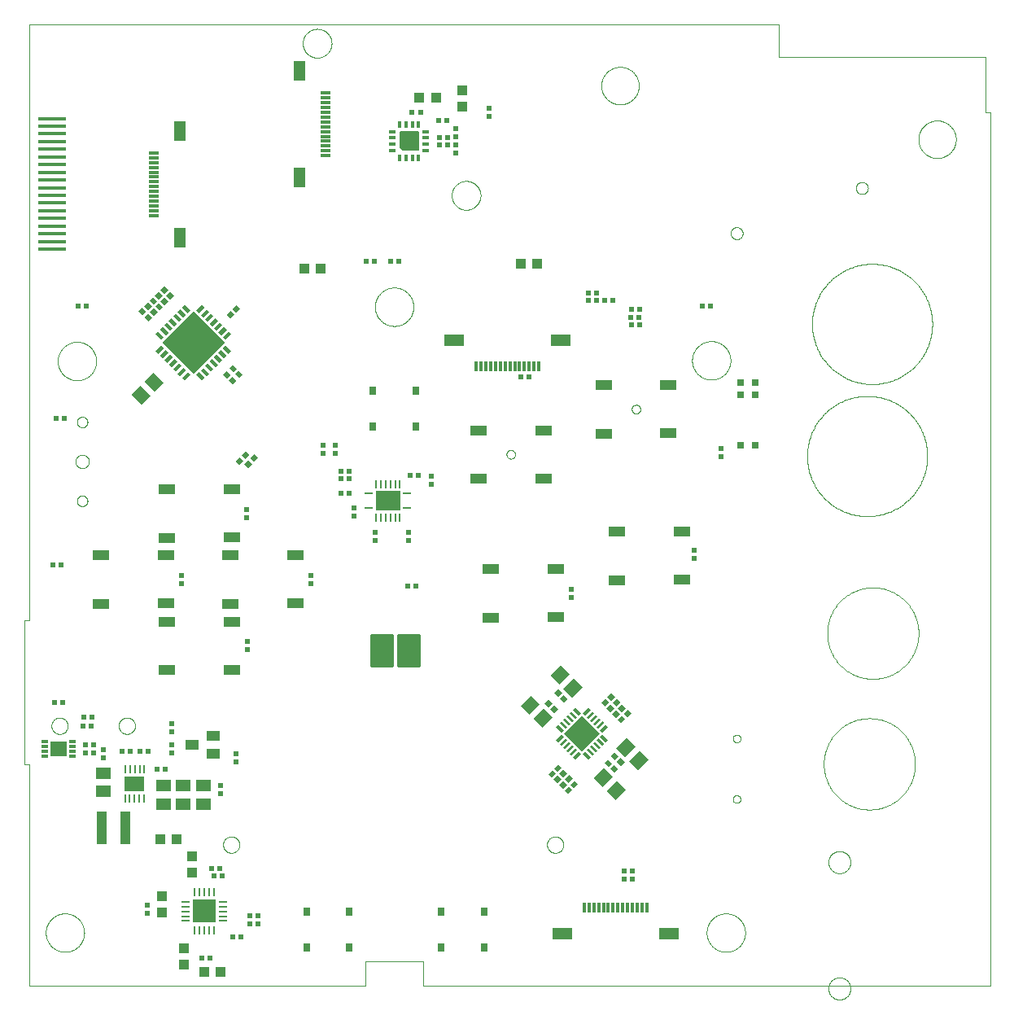
<source format=gtp>
G75*
%MOIN*%
%OFA0B0*%
%FSLAX25Y25*%
%IPPOS*%
%LPD*%
%AMOC8*
5,1,8,0,0,1.08239X$1,22.5*
%
%ADD10C,0.00000*%
%ADD11C,0.00984*%
%ADD12R,0.06890X0.04331*%
%ADD13R,0.02756X0.03543*%
%ADD14R,0.01102X0.03248*%
%ADD15R,0.08465X0.06299*%
%ADD16R,0.03937X0.13386*%
%ADD17R,0.02165X0.02362*%
%ADD18R,0.05906X0.05118*%
%ADD19R,0.02362X0.02165*%
%ADD20R,0.03937X0.04331*%
%ADD21R,0.01102X0.03346*%
%ADD22R,0.03346X0.01102*%
%ADD23R,0.09449X0.09449*%
%ADD24R,0.05512X0.03937*%
%ADD25R,0.03937X0.03937*%
%ADD26R,0.01378X0.02756*%
%ADD27R,0.02756X0.01378*%
%ADD28C,0.00591*%
%ADD29R,0.04331X0.03937*%
%ADD30R,0.05118X0.05906*%
%ADD31R,0.10236X0.10236*%
%ADD32R,0.03346X0.01575*%
%ADD33R,0.18110X0.18110*%
%ADD34R,0.03150X0.03150*%
%ADD35R,0.09843X0.07874*%
%ADD36R,0.01181X0.03937*%
%ADD37R,0.07874X0.05118*%
%ADD38R,0.03937X0.01181*%
%ADD39R,0.05118X0.07874*%
%ADD40R,0.11811X0.01575*%
%ADD41R,0.06890X0.06417*%
%ADD42R,0.02756X0.01181*%
D10*
X0011407Y0006748D02*
X0011407Y0097299D01*
X0009439Y0097299D01*
X0009439Y0156354D01*
X0011407Y0156354D01*
X0011407Y0400449D01*
X0318494Y0400449D01*
X0318494Y0387063D01*
X0403140Y0387063D01*
X0403140Y0364425D01*
X0405108Y0364425D01*
X0405108Y0006748D01*
X0172825Y0006748D01*
X0172825Y0016787D01*
X0149203Y0016787D01*
X0149203Y0006748D01*
X0011407Y0006748D01*
X0018297Y0028402D02*
X0018299Y0028595D01*
X0018306Y0028788D01*
X0018318Y0028981D01*
X0018335Y0029174D01*
X0018356Y0029366D01*
X0018382Y0029557D01*
X0018413Y0029748D01*
X0018448Y0029938D01*
X0018488Y0030127D01*
X0018533Y0030315D01*
X0018582Y0030502D01*
X0018636Y0030688D01*
X0018694Y0030872D01*
X0018757Y0031055D01*
X0018825Y0031236D01*
X0018896Y0031415D01*
X0018973Y0031593D01*
X0019053Y0031769D01*
X0019138Y0031942D01*
X0019227Y0032114D01*
X0019320Y0032283D01*
X0019417Y0032450D01*
X0019519Y0032615D01*
X0019624Y0032777D01*
X0019733Y0032936D01*
X0019847Y0033093D01*
X0019964Y0033246D01*
X0020084Y0033397D01*
X0020209Y0033545D01*
X0020337Y0033690D01*
X0020468Y0033831D01*
X0020603Y0033970D01*
X0020742Y0034105D01*
X0020883Y0034236D01*
X0021028Y0034364D01*
X0021176Y0034489D01*
X0021327Y0034609D01*
X0021480Y0034726D01*
X0021637Y0034840D01*
X0021796Y0034949D01*
X0021958Y0035054D01*
X0022123Y0035156D01*
X0022290Y0035253D01*
X0022459Y0035346D01*
X0022631Y0035435D01*
X0022804Y0035520D01*
X0022980Y0035600D01*
X0023158Y0035677D01*
X0023337Y0035748D01*
X0023518Y0035816D01*
X0023701Y0035879D01*
X0023885Y0035937D01*
X0024071Y0035991D01*
X0024258Y0036040D01*
X0024446Y0036085D01*
X0024635Y0036125D01*
X0024825Y0036160D01*
X0025016Y0036191D01*
X0025207Y0036217D01*
X0025399Y0036238D01*
X0025592Y0036255D01*
X0025785Y0036267D01*
X0025978Y0036274D01*
X0026171Y0036276D01*
X0026364Y0036274D01*
X0026557Y0036267D01*
X0026750Y0036255D01*
X0026943Y0036238D01*
X0027135Y0036217D01*
X0027326Y0036191D01*
X0027517Y0036160D01*
X0027707Y0036125D01*
X0027896Y0036085D01*
X0028084Y0036040D01*
X0028271Y0035991D01*
X0028457Y0035937D01*
X0028641Y0035879D01*
X0028824Y0035816D01*
X0029005Y0035748D01*
X0029184Y0035677D01*
X0029362Y0035600D01*
X0029538Y0035520D01*
X0029711Y0035435D01*
X0029883Y0035346D01*
X0030052Y0035253D01*
X0030219Y0035156D01*
X0030384Y0035054D01*
X0030546Y0034949D01*
X0030705Y0034840D01*
X0030862Y0034726D01*
X0031015Y0034609D01*
X0031166Y0034489D01*
X0031314Y0034364D01*
X0031459Y0034236D01*
X0031600Y0034105D01*
X0031739Y0033970D01*
X0031874Y0033831D01*
X0032005Y0033690D01*
X0032133Y0033545D01*
X0032258Y0033397D01*
X0032378Y0033246D01*
X0032495Y0033093D01*
X0032609Y0032936D01*
X0032718Y0032777D01*
X0032823Y0032615D01*
X0032925Y0032450D01*
X0033022Y0032283D01*
X0033115Y0032114D01*
X0033204Y0031942D01*
X0033289Y0031769D01*
X0033369Y0031593D01*
X0033446Y0031415D01*
X0033517Y0031236D01*
X0033585Y0031055D01*
X0033648Y0030872D01*
X0033706Y0030688D01*
X0033760Y0030502D01*
X0033809Y0030315D01*
X0033854Y0030127D01*
X0033894Y0029938D01*
X0033929Y0029748D01*
X0033960Y0029557D01*
X0033986Y0029366D01*
X0034007Y0029174D01*
X0034024Y0028981D01*
X0034036Y0028788D01*
X0034043Y0028595D01*
X0034045Y0028402D01*
X0034043Y0028209D01*
X0034036Y0028016D01*
X0034024Y0027823D01*
X0034007Y0027630D01*
X0033986Y0027438D01*
X0033960Y0027247D01*
X0033929Y0027056D01*
X0033894Y0026866D01*
X0033854Y0026677D01*
X0033809Y0026489D01*
X0033760Y0026302D01*
X0033706Y0026116D01*
X0033648Y0025932D01*
X0033585Y0025749D01*
X0033517Y0025568D01*
X0033446Y0025389D01*
X0033369Y0025211D01*
X0033289Y0025035D01*
X0033204Y0024862D01*
X0033115Y0024690D01*
X0033022Y0024521D01*
X0032925Y0024354D01*
X0032823Y0024189D01*
X0032718Y0024027D01*
X0032609Y0023868D01*
X0032495Y0023711D01*
X0032378Y0023558D01*
X0032258Y0023407D01*
X0032133Y0023259D01*
X0032005Y0023114D01*
X0031874Y0022973D01*
X0031739Y0022834D01*
X0031600Y0022699D01*
X0031459Y0022568D01*
X0031314Y0022440D01*
X0031166Y0022315D01*
X0031015Y0022195D01*
X0030862Y0022078D01*
X0030705Y0021964D01*
X0030546Y0021855D01*
X0030384Y0021750D01*
X0030219Y0021648D01*
X0030052Y0021551D01*
X0029883Y0021458D01*
X0029711Y0021369D01*
X0029538Y0021284D01*
X0029362Y0021204D01*
X0029184Y0021127D01*
X0029005Y0021056D01*
X0028824Y0020988D01*
X0028641Y0020925D01*
X0028457Y0020867D01*
X0028271Y0020813D01*
X0028084Y0020764D01*
X0027896Y0020719D01*
X0027707Y0020679D01*
X0027517Y0020644D01*
X0027326Y0020613D01*
X0027135Y0020587D01*
X0026943Y0020566D01*
X0026750Y0020549D01*
X0026557Y0020537D01*
X0026364Y0020530D01*
X0026171Y0020528D01*
X0025978Y0020530D01*
X0025785Y0020537D01*
X0025592Y0020549D01*
X0025399Y0020566D01*
X0025207Y0020587D01*
X0025016Y0020613D01*
X0024825Y0020644D01*
X0024635Y0020679D01*
X0024446Y0020719D01*
X0024258Y0020764D01*
X0024071Y0020813D01*
X0023885Y0020867D01*
X0023701Y0020925D01*
X0023518Y0020988D01*
X0023337Y0021056D01*
X0023158Y0021127D01*
X0022980Y0021204D01*
X0022804Y0021284D01*
X0022631Y0021369D01*
X0022459Y0021458D01*
X0022290Y0021551D01*
X0022123Y0021648D01*
X0021958Y0021750D01*
X0021796Y0021855D01*
X0021637Y0021964D01*
X0021480Y0022078D01*
X0021327Y0022195D01*
X0021176Y0022315D01*
X0021028Y0022440D01*
X0020883Y0022568D01*
X0020742Y0022699D01*
X0020603Y0022834D01*
X0020468Y0022973D01*
X0020337Y0023114D01*
X0020209Y0023259D01*
X0020084Y0023407D01*
X0019964Y0023558D01*
X0019847Y0023711D01*
X0019733Y0023868D01*
X0019624Y0024027D01*
X0019519Y0024189D01*
X0019417Y0024354D01*
X0019320Y0024521D01*
X0019227Y0024690D01*
X0019138Y0024862D01*
X0019053Y0025035D01*
X0018973Y0025211D01*
X0018896Y0025389D01*
X0018825Y0025568D01*
X0018757Y0025749D01*
X0018694Y0025932D01*
X0018636Y0026116D01*
X0018582Y0026302D01*
X0018533Y0026489D01*
X0018488Y0026677D01*
X0018448Y0026866D01*
X0018413Y0027056D01*
X0018382Y0027247D01*
X0018356Y0027438D01*
X0018335Y0027630D01*
X0018318Y0027823D01*
X0018306Y0028016D01*
X0018299Y0028209D01*
X0018297Y0028402D01*
X0090935Y0064425D02*
X0090937Y0064540D01*
X0090943Y0064656D01*
X0090953Y0064771D01*
X0090967Y0064886D01*
X0090985Y0065000D01*
X0091007Y0065113D01*
X0091032Y0065226D01*
X0091062Y0065337D01*
X0091095Y0065448D01*
X0091132Y0065557D01*
X0091173Y0065665D01*
X0091218Y0065772D01*
X0091266Y0065877D01*
X0091318Y0065980D01*
X0091374Y0066081D01*
X0091433Y0066181D01*
X0091495Y0066278D01*
X0091561Y0066373D01*
X0091629Y0066466D01*
X0091701Y0066556D01*
X0091776Y0066644D01*
X0091855Y0066729D01*
X0091936Y0066811D01*
X0092019Y0066891D01*
X0092106Y0066967D01*
X0092195Y0067041D01*
X0092286Y0067111D01*
X0092380Y0067179D01*
X0092476Y0067243D01*
X0092575Y0067303D01*
X0092675Y0067360D01*
X0092777Y0067414D01*
X0092881Y0067464D01*
X0092987Y0067511D01*
X0093094Y0067554D01*
X0093203Y0067593D01*
X0093313Y0067628D01*
X0093424Y0067659D01*
X0093536Y0067687D01*
X0093649Y0067711D01*
X0093763Y0067731D01*
X0093878Y0067747D01*
X0093993Y0067759D01*
X0094108Y0067767D01*
X0094223Y0067771D01*
X0094339Y0067771D01*
X0094454Y0067767D01*
X0094569Y0067759D01*
X0094684Y0067747D01*
X0094799Y0067731D01*
X0094913Y0067711D01*
X0095026Y0067687D01*
X0095138Y0067659D01*
X0095249Y0067628D01*
X0095359Y0067593D01*
X0095468Y0067554D01*
X0095575Y0067511D01*
X0095681Y0067464D01*
X0095785Y0067414D01*
X0095887Y0067360D01*
X0095987Y0067303D01*
X0096086Y0067243D01*
X0096182Y0067179D01*
X0096276Y0067111D01*
X0096367Y0067041D01*
X0096456Y0066967D01*
X0096543Y0066891D01*
X0096626Y0066811D01*
X0096707Y0066729D01*
X0096786Y0066644D01*
X0096861Y0066556D01*
X0096933Y0066466D01*
X0097001Y0066373D01*
X0097067Y0066278D01*
X0097129Y0066181D01*
X0097188Y0066081D01*
X0097244Y0065980D01*
X0097296Y0065877D01*
X0097344Y0065772D01*
X0097389Y0065665D01*
X0097430Y0065557D01*
X0097467Y0065448D01*
X0097500Y0065337D01*
X0097530Y0065226D01*
X0097555Y0065113D01*
X0097577Y0065000D01*
X0097595Y0064886D01*
X0097609Y0064771D01*
X0097619Y0064656D01*
X0097625Y0064540D01*
X0097627Y0064425D01*
X0097625Y0064310D01*
X0097619Y0064194D01*
X0097609Y0064079D01*
X0097595Y0063964D01*
X0097577Y0063850D01*
X0097555Y0063737D01*
X0097530Y0063624D01*
X0097500Y0063513D01*
X0097467Y0063402D01*
X0097430Y0063293D01*
X0097389Y0063185D01*
X0097344Y0063078D01*
X0097296Y0062973D01*
X0097244Y0062870D01*
X0097188Y0062769D01*
X0097129Y0062669D01*
X0097067Y0062572D01*
X0097001Y0062477D01*
X0096933Y0062384D01*
X0096861Y0062294D01*
X0096786Y0062206D01*
X0096707Y0062121D01*
X0096626Y0062039D01*
X0096543Y0061959D01*
X0096456Y0061883D01*
X0096367Y0061809D01*
X0096276Y0061739D01*
X0096182Y0061671D01*
X0096086Y0061607D01*
X0095987Y0061547D01*
X0095887Y0061490D01*
X0095785Y0061436D01*
X0095681Y0061386D01*
X0095575Y0061339D01*
X0095468Y0061296D01*
X0095359Y0061257D01*
X0095249Y0061222D01*
X0095138Y0061191D01*
X0095026Y0061163D01*
X0094913Y0061139D01*
X0094799Y0061119D01*
X0094684Y0061103D01*
X0094569Y0061091D01*
X0094454Y0061083D01*
X0094339Y0061079D01*
X0094223Y0061079D01*
X0094108Y0061083D01*
X0093993Y0061091D01*
X0093878Y0061103D01*
X0093763Y0061119D01*
X0093649Y0061139D01*
X0093536Y0061163D01*
X0093424Y0061191D01*
X0093313Y0061222D01*
X0093203Y0061257D01*
X0093094Y0061296D01*
X0092987Y0061339D01*
X0092881Y0061386D01*
X0092777Y0061436D01*
X0092675Y0061490D01*
X0092575Y0061547D01*
X0092476Y0061607D01*
X0092380Y0061671D01*
X0092286Y0061739D01*
X0092195Y0061809D01*
X0092106Y0061883D01*
X0092019Y0061959D01*
X0091936Y0062039D01*
X0091855Y0062121D01*
X0091776Y0062206D01*
X0091701Y0062294D01*
X0091629Y0062384D01*
X0091561Y0062477D01*
X0091495Y0062572D01*
X0091433Y0062669D01*
X0091374Y0062769D01*
X0091318Y0062870D01*
X0091266Y0062973D01*
X0091218Y0063078D01*
X0091173Y0063185D01*
X0091132Y0063293D01*
X0091095Y0063402D01*
X0091062Y0063513D01*
X0091032Y0063624D01*
X0091007Y0063737D01*
X0090985Y0063850D01*
X0090967Y0063964D01*
X0090953Y0064079D01*
X0090943Y0064194D01*
X0090937Y0064310D01*
X0090935Y0064425D01*
X0048180Y0113126D02*
X0048182Y0113241D01*
X0048188Y0113357D01*
X0048198Y0113472D01*
X0048212Y0113587D01*
X0048230Y0113701D01*
X0048252Y0113814D01*
X0048277Y0113927D01*
X0048307Y0114038D01*
X0048340Y0114149D01*
X0048377Y0114258D01*
X0048418Y0114366D01*
X0048463Y0114473D01*
X0048511Y0114578D01*
X0048563Y0114681D01*
X0048619Y0114782D01*
X0048678Y0114882D01*
X0048740Y0114979D01*
X0048806Y0115074D01*
X0048874Y0115167D01*
X0048946Y0115257D01*
X0049021Y0115345D01*
X0049100Y0115430D01*
X0049181Y0115512D01*
X0049264Y0115592D01*
X0049351Y0115668D01*
X0049440Y0115742D01*
X0049531Y0115812D01*
X0049625Y0115880D01*
X0049721Y0115944D01*
X0049820Y0116004D01*
X0049920Y0116061D01*
X0050022Y0116115D01*
X0050126Y0116165D01*
X0050232Y0116212D01*
X0050339Y0116255D01*
X0050448Y0116294D01*
X0050558Y0116329D01*
X0050669Y0116360D01*
X0050781Y0116388D01*
X0050894Y0116412D01*
X0051008Y0116432D01*
X0051123Y0116448D01*
X0051238Y0116460D01*
X0051353Y0116468D01*
X0051468Y0116472D01*
X0051584Y0116472D01*
X0051699Y0116468D01*
X0051814Y0116460D01*
X0051929Y0116448D01*
X0052044Y0116432D01*
X0052158Y0116412D01*
X0052271Y0116388D01*
X0052383Y0116360D01*
X0052494Y0116329D01*
X0052604Y0116294D01*
X0052713Y0116255D01*
X0052820Y0116212D01*
X0052926Y0116165D01*
X0053030Y0116115D01*
X0053132Y0116061D01*
X0053232Y0116004D01*
X0053331Y0115944D01*
X0053427Y0115880D01*
X0053521Y0115812D01*
X0053612Y0115742D01*
X0053701Y0115668D01*
X0053788Y0115592D01*
X0053871Y0115512D01*
X0053952Y0115430D01*
X0054031Y0115345D01*
X0054106Y0115257D01*
X0054178Y0115167D01*
X0054246Y0115074D01*
X0054312Y0114979D01*
X0054374Y0114882D01*
X0054433Y0114782D01*
X0054489Y0114681D01*
X0054541Y0114578D01*
X0054589Y0114473D01*
X0054634Y0114366D01*
X0054675Y0114258D01*
X0054712Y0114149D01*
X0054745Y0114038D01*
X0054775Y0113927D01*
X0054800Y0113814D01*
X0054822Y0113701D01*
X0054840Y0113587D01*
X0054854Y0113472D01*
X0054864Y0113357D01*
X0054870Y0113241D01*
X0054872Y0113126D01*
X0054870Y0113011D01*
X0054864Y0112895D01*
X0054854Y0112780D01*
X0054840Y0112665D01*
X0054822Y0112551D01*
X0054800Y0112438D01*
X0054775Y0112325D01*
X0054745Y0112214D01*
X0054712Y0112103D01*
X0054675Y0111994D01*
X0054634Y0111886D01*
X0054589Y0111779D01*
X0054541Y0111674D01*
X0054489Y0111571D01*
X0054433Y0111470D01*
X0054374Y0111370D01*
X0054312Y0111273D01*
X0054246Y0111178D01*
X0054178Y0111085D01*
X0054106Y0110995D01*
X0054031Y0110907D01*
X0053952Y0110822D01*
X0053871Y0110740D01*
X0053788Y0110660D01*
X0053701Y0110584D01*
X0053612Y0110510D01*
X0053521Y0110440D01*
X0053427Y0110372D01*
X0053331Y0110308D01*
X0053232Y0110248D01*
X0053132Y0110191D01*
X0053030Y0110137D01*
X0052926Y0110087D01*
X0052820Y0110040D01*
X0052713Y0109997D01*
X0052604Y0109958D01*
X0052494Y0109923D01*
X0052383Y0109892D01*
X0052271Y0109864D01*
X0052158Y0109840D01*
X0052044Y0109820D01*
X0051929Y0109804D01*
X0051814Y0109792D01*
X0051699Y0109784D01*
X0051584Y0109780D01*
X0051468Y0109780D01*
X0051353Y0109784D01*
X0051238Y0109792D01*
X0051123Y0109804D01*
X0051008Y0109820D01*
X0050894Y0109840D01*
X0050781Y0109864D01*
X0050669Y0109892D01*
X0050558Y0109923D01*
X0050448Y0109958D01*
X0050339Y0109997D01*
X0050232Y0110040D01*
X0050126Y0110087D01*
X0050022Y0110137D01*
X0049920Y0110191D01*
X0049820Y0110248D01*
X0049721Y0110308D01*
X0049625Y0110372D01*
X0049531Y0110440D01*
X0049440Y0110510D01*
X0049351Y0110584D01*
X0049264Y0110660D01*
X0049181Y0110740D01*
X0049100Y0110822D01*
X0049021Y0110907D01*
X0048946Y0110995D01*
X0048874Y0111085D01*
X0048806Y0111178D01*
X0048740Y0111273D01*
X0048678Y0111370D01*
X0048619Y0111470D01*
X0048563Y0111571D01*
X0048511Y0111674D01*
X0048463Y0111779D01*
X0048418Y0111886D01*
X0048377Y0111994D01*
X0048340Y0112103D01*
X0048307Y0112214D01*
X0048277Y0112325D01*
X0048252Y0112438D01*
X0048230Y0112551D01*
X0048212Y0112665D01*
X0048198Y0112780D01*
X0048188Y0112895D01*
X0048182Y0113011D01*
X0048180Y0113126D01*
X0020621Y0113126D02*
X0020623Y0113241D01*
X0020629Y0113357D01*
X0020639Y0113472D01*
X0020653Y0113587D01*
X0020671Y0113701D01*
X0020693Y0113814D01*
X0020718Y0113927D01*
X0020748Y0114038D01*
X0020781Y0114149D01*
X0020818Y0114258D01*
X0020859Y0114366D01*
X0020904Y0114473D01*
X0020952Y0114578D01*
X0021004Y0114681D01*
X0021060Y0114782D01*
X0021119Y0114882D01*
X0021181Y0114979D01*
X0021247Y0115074D01*
X0021315Y0115167D01*
X0021387Y0115257D01*
X0021462Y0115345D01*
X0021541Y0115430D01*
X0021622Y0115512D01*
X0021705Y0115592D01*
X0021792Y0115668D01*
X0021881Y0115742D01*
X0021972Y0115812D01*
X0022066Y0115880D01*
X0022162Y0115944D01*
X0022261Y0116004D01*
X0022361Y0116061D01*
X0022463Y0116115D01*
X0022567Y0116165D01*
X0022673Y0116212D01*
X0022780Y0116255D01*
X0022889Y0116294D01*
X0022999Y0116329D01*
X0023110Y0116360D01*
X0023222Y0116388D01*
X0023335Y0116412D01*
X0023449Y0116432D01*
X0023564Y0116448D01*
X0023679Y0116460D01*
X0023794Y0116468D01*
X0023909Y0116472D01*
X0024025Y0116472D01*
X0024140Y0116468D01*
X0024255Y0116460D01*
X0024370Y0116448D01*
X0024485Y0116432D01*
X0024599Y0116412D01*
X0024712Y0116388D01*
X0024824Y0116360D01*
X0024935Y0116329D01*
X0025045Y0116294D01*
X0025154Y0116255D01*
X0025261Y0116212D01*
X0025367Y0116165D01*
X0025471Y0116115D01*
X0025573Y0116061D01*
X0025673Y0116004D01*
X0025772Y0115944D01*
X0025868Y0115880D01*
X0025962Y0115812D01*
X0026053Y0115742D01*
X0026142Y0115668D01*
X0026229Y0115592D01*
X0026312Y0115512D01*
X0026393Y0115430D01*
X0026472Y0115345D01*
X0026547Y0115257D01*
X0026619Y0115167D01*
X0026687Y0115074D01*
X0026753Y0114979D01*
X0026815Y0114882D01*
X0026874Y0114782D01*
X0026930Y0114681D01*
X0026982Y0114578D01*
X0027030Y0114473D01*
X0027075Y0114366D01*
X0027116Y0114258D01*
X0027153Y0114149D01*
X0027186Y0114038D01*
X0027216Y0113927D01*
X0027241Y0113814D01*
X0027263Y0113701D01*
X0027281Y0113587D01*
X0027295Y0113472D01*
X0027305Y0113357D01*
X0027311Y0113241D01*
X0027313Y0113126D01*
X0027311Y0113011D01*
X0027305Y0112895D01*
X0027295Y0112780D01*
X0027281Y0112665D01*
X0027263Y0112551D01*
X0027241Y0112438D01*
X0027216Y0112325D01*
X0027186Y0112214D01*
X0027153Y0112103D01*
X0027116Y0111994D01*
X0027075Y0111886D01*
X0027030Y0111779D01*
X0026982Y0111674D01*
X0026930Y0111571D01*
X0026874Y0111470D01*
X0026815Y0111370D01*
X0026753Y0111273D01*
X0026687Y0111178D01*
X0026619Y0111085D01*
X0026547Y0110995D01*
X0026472Y0110907D01*
X0026393Y0110822D01*
X0026312Y0110740D01*
X0026229Y0110660D01*
X0026142Y0110584D01*
X0026053Y0110510D01*
X0025962Y0110440D01*
X0025868Y0110372D01*
X0025772Y0110308D01*
X0025673Y0110248D01*
X0025573Y0110191D01*
X0025471Y0110137D01*
X0025367Y0110087D01*
X0025261Y0110040D01*
X0025154Y0109997D01*
X0025045Y0109958D01*
X0024935Y0109923D01*
X0024824Y0109892D01*
X0024712Y0109864D01*
X0024599Y0109840D01*
X0024485Y0109820D01*
X0024370Y0109804D01*
X0024255Y0109792D01*
X0024140Y0109784D01*
X0024025Y0109780D01*
X0023909Y0109780D01*
X0023794Y0109784D01*
X0023679Y0109792D01*
X0023564Y0109804D01*
X0023449Y0109820D01*
X0023335Y0109840D01*
X0023222Y0109864D01*
X0023110Y0109892D01*
X0022999Y0109923D01*
X0022889Y0109958D01*
X0022780Y0109997D01*
X0022673Y0110040D01*
X0022567Y0110087D01*
X0022463Y0110137D01*
X0022361Y0110191D01*
X0022261Y0110248D01*
X0022162Y0110308D01*
X0022066Y0110372D01*
X0021972Y0110440D01*
X0021881Y0110510D01*
X0021792Y0110584D01*
X0021705Y0110660D01*
X0021622Y0110740D01*
X0021541Y0110822D01*
X0021462Y0110907D01*
X0021387Y0110995D01*
X0021315Y0111085D01*
X0021247Y0111178D01*
X0021181Y0111273D01*
X0021119Y0111370D01*
X0021060Y0111470D01*
X0021004Y0111571D01*
X0020952Y0111674D01*
X0020904Y0111779D01*
X0020859Y0111886D01*
X0020818Y0111994D01*
X0020781Y0112103D01*
X0020748Y0112214D01*
X0020718Y0112325D01*
X0020693Y0112438D01*
X0020671Y0112551D01*
X0020653Y0112665D01*
X0020639Y0112780D01*
X0020629Y0112895D01*
X0020623Y0113011D01*
X0020621Y0113126D01*
X0031054Y0205213D02*
X0031056Y0205306D01*
X0031062Y0205398D01*
X0031072Y0205490D01*
X0031086Y0205581D01*
X0031103Y0205672D01*
X0031125Y0205762D01*
X0031150Y0205851D01*
X0031179Y0205939D01*
X0031212Y0206025D01*
X0031249Y0206110D01*
X0031289Y0206194D01*
X0031333Y0206275D01*
X0031380Y0206355D01*
X0031430Y0206433D01*
X0031484Y0206508D01*
X0031541Y0206581D01*
X0031601Y0206651D01*
X0031664Y0206719D01*
X0031730Y0206784D01*
X0031798Y0206846D01*
X0031869Y0206906D01*
X0031943Y0206962D01*
X0032019Y0207015D01*
X0032097Y0207064D01*
X0032177Y0207111D01*
X0032259Y0207153D01*
X0032343Y0207193D01*
X0032428Y0207228D01*
X0032515Y0207260D01*
X0032603Y0207289D01*
X0032692Y0207313D01*
X0032782Y0207334D01*
X0032873Y0207350D01*
X0032965Y0207363D01*
X0033057Y0207372D01*
X0033150Y0207377D01*
X0033242Y0207378D01*
X0033335Y0207375D01*
X0033427Y0207368D01*
X0033519Y0207357D01*
X0033610Y0207342D01*
X0033701Y0207324D01*
X0033791Y0207301D01*
X0033879Y0207275D01*
X0033967Y0207245D01*
X0034053Y0207211D01*
X0034137Y0207174D01*
X0034220Y0207132D01*
X0034301Y0207088D01*
X0034381Y0207040D01*
X0034458Y0206989D01*
X0034532Y0206934D01*
X0034605Y0206876D01*
X0034675Y0206816D01*
X0034742Y0206752D01*
X0034806Y0206686D01*
X0034868Y0206616D01*
X0034926Y0206545D01*
X0034981Y0206471D01*
X0035033Y0206394D01*
X0035082Y0206315D01*
X0035128Y0206235D01*
X0035170Y0206152D01*
X0035208Y0206068D01*
X0035243Y0205982D01*
X0035274Y0205895D01*
X0035301Y0205807D01*
X0035324Y0205717D01*
X0035344Y0205627D01*
X0035360Y0205536D01*
X0035372Y0205444D01*
X0035380Y0205352D01*
X0035384Y0205259D01*
X0035384Y0205167D01*
X0035380Y0205074D01*
X0035372Y0204982D01*
X0035360Y0204890D01*
X0035344Y0204799D01*
X0035324Y0204709D01*
X0035301Y0204619D01*
X0035274Y0204531D01*
X0035243Y0204444D01*
X0035208Y0204358D01*
X0035170Y0204274D01*
X0035128Y0204191D01*
X0035082Y0204111D01*
X0035033Y0204032D01*
X0034981Y0203955D01*
X0034926Y0203881D01*
X0034868Y0203810D01*
X0034806Y0203740D01*
X0034742Y0203674D01*
X0034675Y0203610D01*
X0034605Y0203550D01*
X0034532Y0203492D01*
X0034458Y0203437D01*
X0034381Y0203386D01*
X0034302Y0203338D01*
X0034220Y0203294D01*
X0034137Y0203252D01*
X0034053Y0203215D01*
X0033967Y0203181D01*
X0033879Y0203151D01*
X0033791Y0203125D01*
X0033701Y0203102D01*
X0033610Y0203084D01*
X0033519Y0203069D01*
X0033427Y0203058D01*
X0033335Y0203051D01*
X0033242Y0203048D01*
X0033150Y0203049D01*
X0033057Y0203054D01*
X0032965Y0203063D01*
X0032873Y0203076D01*
X0032782Y0203092D01*
X0032692Y0203113D01*
X0032603Y0203137D01*
X0032515Y0203166D01*
X0032428Y0203198D01*
X0032343Y0203233D01*
X0032259Y0203273D01*
X0032177Y0203315D01*
X0032097Y0203362D01*
X0032019Y0203411D01*
X0031943Y0203464D01*
X0031869Y0203520D01*
X0031798Y0203580D01*
X0031730Y0203642D01*
X0031664Y0203707D01*
X0031601Y0203775D01*
X0031541Y0203845D01*
X0031484Y0203918D01*
X0031430Y0203993D01*
X0031380Y0204071D01*
X0031333Y0204151D01*
X0031289Y0204232D01*
X0031249Y0204316D01*
X0031212Y0204401D01*
X0031179Y0204487D01*
X0031150Y0204575D01*
X0031125Y0204664D01*
X0031103Y0204754D01*
X0031086Y0204845D01*
X0031072Y0204936D01*
X0031062Y0205028D01*
X0031056Y0205120D01*
X0031054Y0205213D01*
X0030463Y0221354D02*
X0030465Y0221459D01*
X0030471Y0221564D01*
X0030481Y0221668D01*
X0030495Y0221772D01*
X0030513Y0221876D01*
X0030535Y0221978D01*
X0030560Y0222080D01*
X0030590Y0222181D01*
X0030623Y0222280D01*
X0030660Y0222378D01*
X0030701Y0222475D01*
X0030746Y0222570D01*
X0030794Y0222663D01*
X0030845Y0222755D01*
X0030901Y0222844D01*
X0030959Y0222931D01*
X0031021Y0223016D01*
X0031085Y0223099D01*
X0031153Y0223179D01*
X0031224Y0223256D01*
X0031298Y0223330D01*
X0031375Y0223402D01*
X0031454Y0223471D01*
X0031536Y0223536D01*
X0031620Y0223599D01*
X0031707Y0223658D01*
X0031796Y0223714D01*
X0031887Y0223767D01*
X0031980Y0223816D01*
X0032074Y0223861D01*
X0032170Y0223903D01*
X0032268Y0223941D01*
X0032367Y0223975D01*
X0032468Y0224006D01*
X0032569Y0224032D01*
X0032672Y0224055D01*
X0032775Y0224074D01*
X0032879Y0224089D01*
X0032983Y0224100D01*
X0033088Y0224107D01*
X0033193Y0224110D01*
X0033298Y0224109D01*
X0033403Y0224104D01*
X0033507Y0224095D01*
X0033611Y0224082D01*
X0033715Y0224065D01*
X0033818Y0224044D01*
X0033920Y0224019D01*
X0034021Y0223991D01*
X0034120Y0223958D01*
X0034219Y0223922D01*
X0034316Y0223882D01*
X0034411Y0223839D01*
X0034505Y0223791D01*
X0034597Y0223741D01*
X0034687Y0223687D01*
X0034775Y0223629D01*
X0034860Y0223568D01*
X0034943Y0223504D01*
X0035024Y0223437D01*
X0035102Y0223367D01*
X0035177Y0223293D01*
X0035249Y0223218D01*
X0035319Y0223139D01*
X0035385Y0223058D01*
X0035449Y0222974D01*
X0035509Y0222888D01*
X0035565Y0222800D01*
X0035619Y0222709D01*
X0035669Y0222617D01*
X0035715Y0222523D01*
X0035758Y0222427D01*
X0035797Y0222329D01*
X0035832Y0222231D01*
X0035863Y0222130D01*
X0035891Y0222029D01*
X0035915Y0221927D01*
X0035935Y0221824D01*
X0035951Y0221720D01*
X0035963Y0221616D01*
X0035971Y0221511D01*
X0035975Y0221406D01*
X0035975Y0221302D01*
X0035971Y0221197D01*
X0035963Y0221092D01*
X0035951Y0220988D01*
X0035935Y0220884D01*
X0035915Y0220781D01*
X0035891Y0220679D01*
X0035863Y0220578D01*
X0035832Y0220477D01*
X0035797Y0220379D01*
X0035758Y0220281D01*
X0035715Y0220185D01*
X0035669Y0220091D01*
X0035619Y0219999D01*
X0035565Y0219908D01*
X0035509Y0219820D01*
X0035449Y0219734D01*
X0035385Y0219650D01*
X0035319Y0219569D01*
X0035249Y0219490D01*
X0035177Y0219415D01*
X0035102Y0219341D01*
X0035024Y0219271D01*
X0034943Y0219204D01*
X0034860Y0219140D01*
X0034775Y0219079D01*
X0034687Y0219021D01*
X0034597Y0218967D01*
X0034505Y0218917D01*
X0034411Y0218869D01*
X0034316Y0218826D01*
X0034219Y0218786D01*
X0034120Y0218750D01*
X0034021Y0218717D01*
X0033920Y0218689D01*
X0033818Y0218664D01*
X0033715Y0218643D01*
X0033611Y0218626D01*
X0033507Y0218613D01*
X0033403Y0218604D01*
X0033298Y0218599D01*
X0033193Y0218598D01*
X0033088Y0218601D01*
X0032983Y0218608D01*
X0032879Y0218619D01*
X0032775Y0218634D01*
X0032672Y0218653D01*
X0032569Y0218676D01*
X0032468Y0218702D01*
X0032367Y0218733D01*
X0032268Y0218767D01*
X0032170Y0218805D01*
X0032074Y0218847D01*
X0031980Y0218892D01*
X0031887Y0218941D01*
X0031796Y0218994D01*
X0031707Y0219050D01*
X0031620Y0219109D01*
X0031536Y0219172D01*
X0031454Y0219237D01*
X0031375Y0219306D01*
X0031298Y0219378D01*
X0031224Y0219452D01*
X0031153Y0219529D01*
X0031085Y0219609D01*
X0031021Y0219692D01*
X0030959Y0219777D01*
X0030901Y0219864D01*
X0030845Y0219953D01*
X0030794Y0220045D01*
X0030746Y0220138D01*
X0030701Y0220233D01*
X0030660Y0220330D01*
X0030623Y0220428D01*
X0030590Y0220527D01*
X0030560Y0220628D01*
X0030535Y0220730D01*
X0030513Y0220832D01*
X0030495Y0220936D01*
X0030481Y0221040D01*
X0030471Y0221144D01*
X0030465Y0221249D01*
X0030463Y0221354D01*
X0031054Y0237496D02*
X0031056Y0237589D01*
X0031062Y0237681D01*
X0031072Y0237773D01*
X0031086Y0237864D01*
X0031103Y0237955D01*
X0031125Y0238045D01*
X0031150Y0238134D01*
X0031179Y0238222D01*
X0031212Y0238308D01*
X0031249Y0238393D01*
X0031289Y0238477D01*
X0031333Y0238558D01*
X0031380Y0238638D01*
X0031430Y0238716D01*
X0031484Y0238791D01*
X0031541Y0238864D01*
X0031601Y0238934D01*
X0031664Y0239002D01*
X0031730Y0239067D01*
X0031798Y0239129D01*
X0031869Y0239189D01*
X0031943Y0239245D01*
X0032019Y0239298D01*
X0032097Y0239347D01*
X0032177Y0239394D01*
X0032259Y0239436D01*
X0032343Y0239476D01*
X0032428Y0239511D01*
X0032515Y0239543D01*
X0032603Y0239572D01*
X0032692Y0239596D01*
X0032782Y0239617D01*
X0032873Y0239633D01*
X0032965Y0239646D01*
X0033057Y0239655D01*
X0033150Y0239660D01*
X0033242Y0239661D01*
X0033335Y0239658D01*
X0033427Y0239651D01*
X0033519Y0239640D01*
X0033610Y0239625D01*
X0033701Y0239607D01*
X0033791Y0239584D01*
X0033879Y0239558D01*
X0033967Y0239528D01*
X0034053Y0239494D01*
X0034137Y0239457D01*
X0034220Y0239415D01*
X0034301Y0239371D01*
X0034381Y0239323D01*
X0034458Y0239272D01*
X0034532Y0239217D01*
X0034605Y0239159D01*
X0034675Y0239099D01*
X0034742Y0239035D01*
X0034806Y0238969D01*
X0034868Y0238899D01*
X0034926Y0238828D01*
X0034981Y0238754D01*
X0035033Y0238677D01*
X0035082Y0238598D01*
X0035128Y0238518D01*
X0035170Y0238435D01*
X0035208Y0238351D01*
X0035243Y0238265D01*
X0035274Y0238178D01*
X0035301Y0238090D01*
X0035324Y0238000D01*
X0035344Y0237910D01*
X0035360Y0237819D01*
X0035372Y0237727D01*
X0035380Y0237635D01*
X0035384Y0237542D01*
X0035384Y0237450D01*
X0035380Y0237357D01*
X0035372Y0237265D01*
X0035360Y0237173D01*
X0035344Y0237082D01*
X0035324Y0236992D01*
X0035301Y0236902D01*
X0035274Y0236814D01*
X0035243Y0236727D01*
X0035208Y0236641D01*
X0035170Y0236557D01*
X0035128Y0236474D01*
X0035082Y0236394D01*
X0035033Y0236315D01*
X0034981Y0236238D01*
X0034926Y0236164D01*
X0034868Y0236093D01*
X0034806Y0236023D01*
X0034742Y0235957D01*
X0034675Y0235893D01*
X0034605Y0235833D01*
X0034532Y0235775D01*
X0034458Y0235720D01*
X0034381Y0235669D01*
X0034302Y0235621D01*
X0034220Y0235577D01*
X0034137Y0235535D01*
X0034053Y0235498D01*
X0033967Y0235464D01*
X0033879Y0235434D01*
X0033791Y0235408D01*
X0033701Y0235385D01*
X0033610Y0235367D01*
X0033519Y0235352D01*
X0033427Y0235341D01*
X0033335Y0235334D01*
X0033242Y0235331D01*
X0033150Y0235332D01*
X0033057Y0235337D01*
X0032965Y0235346D01*
X0032873Y0235359D01*
X0032782Y0235375D01*
X0032692Y0235396D01*
X0032603Y0235420D01*
X0032515Y0235449D01*
X0032428Y0235481D01*
X0032343Y0235516D01*
X0032259Y0235556D01*
X0032177Y0235598D01*
X0032097Y0235645D01*
X0032019Y0235694D01*
X0031943Y0235747D01*
X0031869Y0235803D01*
X0031798Y0235863D01*
X0031730Y0235925D01*
X0031664Y0235990D01*
X0031601Y0236058D01*
X0031541Y0236128D01*
X0031484Y0236201D01*
X0031430Y0236276D01*
X0031380Y0236354D01*
X0031333Y0236434D01*
X0031289Y0236515D01*
X0031249Y0236599D01*
X0031212Y0236684D01*
X0031179Y0236770D01*
X0031150Y0236858D01*
X0031125Y0236947D01*
X0031103Y0237037D01*
X0031086Y0237128D01*
X0031072Y0237219D01*
X0031062Y0237311D01*
X0031056Y0237403D01*
X0031054Y0237496D01*
X0023219Y0262457D02*
X0023221Y0262650D01*
X0023228Y0262843D01*
X0023240Y0263036D01*
X0023257Y0263229D01*
X0023278Y0263421D01*
X0023304Y0263612D01*
X0023335Y0263803D01*
X0023370Y0263993D01*
X0023410Y0264182D01*
X0023455Y0264370D01*
X0023504Y0264557D01*
X0023558Y0264743D01*
X0023616Y0264927D01*
X0023679Y0265110D01*
X0023747Y0265291D01*
X0023818Y0265470D01*
X0023895Y0265648D01*
X0023975Y0265824D01*
X0024060Y0265997D01*
X0024149Y0266169D01*
X0024242Y0266338D01*
X0024339Y0266505D01*
X0024441Y0266670D01*
X0024546Y0266832D01*
X0024655Y0266991D01*
X0024769Y0267148D01*
X0024886Y0267301D01*
X0025006Y0267452D01*
X0025131Y0267600D01*
X0025259Y0267745D01*
X0025390Y0267886D01*
X0025525Y0268025D01*
X0025664Y0268160D01*
X0025805Y0268291D01*
X0025950Y0268419D01*
X0026098Y0268544D01*
X0026249Y0268664D01*
X0026402Y0268781D01*
X0026559Y0268895D01*
X0026718Y0269004D01*
X0026880Y0269109D01*
X0027045Y0269211D01*
X0027212Y0269308D01*
X0027381Y0269401D01*
X0027553Y0269490D01*
X0027726Y0269575D01*
X0027902Y0269655D01*
X0028080Y0269732D01*
X0028259Y0269803D01*
X0028440Y0269871D01*
X0028623Y0269934D01*
X0028807Y0269992D01*
X0028993Y0270046D01*
X0029180Y0270095D01*
X0029368Y0270140D01*
X0029557Y0270180D01*
X0029747Y0270215D01*
X0029938Y0270246D01*
X0030129Y0270272D01*
X0030321Y0270293D01*
X0030514Y0270310D01*
X0030707Y0270322D01*
X0030900Y0270329D01*
X0031093Y0270331D01*
X0031286Y0270329D01*
X0031479Y0270322D01*
X0031672Y0270310D01*
X0031865Y0270293D01*
X0032057Y0270272D01*
X0032248Y0270246D01*
X0032439Y0270215D01*
X0032629Y0270180D01*
X0032818Y0270140D01*
X0033006Y0270095D01*
X0033193Y0270046D01*
X0033379Y0269992D01*
X0033563Y0269934D01*
X0033746Y0269871D01*
X0033927Y0269803D01*
X0034106Y0269732D01*
X0034284Y0269655D01*
X0034460Y0269575D01*
X0034633Y0269490D01*
X0034805Y0269401D01*
X0034974Y0269308D01*
X0035141Y0269211D01*
X0035306Y0269109D01*
X0035468Y0269004D01*
X0035627Y0268895D01*
X0035784Y0268781D01*
X0035937Y0268664D01*
X0036088Y0268544D01*
X0036236Y0268419D01*
X0036381Y0268291D01*
X0036522Y0268160D01*
X0036661Y0268025D01*
X0036796Y0267886D01*
X0036927Y0267745D01*
X0037055Y0267600D01*
X0037180Y0267452D01*
X0037300Y0267301D01*
X0037417Y0267148D01*
X0037531Y0266991D01*
X0037640Y0266832D01*
X0037745Y0266670D01*
X0037847Y0266505D01*
X0037944Y0266338D01*
X0038037Y0266169D01*
X0038126Y0265997D01*
X0038211Y0265824D01*
X0038291Y0265648D01*
X0038368Y0265470D01*
X0038439Y0265291D01*
X0038507Y0265110D01*
X0038570Y0264927D01*
X0038628Y0264743D01*
X0038682Y0264557D01*
X0038731Y0264370D01*
X0038776Y0264182D01*
X0038816Y0263993D01*
X0038851Y0263803D01*
X0038882Y0263612D01*
X0038908Y0263421D01*
X0038929Y0263229D01*
X0038946Y0263036D01*
X0038958Y0262843D01*
X0038965Y0262650D01*
X0038967Y0262457D01*
X0038965Y0262264D01*
X0038958Y0262071D01*
X0038946Y0261878D01*
X0038929Y0261685D01*
X0038908Y0261493D01*
X0038882Y0261302D01*
X0038851Y0261111D01*
X0038816Y0260921D01*
X0038776Y0260732D01*
X0038731Y0260544D01*
X0038682Y0260357D01*
X0038628Y0260171D01*
X0038570Y0259987D01*
X0038507Y0259804D01*
X0038439Y0259623D01*
X0038368Y0259444D01*
X0038291Y0259266D01*
X0038211Y0259090D01*
X0038126Y0258917D01*
X0038037Y0258745D01*
X0037944Y0258576D01*
X0037847Y0258409D01*
X0037745Y0258244D01*
X0037640Y0258082D01*
X0037531Y0257923D01*
X0037417Y0257766D01*
X0037300Y0257613D01*
X0037180Y0257462D01*
X0037055Y0257314D01*
X0036927Y0257169D01*
X0036796Y0257028D01*
X0036661Y0256889D01*
X0036522Y0256754D01*
X0036381Y0256623D01*
X0036236Y0256495D01*
X0036088Y0256370D01*
X0035937Y0256250D01*
X0035784Y0256133D01*
X0035627Y0256019D01*
X0035468Y0255910D01*
X0035306Y0255805D01*
X0035141Y0255703D01*
X0034974Y0255606D01*
X0034805Y0255513D01*
X0034633Y0255424D01*
X0034460Y0255339D01*
X0034284Y0255259D01*
X0034106Y0255182D01*
X0033927Y0255111D01*
X0033746Y0255043D01*
X0033563Y0254980D01*
X0033379Y0254922D01*
X0033193Y0254868D01*
X0033006Y0254819D01*
X0032818Y0254774D01*
X0032629Y0254734D01*
X0032439Y0254699D01*
X0032248Y0254668D01*
X0032057Y0254642D01*
X0031865Y0254621D01*
X0031672Y0254604D01*
X0031479Y0254592D01*
X0031286Y0254585D01*
X0031093Y0254583D01*
X0030900Y0254585D01*
X0030707Y0254592D01*
X0030514Y0254604D01*
X0030321Y0254621D01*
X0030129Y0254642D01*
X0029938Y0254668D01*
X0029747Y0254699D01*
X0029557Y0254734D01*
X0029368Y0254774D01*
X0029180Y0254819D01*
X0028993Y0254868D01*
X0028807Y0254922D01*
X0028623Y0254980D01*
X0028440Y0255043D01*
X0028259Y0255111D01*
X0028080Y0255182D01*
X0027902Y0255259D01*
X0027726Y0255339D01*
X0027553Y0255424D01*
X0027381Y0255513D01*
X0027212Y0255606D01*
X0027045Y0255703D01*
X0026880Y0255805D01*
X0026718Y0255910D01*
X0026559Y0256019D01*
X0026402Y0256133D01*
X0026249Y0256250D01*
X0026098Y0256370D01*
X0025950Y0256495D01*
X0025805Y0256623D01*
X0025664Y0256754D01*
X0025525Y0256889D01*
X0025390Y0257028D01*
X0025259Y0257169D01*
X0025131Y0257314D01*
X0025006Y0257462D01*
X0024886Y0257613D01*
X0024769Y0257766D01*
X0024655Y0257923D01*
X0024546Y0258082D01*
X0024441Y0258244D01*
X0024339Y0258409D01*
X0024242Y0258576D01*
X0024149Y0258745D01*
X0024060Y0258917D01*
X0023975Y0259090D01*
X0023895Y0259266D01*
X0023818Y0259444D01*
X0023747Y0259623D01*
X0023679Y0259804D01*
X0023616Y0259987D01*
X0023558Y0260171D01*
X0023504Y0260357D01*
X0023455Y0260544D01*
X0023410Y0260732D01*
X0023370Y0260921D01*
X0023335Y0261111D01*
X0023304Y0261302D01*
X0023278Y0261493D01*
X0023257Y0261685D01*
X0023240Y0261878D01*
X0023228Y0262071D01*
X0023221Y0262264D01*
X0023219Y0262457D01*
X0123572Y0392614D02*
X0123574Y0392767D01*
X0123580Y0392921D01*
X0123590Y0393074D01*
X0123604Y0393226D01*
X0123622Y0393379D01*
X0123644Y0393530D01*
X0123669Y0393681D01*
X0123699Y0393832D01*
X0123733Y0393982D01*
X0123770Y0394130D01*
X0123811Y0394278D01*
X0123856Y0394424D01*
X0123905Y0394570D01*
X0123958Y0394714D01*
X0124014Y0394856D01*
X0124074Y0394997D01*
X0124138Y0395137D01*
X0124205Y0395275D01*
X0124276Y0395411D01*
X0124351Y0395545D01*
X0124428Y0395677D01*
X0124510Y0395807D01*
X0124594Y0395935D01*
X0124682Y0396061D01*
X0124773Y0396184D01*
X0124867Y0396305D01*
X0124965Y0396423D01*
X0125065Y0396539D01*
X0125169Y0396652D01*
X0125275Y0396763D01*
X0125384Y0396871D01*
X0125496Y0396976D01*
X0125610Y0397077D01*
X0125728Y0397176D01*
X0125847Y0397272D01*
X0125969Y0397365D01*
X0126094Y0397454D01*
X0126221Y0397541D01*
X0126350Y0397623D01*
X0126481Y0397703D01*
X0126614Y0397779D01*
X0126749Y0397852D01*
X0126886Y0397921D01*
X0127025Y0397986D01*
X0127165Y0398048D01*
X0127307Y0398106D01*
X0127450Y0398161D01*
X0127595Y0398212D01*
X0127741Y0398259D01*
X0127888Y0398302D01*
X0128036Y0398341D01*
X0128185Y0398377D01*
X0128335Y0398408D01*
X0128486Y0398436D01*
X0128637Y0398460D01*
X0128790Y0398480D01*
X0128942Y0398496D01*
X0129095Y0398508D01*
X0129248Y0398516D01*
X0129401Y0398520D01*
X0129555Y0398520D01*
X0129708Y0398516D01*
X0129861Y0398508D01*
X0130014Y0398496D01*
X0130166Y0398480D01*
X0130319Y0398460D01*
X0130470Y0398436D01*
X0130621Y0398408D01*
X0130771Y0398377D01*
X0130920Y0398341D01*
X0131068Y0398302D01*
X0131215Y0398259D01*
X0131361Y0398212D01*
X0131506Y0398161D01*
X0131649Y0398106D01*
X0131791Y0398048D01*
X0131931Y0397986D01*
X0132070Y0397921D01*
X0132207Y0397852D01*
X0132342Y0397779D01*
X0132475Y0397703D01*
X0132606Y0397623D01*
X0132735Y0397541D01*
X0132862Y0397454D01*
X0132987Y0397365D01*
X0133109Y0397272D01*
X0133228Y0397176D01*
X0133346Y0397077D01*
X0133460Y0396976D01*
X0133572Y0396871D01*
X0133681Y0396763D01*
X0133787Y0396652D01*
X0133891Y0396539D01*
X0133991Y0396423D01*
X0134089Y0396305D01*
X0134183Y0396184D01*
X0134274Y0396061D01*
X0134362Y0395935D01*
X0134446Y0395807D01*
X0134528Y0395677D01*
X0134605Y0395545D01*
X0134680Y0395411D01*
X0134751Y0395275D01*
X0134818Y0395137D01*
X0134882Y0394997D01*
X0134942Y0394856D01*
X0134998Y0394714D01*
X0135051Y0394570D01*
X0135100Y0394424D01*
X0135145Y0394278D01*
X0135186Y0394130D01*
X0135223Y0393982D01*
X0135257Y0393832D01*
X0135287Y0393681D01*
X0135312Y0393530D01*
X0135334Y0393379D01*
X0135352Y0393226D01*
X0135366Y0393074D01*
X0135376Y0392921D01*
X0135382Y0392767D01*
X0135384Y0392614D01*
X0135382Y0392461D01*
X0135376Y0392307D01*
X0135366Y0392154D01*
X0135352Y0392002D01*
X0135334Y0391849D01*
X0135312Y0391698D01*
X0135287Y0391547D01*
X0135257Y0391396D01*
X0135223Y0391246D01*
X0135186Y0391098D01*
X0135145Y0390950D01*
X0135100Y0390804D01*
X0135051Y0390658D01*
X0134998Y0390514D01*
X0134942Y0390372D01*
X0134882Y0390231D01*
X0134818Y0390091D01*
X0134751Y0389953D01*
X0134680Y0389817D01*
X0134605Y0389683D01*
X0134528Y0389551D01*
X0134446Y0389421D01*
X0134362Y0389293D01*
X0134274Y0389167D01*
X0134183Y0389044D01*
X0134089Y0388923D01*
X0133991Y0388805D01*
X0133891Y0388689D01*
X0133787Y0388576D01*
X0133681Y0388465D01*
X0133572Y0388357D01*
X0133460Y0388252D01*
X0133346Y0388151D01*
X0133228Y0388052D01*
X0133109Y0387956D01*
X0132987Y0387863D01*
X0132862Y0387774D01*
X0132735Y0387687D01*
X0132606Y0387605D01*
X0132475Y0387525D01*
X0132342Y0387449D01*
X0132207Y0387376D01*
X0132070Y0387307D01*
X0131931Y0387242D01*
X0131791Y0387180D01*
X0131649Y0387122D01*
X0131506Y0387067D01*
X0131361Y0387016D01*
X0131215Y0386969D01*
X0131068Y0386926D01*
X0130920Y0386887D01*
X0130771Y0386851D01*
X0130621Y0386820D01*
X0130470Y0386792D01*
X0130319Y0386768D01*
X0130166Y0386748D01*
X0130014Y0386732D01*
X0129861Y0386720D01*
X0129708Y0386712D01*
X0129555Y0386708D01*
X0129401Y0386708D01*
X0129248Y0386712D01*
X0129095Y0386720D01*
X0128942Y0386732D01*
X0128790Y0386748D01*
X0128637Y0386768D01*
X0128486Y0386792D01*
X0128335Y0386820D01*
X0128185Y0386851D01*
X0128036Y0386887D01*
X0127888Y0386926D01*
X0127741Y0386969D01*
X0127595Y0387016D01*
X0127450Y0387067D01*
X0127307Y0387122D01*
X0127165Y0387180D01*
X0127025Y0387242D01*
X0126886Y0387307D01*
X0126749Y0387376D01*
X0126614Y0387449D01*
X0126481Y0387525D01*
X0126350Y0387605D01*
X0126221Y0387687D01*
X0126094Y0387774D01*
X0125969Y0387863D01*
X0125847Y0387956D01*
X0125728Y0388052D01*
X0125610Y0388151D01*
X0125496Y0388252D01*
X0125384Y0388357D01*
X0125275Y0388465D01*
X0125169Y0388576D01*
X0125065Y0388689D01*
X0124965Y0388805D01*
X0124867Y0388923D01*
X0124773Y0389044D01*
X0124682Y0389167D01*
X0124594Y0389293D01*
X0124510Y0389421D01*
X0124428Y0389551D01*
X0124351Y0389683D01*
X0124276Y0389817D01*
X0124205Y0389953D01*
X0124138Y0390091D01*
X0124074Y0390231D01*
X0124014Y0390372D01*
X0123958Y0390514D01*
X0123905Y0390658D01*
X0123856Y0390804D01*
X0123811Y0390950D01*
X0123770Y0391098D01*
X0123733Y0391246D01*
X0123699Y0391396D01*
X0123669Y0391547D01*
X0123644Y0391698D01*
X0123622Y0391849D01*
X0123604Y0392002D01*
X0123590Y0392154D01*
X0123580Y0392307D01*
X0123574Y0392461D01*
X0123572Y0392614D01*
X0184596Y0330331D02*
X0184598Y0330484D01*
X0184604Y0330638D01*
X0184614Y0330791D01*
X0184628Y0330943D01*
X0184646Y0331096D01*
X0184668Y0331247D01*
X0184693Y0331398D01*
X0184723Y0331549D01*
X0184757Y0331699D01*
X0184794Y0331847D01*
X0184835Y0331995D01*
X0184880Y0332141D01*
X0184929Y0332287D01*
X0184982Y0332431D01*
X0185038Y0332573D01*
X0185098Y0332714D01*
X0185162Y0332854D01*
X0185229Y0332992D01*
X0185300Y0333128D01*
X0185375Y0333262D01*
X0185452Y0333394D01*
X0185534Y0333524D01*
X0185618Y0333652D01*
X0185706Y0333778D01*
X0185797Y0333901D01*
X0185891Y0334022D01*
X0185989Y0334140D01*
X0186089Y0334256D01*
X0186193Y0334369D01*
X0186299Y0334480D01*
X0186408Y0334588D01*
X0186520Y0334693D01*
X0186634Y0334794D01*
X0186752Y0334893D01*
X0186871Y0334989D01*
X0186993Y0335082D01*
X0187118Y0335171D01*
X0187245Y0335258D01*
X0187374Y0335340D01*
X0187505Y0335420D01*
X0187638Y0335496D01*
X0187773Y0335569D01*
X0187910Y0335638D01*
X0188049Y0335703D01*
X0188189Y0335765D01*
X0188331Y0335823D01*
X0188474Y0335878D01*
X0188619Y0335929D01*
X0188765Y0335976D01*
X0188912Y0336019D01*
X0189060Y0336058D01*
X0189209Y0336094D01*
X0189359Y0336125D01*
X0189510Y0336153D01*
X0189661Y0336177D01*
X0189814Y0336197D01*
X0189966Y0336213D01*
X0190119Y0336225D01*
X0190272Y0336233D01*
X0190425Y0336237D01*
X0190579Y0336237D01*
X0190732Y0336233D01*
X0190885Y0336225D01*
X0191038Y0336213D01*
X0191190Y0336197D01*
X0191343Y0336177D01*
X0191494Y0336153D01*
X0191645Y0336125D01*
X0191795Y0336094D01*
X0191944Y0336058D01*
X0192092Y0336019D01*
X0192239Y0335976D01*
X0192385Y0335929D01*
X0192530Y0335878D01*
X0192673Y0335823D01*
X0192815Y0335765D01*
X0192955Y0335703D01*
X0193094Y0335638D01*
X0193231Y0335569D01*
X0193366Y0335496D01*
X0193499Y0335420D01*
X0193630Y0335340D01*
X0193759Y0335258D01*
X0193886Y0335171D01*
X0194011Y0335082D01*
X0194133Y0334989D01*
X0194252Y0334893D01*
X0194370Y0334794D01*
X0194484Y0334693D01*
X0194596Y0334588D01*
X0194705Y0334480D01*
X0194811Y0334369D01*
X0194915Y0334256D01*
X0195015Y0334140D01*
X0195113Y0334022D01*
X0195207Y0333901D01*
X0195298Y0333778D01*
X0195386Y0333652D01*
X0195470Y0333524D01*
X0195552Y0333394D01*
X0195629Y0333262D01*
X0195704Y0333128D01*
X0195775Y0332992D01*
X0195842Y0332854D01*
X0195906Y0332714D01*
X0195966Y0332573D01*
X0196022Y0332431D01*
X0196075Y0332287D01*
X0196124Y0332141D01*
X0196169Y0331995D01*
X0196210Y0331847D01*
X0196247Y0331699D01*
X0196281Y0331549D01*
X0196311Y0331398D01*
X0196336Y0331247D01*
X0196358Y0331096D01*
X0196376Y0330943D01*
X0196390Y0330791D01*
X0196400Y0330638D01*
X0196406Y0330484D01*
X0196408Y0330331D01*
X0196406Y0330178D01*
X0196400Y0330024D01*
X0196390Y0329871D01*
X0196376Y0329719D01*
X0196358Y0329566D01*
X0196336Y0329415D01*
X0196311Y0329264D01*
X0196281Y0329113D01*
X0196247Y0328963D01*
X0196210Y0328815D01*
X0196169Y0328667D01*
X0196124Y0328521D01*
X0196075Y0328375D01*
X0196022Y0328231D01*
X0195966Y0328089D01*
X0195906Y0327948D01*
X0195842Y0327808D01*
X0195775Y0327670D01*
X0195704Y0327534D01*
X0195629Y0327400D01*
X0195552Y0327268D01*
X0195470Y0327138D01*
X0195386Y0327010D01*
X0195298Y0326884D01*
X0195207Y0326761D01*
X0195113Y0326640D01*
X0195015Y0326522D01*
X0194915Y0326406D01*
X0194811Y0326293D01*
X0194705Y0326182D01*
X0194596Y0326074D01*
X0194484Y0325969D01*
X0194370Y0325868D01*
X0194252Y0325769D01*
X0194133Y0325673D01*
X0194011Y0325580D01*
X0193886Y0325491D01*
X0193759Y0325404D01*
X0193630Y0325322D01*
X0193499Y0325242D01*
X0193366Y0325166D01*
X0193231Y0325093D01*
X0193094Y0325024D01*
X0192955Y0324959D01*
X0192815Y0324897D01*
X0192673Y0324839D01*
X0192530Y0324784D01*
X0192385Y0324733D01*
X0192239Y0324686D01*
X0192092Y0324643D01*
X0191944Y0324604D01*
X0191795Y0324568D01*
X0191645Y0324537D01*
X0191494Y0324509D01*
X0191343Y0324485D01*
X0191190Y0324465D01*
X0191038Y0324449D01*
X0190885Y0324437D01*
X0190732Y0324429D01*
X0190579Y0324425D01*
X0190425Y0324425D01*
X0190272Y0324429D01*
X0190119Y0324437D01*
X0189966Y0324449D01*
X0189814Y0324465D01*
X0189661Y0324485D01*
X0189510Y0324509D01*
X0189359Y0324537D01*
X0189209Y0324568D01*
X0189060Y0324604D01*
X0188912Y0324643D01*
X0188765Y0324686D01*
X0188619Y0324733D01*
X0188474Y0324784D01*
X0188331Y0324839D01*
X0188189Y0324897D01*
X0188049Y0324959D01*
X0187910Y0325024D01*
X0187773Y0325093D01*
X0187638Y0325166D01*
X0187505Y0325242D01*
X0187374Y0325322D01*
X0187245Y0325404D01*
X0187118Y0325491D01*
X0186993Y0325580D01*
X0186871Y0325673D01*
X0186752Y0325769D01*
X0186634Y0325868D01*
X0186520Y0325969D01*
X0186408Y0326074D01*
X0186299Y0326182D01*
X0186193Y0326293D01*
X0186089Y0326406D01*
X0185989Y0326522D01*
X0185891Y0326640D01*
X0185797Y0326761D01*
X0185706Y0326884D01*
X0185618Y0327010D01*
X0185534Y0327138D01*
X0185452Y0327268D01*
X0185375Y0327400D01*
X0185300Y0327534D01*
X0185229Y0327670D01*
X0185162Y0327808D01*
X0185098Y0327948D01*
X0185038Y0328089D01*
X0184982Y0328231D01*
X0184929Y0328375D01*
X0184880Y0328521D01*
X0184835Y0328667D01*
X0184794Y0328815D01*
X0184757Y0328963D01*
X0184723Y0329113D01*
X0184693Y0329264D01*
X0184668Y0329415D01*
X0184646Y0329566D01*
X0184628Y0329719D01*
X0184614Y0329871D01*
X0184604Y0330024D01*
X0184598Y0330178D01*
X0184596Y0330331D01*
X0153140Y0284701D02*
X0153142Y0284894D01*
X0153149Y0285087D01*
X0153161Y0285280D01*
X0153178Y0285473D01*
X0153199Y0285665D01*
X0153225Y0285856D01*
X0153256Y0286047D01*
X0153291Y0286237D01*
X0153331Y0286426D01*
X0153376Y0286614D01*
X0153425Y0286801D01*
X0153479Y0286987D01*
X0153537Y0287171D01*
X0153600Y0287354D01*
X0153668Y0287535D01*
X0153739Y0287714D01*
X0153816Y0287892D01*
X0153896Y0288068D01*
X0153981Y0288241D01*
X0154070Y0288413D01*
X0154163Y0288582D01*
X0154260Y0288749D01*
X0154362Y0288914D01*
X0154467Y0289076D01*
X0154576Y0289235D01*
X0154690Y0289392D01*
X0154807Y0289545D01*
X0154927Y0289696D01*
X0155052Y0289844D01*
X0155180Y0289989D01*
X0155311Y0290130D01*
X0155446Y0290269D01*
X0155585Y0290404D01*
X0155726Y0290535D01*
X0155871Y0290663D01*
X0156019Y0290788D01*
X0156170Y0290908D01*
X0156323Y0291025D01*
X0156480Y0291139D01*
X0156639Y0291248D01*
X0156801Y0291353D01*
X0156966Y0291455D01*
X0157133Y0291552D01*
X0157302Y0291645D01*
X0157474Y0291734D01*
X0157647Y0291819D01*
X0157823Y0291899D01*
X0158001Y0291976D01*
X0158180Y0292047D01*
X0158361Y0292115D01*
X0158544Y0292178D01*
X0158728Y0292236D01*
X0158914Y0292290D01*
X0159101Y0292339D01*
X0159289Y0292384D01*
X0159478Y0292424D01*
X0159668Y0292459D01*
X0159859Y0292490D01*
X0160050Y0292516D01*
X0160242Y0292537D01*
X0160435Y0292554D01*
X0160628Y0292566D01*
X0160821Y0292573D01*
X0161014Y0292575D01*
X0161207Y0292573D01*
X0161400Y0292566D01*
X0161593Y0292554D01*
X0161786Y0292537D01*
X0161978Y0292516D01*
X0162169Y0292490D01*
X0162360Y0292459D01*
X0162550Y0292424D01*
X0162739Y0292384D01*
X0162927Y0292339D01*
X0163114Y0292290D01*
X0163300Y0292236D01*
X0163484Y0292178D01*
X0163667Y0292115D01*
X0163848Y0292047D01*
X0164027Y0291976D01*
X0164205Y0291899D01*
X0164381Y0291819D01*
X0164554Y0291734D01*
X0164726Y0291645D01*
X0164895Y0291552D01*
X0165062Y0291455D01*
X0165227Y0291353D01*
X0165389Y0291248D01*
X0165548Y0291139D01*
X0165705Y0291025D01*
X0165858Y0290908D01*
X0166009Y0290788D01*
X0166157Y0290663D01*
X0166302Y0290535D01*
X0166443Y0290404D01*
X0166582Y0290269D01*
X0166717Y0290130D01*
X0166848Y0289989D01*
X0166976Y0289844D01*
X0167101Y0289696D01*
X0167221Y0289545D01*
X0167338Y0289392D01*
X0167452Y0289235D01*
X0167561Y0289076D01*
X0167666Y0288914D01*
X0167768Y0288749D01*
X0167865Y0288582D01*
X0167958Y0288413D01*
X0168047Y0288241D01*
X0168132Y0288068D01*
X0168212Y0287892D01*
X0168289Y0287714D01*
X0168360Y0287535D01*
X0168428Y0287354D01*
X0168491Y0287171D01*
X0168549Y0286987D01*
X0168603Y0286801D01*
X0168652Y0286614D01*
X0168697Y0286426D01*
X0168737Y0286237D01*
X0168772Y0286047D01*
X0168803Y0285856D01*
X0168829Y0285665D01*
X0168850Y0285473D01*
X0168867Y0285280D01*
X0168879Y0285087D01*
X0168886Y0284894D01*
X0168888Y0284701D01*
X0168886Y0284508D01*
X0168879Y0284315D01*
X0168867Y0284122D01*
X0168850Y0283929D01*
X0168829Y0283737D01*
X0168803Y0283546D01*
X0168772Y0283355D01*
X0168737Y0283165D01*
X0168697Y0282976D01*
X0168652Y0282788D01*
X0168603Y0282601D01*
X0168549Y0282415D01*
X0168491Y0282231D01*
X0168428Y0282048D01*
X0168360Y0281867D01*
X0168289Y0281688D01*
X0168212Y0281510D01*
X0168132Y0281334D01*
X0168047Y0281161D01*
X0167958Y0280989D01*
X0167865Y0280820D01*
X0167768Y0280653D01*
X0167666Y0280488D01*
X0167561Y0280326D01*
X0167452Y0280167D01*
X0167338Y0280010D01*
X0167221Y0279857D01*
X0167101Y0279706D01*
X0166976Y0279558D01*
X0166848Y0279413D01*
X0166717Y0279272D01*
X0166582Y0279133D01*
X0166443Y0278998D01*
X0166302Y0278867D01*
X0166157Y0278739D01*
X0166009Y0278614D01*
X0165858Y0278494D01*
X0165705Y0278377D01*
X0165548Y0278263D01*
X0165389Y0278154D01*
X0165227Y0278049D01*
X0165062Y0277947D01*
X0164895Y0277850D01*
X0164726Y0277757D01*
X0164554Y0277668D01*
X0164381Y0277583D01*
X0164205Y0277503D01*
X0164027Y0277426D01*
X0163848Y0277355D01*
X0163667Y0277287D01*
X0163484Y0277224D01*
X0163300Y0277166D01*
X0163114Y0277112D01*
X0162927Y0277063D01*
X0162739Y0277018D01*
X0162550Y0276978D01*
X0162360Y0276943D01*
X0162169Y0276912D01*
X0161978Y0276886D01*
X0161786Y0276865D01*
X0161593Y0276848D01*
X0161400Y0276836D01*
X0161207Y0276829D01*
X0161014Y0276827D01*
X0160821Y0276829D01*
X0160628Y0276836D01*
X0160435Y0276848D01*
X0160242Y0276865D01*
X0160050Y0276886D01*
X0159859Y0276912D01*
X0159668Y0276943D01*
X0159478Y0276978D01*
X0159289Y0277018D01*
X0159101Y0277063D01*
X0158914Y0277112D01*
X0158728Y0277166D01*
X0158544Y0277224D01*
X0158361Y0277287D01*
X0158180Y0277355D01*
X0158001Y0277426D01*
X0157823Y0277503D01*
X0157647Y0277583D01*
X0157474Y0277668D01*
X0157302Y0277757D01*
X0157133Y0277850D01*
X0156966Y0277947D01*
X0156801Y0278049D01*
X0156639Y0278154D01*
X0156480Y0278263D01*
X0156323Y0278377D01*
X0156170Y0278494D01*
X0156019Y0278614D01*
X0155871Y0278739D01*
X0155726Y0278867D01*
X0155585Y0278998D01*
X0155446Y0279133D01*
X0155311Y0279272D01*
X0155180Y0279413D01*
X0155052Y0279558D01*
X0154927Y0279706D01*
X0154807Y0279857D01*
X0154690Y0280010D01*
X0154576Y0280167D01*
X0154467Y0280326D01*
X0154362Y0280488D01*
X0154260Y0280653D01*
X0154163Y0280820D01*
X0154070Y0280989D01*
X0153981Y0281161D01*
X0153896Y0281334D01*
X0153816Y0281510D01*
X0153739Y0281688D01*
X0153668Y0281867D01*
X0153600Y0282048D01*
X0153537Y0282231D01*
X0153479Y0282415D01*
X0153425Y0282601D01*
X0153376Y0282788D01*
X0153331Y0282976D01*
X0153291Y0283165D01*
X0153256Y0283355D01*
X0153225Y0283546D01*
X0153199Y0283737D01*
X0153178Y0283929D01*
X0153161Y0284122D01*
X0153149Y0284315D01*
X0153142Y0284508D01*
X0153140Y0284701D01*
X0206998Y0224268D02*
X0207000Y0224352D01*
X0207006Y0224435D01*
X0207016Y0224518D01*
X0207030Y0224601D01*
X0207047Y0224683D01*
X0207069Y0224764D01*
X0207094Y0224843D01*
X0207123Y0224922D01*
X0207156Y0224999D01*
X0207192Y0225074D01*
X0207232Y0225148D01*
X0207275Y0225220D01*
X0207322Y0225289D01*
X0207372Y0225356D01*
X0207425Y0225421D01*
X0207481Y0225483D01*
X0207539Y0225543D01*
X0207601Y0225600D01*
X0207665Y0225653D01*
X0207732Y0225704D01*
X0207801Y0225751D01*
X0207872Y0225796D01*
X0207945Y0225836D01*
X0208020Y0225873D01*
X0208097Y0225907D01*
X0208175Y0225937D01*
X0208254Y0225963D01*
X0208335Y0225986D01*
X0208417Y0226004D01*
X0208499Y0226019D01*
X0208582Y0226030D01*
X0208665Y0226037D01*
X0208749Y0226040D01*
X0208833Y0226039D01*
X0208916Y0226034D01*
X0209000Y0226025D01*
X0209082Y0226012D01*
X0209164Y0225996D01*
X0209245Y0225975D01*
X0209326Y0225951D01*
X0209404Y0225923D01*
X0209482Y0225891D01*
X0209558Y0225855D01*
X0209632Y0225816D01*
X0209704Y0225774D01*
X0209774Y0225728D01*
X0209842Y0225679D01*
X0209907Y0225627D01*
X0209970Y0225572D01*
X0210030Y0225514D01*
X0210088Y0225453D01*
X0210142Y0225389D01*
X0210194Y0225323D01*
X0210242Y0225255D01*
X0210287Y0225184D01*
X0210328Y0225111D01*
X0210367Y0225037D01*
X0210401Y0224961D01*
X0210432Y0224883D01*
X0210459Y0224804D01*
X0210483Y0224723D01*
X0210502Y0224642D01*
X0210518Y0224560D01*
X0210530Y0224477D01*
X0210538Y0224393D01*
X0210542Y0224310D01*
X0210542Y0224226D01*
X0210538Y0224143D01*
X0210530Y0224059D01*
X0210518Y0223976D01*
X0210502Y0223894D01*
X0210483Y0223813D01*
X0210459Y0223732D01*
X0210432Y0223653D01*
X0210401Y0223575D01*
X0210367Y0223499D01*
X0210328Y0223425D01*
X0210287Y0223352D01*
X0210242Y0223281D01*
X0210194Y0223213D01*
X0210142Y0223147D01*
X0210088Y0223083D01*
X0210030Y0223022D01*
X0209970Y0222964D01*
X0209907Y0222909D01*
X0209842Y0222857D01*
X0209774Y0222808D01*
X0209704Y0222762D01*
X0209632Y0222720D01*
X0209558Y0222681D01*
X0209482Y0222645D01*
X0209404Y0222613D01*
X0209326Y0222585D01*
X0209245Y0222561D01*
X0209164Y0222540D01*
X0209082Y0222524D01*
X0209000Y0222511D01*
X0208916Y0222502D01*
X0208833Y0222497D01*
X0208749Y0222496D01*
X0208665Y0222499D01*
X0208582Y0222506D01*
X0208499Y0222517D01*
X0208417Y0222532D01*
X0208335Y0222550D01*
X0208254Y0222573D01*
X0208175Y0222599D01*
X0208097Y0222629D01*
X0208020Y0222663D01*
X0207945Y0222700D01*
X0207872Y0222740D01*
X0207801Y0222785D01*
X0207732Y0222832D01*
X0207665Y0222883D01*
X0207601Y0222936D01*
X0207539Y0222993D01*
X0207481Y0223053D01*
X0207425Y0223115D01*
X0207372Y0223180D01*
X0207322Y0223247D01*
X0207275Y0223316D01*
X0207232Y0223388D01*
X0207192Y0223462D01*
X0207156Y0223537D01*
X0207123Y0223614D01*
X0207094Y0223693D01*
X0207069Y0223772D01*
X0207047Y0223853D01*
X0207030Y0223935D01*
X0207016Y0224018D01*
X0207006Y0224101D01*
X0207000Y0224184D01*
X0206998Y0224268D01*
X0258297Y0242772D02*
X0258299Y0242856D01*
X0258305Y0242939D01*
X0258315Y0243022D01*
X0258329Y0243105D01*
X0258346Y0243187D01*
X0258368Y0243268D01*
X0258393Y0243347D01*
X0258422Y0243426D01*
X0258455Y0243503D01*
X0258491Y0243578D01*
X0258531Y0243652D01*
X0258574Y0243724D01*
X0258621Y0243793D01*
X0258671Y0243860D01*
X0258724Y0243925D01*
X0258780Y0243987D01*
X0258838Y0244047D01*
X0258900Y0244104D01*
X0258964Y0244157D01*
X0259031Y0244208D01*
X0259100Y0244255D01*
X0259171Y0244300D01*
X0259244Y0244340D01*
X0259319Y0244377D01*
X0259396Y0244411D01*
X0259474Y0244441D01*
X0259553Y0244467D01*
X0259634Y0244490D01*
X0259716Y0244508D01*
X0259798Y0244523D01*
X0259881Y0244534D01*
X0259964Y0244541D01*
X0260048Y0244544D01*
X0260132Y0244543D01*
X0260215Y0244538D01*
X0260299Y0244529D01*
X0260381Y0244516D01*
X0260463Y0244500D01*
X0260544Y0244479D01*
X0260625Y0244455D01*
X0260703Y0244427D01*
X0260781Y0244395D01*
X0260857Y0244359D01*
X0260931Y0244320D01*
X0261003Y0244278D01*
X0261073Y0244232D01*
X0261141Y0244183D01*
X0261206Y0244131D01*
X0261269Y0244076D01*
X0261329Y0244018D01*
X0261387Y0243957D01*
X0261441Y0243893D01*
X0261493Y0243827D01*
X0261541Y0243759D01*
X0261586Y0243688D01*
X0261627Y0243615D01*
X0261666Y0243541D01*
X0261700Y0243465D01*
X0261731Y0243387D01*
X0261758Y0243308D01*
X0261782Y0243227D01*
X0261801Y0243146D01*
X0261817Y0243064D01*
X0261829Y0242981D01*
X0261837Y0242897D01*
X0261841Y0242814D01*
X0261841Y0242730D01*
X0261837Y0242647D01*
X0261829Y0242563D01*
X0261817Y0242480D01*
X0261801Y0242398D01*
X0261782Y0242317D01*
X0261758Y0242236D01*
X0261731Y0242157D01*
X0261700Y0242079D01*
X0261666Y0242003D01*
X0261627Y0241929D01*
X0261586Y0241856D01*
X0261541Y0241785D01*
X0261493Y0241717D01*
X0261441Y0241651D01*
X0261387Y0241587D01*
X0261329Y0241526D01*
X0261269Y0241468D01*
X0261206Y0241413D01*
X0261141Y0241361D01*
X0261073Y0241312D01*
X0261003Y0241266D01*
X0260931Y0241224D01*
X0260857Y0241185D01*
X0260781Y0241149D01*
X0260703Y0241117D01*
X0260625Y0241089D01*
X0260544Y0241065D01*
X0260463Y0241044D01*
X0260381Y0241028D01*
X0260299Y0241015D01*
X0260215Y0241006D01*
X0260132Y0241001D01*
X0260048Y0241000D01*
X0259964Y0241003D01*
X0259881Y0241010D01*
X0259798Y0241021D01*
X0259716Y0241036D01*
X0259634Y0241054D01*
X0259553Y0241077D01*
X0259474Y0241103D01*
X0259396Y0241133D01*
X0259319Y0241167D01*
X0259244Y0241204D01*
X0259171Y0241244D01*
X0259100Y0241289D01*
X0259031Y0241336D01*
X0258964Y0241387D01*
X0258900Y0241440D01*
X0258838Y0241497D01*
X0258780Y0241557D01*
X0258724Y0241619D01*
X0258671Y0241684D01*
X0258621Y0241751D01*
X0258574Y0241820D01*
X0258531Y0241892D01*
X0258491Y0241966D01*
X0258455Y0242041D01*
X0258422Y0242118D01*
X0258393Y0242197D01*
X0258368Y0242276D01*
X0258346Y0242357D01*
X0258329Y0242439D01*
X0258315Y0242522D01*
X0258305Y0242605D01*
X0258299Y0242688D01*
X0258297Y0242772D01*
X0283022Y0262732D02*
X0283024Y0262925D01*
X0283031Y0263118D01*
X0283043Y0263311D01*
X0283060Y0263504D01*
X0283081Y0263696D01*
X0283107Y0263887D01*
X0283138Y0264078D01*
X0283173Y0264268D01*
X0283213Y0264457D01*
X0283258Y0264645D01*
X0283307Y0264832D01*
X0283361Y0265018D01*
X0283419Y0265202D01*
X0283482Y0265385D01*
X0283550Y0265566D01*
X0283621Y0265745D01*
X0283698Y0265923D01*
X0283778Y0266099D01*
X0283863Y0266272D01*
X0283952Y0266444D01*
X0284045Y0266613D01*
X0284142Y0266780D01*
X0284244Y0266945D01*
X0284349Y0267107D01*
X0284458Y0267266D01*
X0284572Y0267423D01*
X0284689Y0267576D01*
X0284809Y0267727D01*
X0284934Y0267875D01*
X0285062Y0268020D01*
X0285193Y0268161D01*
X0285328Y0268300D01*
X0285467Y0268435D01*
X0285608Y0268566D01*
X0285753Y0268694D01*
X0285901Y0268819D01*
X0286052Y0268939D01*
X0286205Y0269056D01*
X0286362Y0269170D01*
X0286521Y0269279D01*
X0286683Y0269384D01*
X0286848Y0269486D01*
X0287015Y0269583D01*
X0287184Y0269676D01*
X0287356Y0269765D01*
X0287529Y0269850D01*
X0287705Y0269930D01*
X0287883Y0270007D01*
X0288062Y0270078D01*
X0288243Y0270146D01*
X0288426Y0270209D01*
X0288610Y0270267D01*
X0288796Y0270321D01*
X0288983Y0270370D01*
X0289171Y0270415D01*
X0289360Y0270455D01*
X0289550Y0270490D01*
X0289741Y0270521D01*
X0289932Y0270547D01*
X0290124Y0270568D01*
X0290317Y0270585D01*
X0290510Y0270597D01*
X0290703Y0270604D01*
X0290896Y0270606D01*
X0291089Y0270604D01*
X0291282Y0270597D01*
X0291475Y0270585D01*
X0291668Y0270568D01*
X0291860Y0270547D01*
X0292051Y0270521D01*
X0292242Y0270490D01*
X0292432Y0270455D01*
X0292621Y0270415D01*
X0292809Y0270370D01*
X0292996Y0270321D01*
X0293182Y0270267D01*
X0293366Y0270209D01*
X0293549Y0270146D01*
X0293730Y0270078D01*
X0293909Y0270007D01*
X0294087Y0269930D01*
X0294263Y0269850D01*
X0294436Y0269765D01*
X0294608Y0269676D01*
X0294777Y0269583D01*
X0294944Y0269486D01*
X0295109Y0269384D01*
X0295271Y0269279D01*
X0295430Y0269170D01*
X0295587Y0269056D01*
X0295740Y0268939D01*
X0295891Y0268819D01*
X0296039Y0268694D01*
X0296184Y0268566D01*
X0296325Y0268435D01*
X0296464Y0268300D01*
X0296599Y0268161D01*
X0296730Y0268020D01*
X0296858Y0267875D01*
X0296983Y0267727D01*
X0297103Y0267576D01*
X0297220Y0267423D01*
X0297334Y0267266D01*
X0297443Y0267107D01*
X0297548Y0266945D01*
X0297650Y0266780D01*
X0297747Y0266613D01*
X0297840Y0266444D01*
X0297929Y0266272D01*
X0298014Y0266099D01*
X0298094Y0265923D01*
X0298171Y0265745D01*
X0298242Y0265566D01*
X0298310Y0265385D01*
X0298373Y0265202D01*
X0298431Y0265018D01*
X0298485Y0264832D01*
X0298534Y0264645D01*
X0298579Y0264457D01*
X0298619Y0264268D01*
X0298654Y0264078D01*
X0298685Y0263887D01*
X0298711Y0263696D01*
X0298732Y0263504D01*
X0298749Y0263311D01*
X0298761Y0263118D01*
X0298768Y0262925D01*
X0298770Y0262732D01*
X0298768Y0262539D01*
X0298761Y0262346D01*
X0298749Y0262153D01*
X0298732Y0261960D01*
X0298711Y0261768D01*
X0298685Y0261577D01*
X0298654Y0261386D01*
X0298619Y0261196D01*
X0298579Y0261007D01*
X0298534Y0260819D01*
X0298485Y0260632D01*
X0298431Y0260446D01*
X0298373Y0260262D01*
X0298310Y0260079D01*
X0298242Y0259898D01*
X0298171Y0259719D01*
X0298094Y0259541D01*
X0298014Y0259365D01*
X0297929Y0259192D01*
X0297840Y0259020D01*
X0297747Y0258851D01*
X0297650Y0258684D01*
X0297548Y0258519D01*
X0297443Y0258357D01*
X0297334Y0258198D01*
X0297220Y0258041D01*
X0297103Y0257888D01*
X0296983Y0257737D01*
X0296858Y0257589D01*
X0296730Y0257444D01*
X0296599Y0257303D01*
X0296464Y0257164D01*
X0296325Y0257029D01*
X0296184Y0256898D01*
X0296039Y0256770D01*
X0295891Y0256645D01*
X0295740Y0256525D01*
X0295587Y0256408D01*
X0295430Y0256294D01*
X0295271Y0256185D01*
X0295109Y0256080D01*
X0294944Y0255978D01*
X0294777Y0255881D01*
X0294608Y0255788D01*
X0294436Y0255699D01*
X0294263Y0255614D01*
X0294087Y0255534D01*
X0293909Y0255457D01*
X0293730Y0255386D01*
X0293549Y0255318D01*
X0293366Y0255255D01*
X0293182Y0255197D01*
X0292996Y0255143D01*
X0292809Y0255094D01*
X0292621Y0255049D01*
X0292432Y0255009D01*
X0292242Y0254974D01*
X0292051Y0254943D01*
X0291860Y0254917D01*
X0291668Y0254896D01*
X0291475Y0254879D01*
X0291282Y0254867D01*
X0291089Y0254860D01*
X0290896Y0254858D01*
X0290703Y0254860D01*
X0290510Y0254867D01*
X0290317Y0254879D01*
X0290124Y0254896D01*
X0289932Y0254917D01*
X0289741Y0254943D01*
X0289550Y0254974D01*
X0289360Y0255009D01*
X0289171Y0255049D01*
X0288983Y0255094D01*
X0288796Y0255143D01*
X0288610Y0255197D01*
X0288426Y0255255D01*
X0288243Y0255318D01*
X0288062Y0255386D01*
X0287883Y0255457D01*
X0287705Y0255534D01*
X0287529Y0255614D01*
X0287356Y0255699D01*
X0287184Y0255788D01*
X0287015Y0255881D01*
X0286848Y0255978D01*
X0286683Y0256080D01*
X0286521Y0256185D01*
X0286362Y0256294D01*
X0286205Y0256408D01*
X0286052Y0256525D01*
X0285901Y0256645D01*
X0285753Y0256770D01*
X0285608Y0256898D01*
X0285467Y0257029D01*
X0285328Y0257164D01*
X0285193Y0257303D01*
X0285062Y0257444D01*
X0284934Y0257589D01*
X0284809Y0257737D01*
X0284689Y0257888D01*
X0284572Y0258041D01*
X0284458Y0258198D01*
X0284349Y0258357D01*
X0284244Y0258519D01*
X0284142Y0258684D01*
X0284045Y0258851D01*
X0283952Y0259020D01*
X0283863Y0259192D01*
X0283778Y0259365D01*
X0283698Y0259541D01*
X0283621Y0259719D01*
X0283550Y0259898D01*
X0283482Y0260079D01*
X0283419Y0260262D01*
X0283361Y0260446D01*
X0283307Y0260632D01*
X0283258Y0260819D01*
X0283213Y0261007D01*
X0283173Y0261196D01*
X0283138Y0261386D01*
X0283107Y0261577D01*
X0283081Y0261768D01*
X0283060Y0261960D01*
X0283043Y0262153D01*
X0283031Y0262346D01*
X0283024Y0262539D01*
X0283022Y0262732D01*
X0298828Y0314819D02*
X0298830Y0314918D01*
X0298836Y0315017D01*
X0298846Y0315116D01*
X0298860Y0315214D01*
X0298878Y0315311D01*
X0298900Y0315408D01*
X0298925Y0315504D01*
X0298955Y0315598D01*
X0298988Y0315692D01*
X0299025Y0315784D01*
X0299066Y0315874D01*
X0299110Y0315963D01*
X0299158Y0316049D01*
X0299209Y0316134D01*
X0299264Y0316217D01*
X0299322Y0316297D01*
X0299383Y0316375D01*
X0299447Y0316451D01*
X0299514Y0316524D01*
X0299584Y0316594D01*
X0299657Y0316661D01*
X0299733Y0316725D01*
X0299811Y0316786D01*
X0299891Y0316844D01*
X0299974Y0316899D01*
X0300058Y0316950D01*
X0300145Y0316998D01*
X0300234Y0317042D01*
X0300324Y0317083D01*
X0300416Y0317120D01*
X0300510Y0317153D01*
X0300604Y0317183D01*
X0300700Y0317208D01*
X0300797Y0317230D01*
X0300894Y0317248D01*
X0300992Y0317262D01*
X0301091Y0317272D01*
X0301190Y0317278D01*
X0301289Y0317280D01*
X0301388Y0317278D01*
X0301487Y0317272D01*
X0301586Y0317262D01*
X0301684Y0317248D01*
X0301781Y0317230D01*
X0301878Y0317208D01*
X0301974Y0317183D01*
X0302068Y0317153D01*
X0302162Y0317120D01*
X0302254Y0317083D01*
X0302344Y0317042D01*
X0302433Y0316998D01*
X0302519Y0316950D01*
X0302604Y0316899D01*
X0302687Y0316844D01*
X0302767Y0316786D01*
X0302845Y0316725D01*
X0302921Y0316661D01*
X0302994Y0316594D01*
X0303064Y0316524D01*
X0303131Y0316451D01*
X0303195Y0316375D01*
X0303256Y0316297D01*
X0303314Y0316217D01*
X0303369Y0316134D01*
X0303420Y0316050D01*
X0303468Y0315963D01*
X0303512Y0315874D01*
X0303553Y0315784D01*
X0303590Y0315692D01*
X0303623Y0315598D01*
X0303653Y0315504D01*
X0303678Y0315408D01*
X0303700Y0315311D01*
X0303718Y0315214D01*
X0303732Y0315116D01*
X0303742Y0315017D01*
X0303748Y0314918D01*
X0303750Y0314819D01*
X0303748Y0314720D01*
X0303742Y0314621D01*
X0303732Y0314522D01*
X0303718Y0314424D01*
X0303700Y0314327D01*
X0303678Y0314230D01*
X0303653Y0314134D01*
X0303623Y0314040D01*
X0303590Y0313946D01*
X0303553Y0313854D01*
X0303512Y0313764D01*
X0303468Y0313675D01*
X0303420Y0313589D01*
X0303369Y0313504D01*
X0303314Y0313421D01*
X0303256Y0313341D01*
X0303195Y0313263D01*
X0303131Y0313187D01*
X0303064Y0313114D01*
X0302994Y0313044D01*
X0302921Y0312977D01*
X0302845Y0312913D01*
X0302767Y0312852D01*
X0302687Y0312794D01*
X0302604Y0312739D01*
X0302520Y0312688D01*
X0302433Y0312640D01*
X0302344Y0312596D01*
X0302254Y0312555D01*
X0302162Y0312518D01*
X0302068Y0312485D01*
X0301974Y0312455D01*
X0301878Y0312430D01*
X0301781Y0312408D01*
X0301684Y0312390D01*
X0301586Y0312376D01*
X0301487Y0312366D01*
X0301388Y0312360D01*
X0301289Y0312358D01*
X0301190Y0312360D01*
X0301091Y0312366D01*
X0300992Y0312376D01*
X0300894Y0312390D01*
X0300797Y0312408D01*
X0300700Y0312430D01*
X0300604Y0312455D01*
X0300510Y0312485D01*
X0300416Y0312518D01*
X0300324Y0312555D01*
X0300234Y0312596D01*
X0300145Y0312640D01*
X0300059Y0312688D01*
X0299974Y0312739D01*
X0299891Y0312794D01*
X0299811Y0312852D01*
X0299733Y0312913D01*
X0299657Y0312977D01*
X0299584Y0313044D01*
X0299514Y0313114D01*
X0299447Y0313187D01*
X0299383Y0313263D01*
X0299322Y0313341D01*
X0299264Y0313421D01*
X0299209Y0313504D01*
X0299158Y0313588D01*
X0299110Y0313675D01*
X0299066Y0313764D01*
X0299025Y0313854D01*
X0298988Y0313946D01*
X0298955Y0314040D01*
X0298925Y0314134D01*
X0298900Y0314230D01*
X0298878Y0314327D01*
X0298860Y0314424D01*
X0298846Y0314522D01*
X0298836Y0314621D01*
X0298830Y0314720D01*
X0298828Y0314819D01*
X0350128Y0333323D02*
X0350130Y0333422D01*
X0350136Y0333521D01*
X0350146Y0333620D01*
X0350160Y0333718D01*
X0350178Y0333815D01*
X0350200Y0333912D01*
X0350225Y0334008D01*
X0350255Y0334102D01*
X0350288Y0334196D01*
X0350325Y0334288D01*
X0350366Y0334378D01*
X0350410Y0334467D01*
X0350458Y0334553D01*
X0350509Y0334638D01*
X0350564Y0334721D01*
X0350622Y0334801D01*
X0350683Y0334879D01*
X0350747Y0334955D01*
X0350814Y0335028D01*
X0350884Y0335098D01*
X0350957Y0335165D01*
X0351033Y0335229D01*
X0351111Y0335290D01*
X0351191Y0335348D01*
X0351274Y0335403D01*
X0351358Y0335454D01*
X0351445Y0335502D01*
X0351534Y0335546D01*
X0351624Y0335587D01*
X0351716Y0335624D01*
X0351810Y0335657D01*
X0351904Y0335687D01*
X0352000Y0335712D01*
X0352097Y0335734D01*
X0352194Y0335752D01*
X0352292Y0335766D01*
X0352391Y0335776D01*
X0352490Y0335782D01*
X0352589Y0335784D01*
X0352688Y0335782D01*
X0352787Y0335776D01*
X0352886Y0335766D01*
X0352984Y0335752D01*
X0353081Y0335734D01*
X0353178Y0335712D01*
X0353274Y0335687D01*
X0353368Y0335657D01*
X0353462Y0335624D01*
X0353554Y0335587D01*
X0353644Y0335546D01*
X0353733Y0335502D01*
X0353819Y0335454D01*
X0353904Y0335403D01*
X0353987Y0335348D01*
X0354067Y0335290D01*
X0354145Y0335229D01*
X0354221Y0335165D01*
X0354294Y0335098D01*
X0354364Y0335028D01*
X0354431Y0334955D01*
X0354495Y0334879D01*
X0354556Y0334801D01*
X0354614Y0334721D01*
X0354669Y0334638D01*
X0354720Y0334554D01*
X0354768Y0334467D01*
X0354812Y0334378D01*
X0354853Y0334288D01*
X0354890Y0334196D01*
X0354923Y0334102D01*
X0354953Y0334008D01*
X0354978Y0333912D01*
X0355000Y0333815D01*
X0355018Y0333718D01*
X0355032Y0333620D01*
X0355042Y0333521D01*
X0355048Y0333422D01*
X0355050Y0333323D01*
X0355048Y0333224D01*
X0355042Y0333125D01*
X0355032Y0333026D01*
X0355018Y0332928D01*
X0355000Y0332831D01*
X0354978Y0332734D01*
X0354953Y0332638D01*
X0354923Y0332544D01*
X0354890Y0332450D01*
X0354853Y0332358D01*
X0354812Y0332268D01*
X0354768Y0332179D01*
X0354720Y0332093D01*
X0354669Y0332008D01*
X0354614Y0331925D01*
X0354556Y0331845D01*
X0354495Y0331767D01*
X0354431Y0331691D01*
X0354364Y0331618D01*
X0354294Y0331548D01*
X0354221Y0331481D01*
X0354145Y0331417D01*
X0354067Y0331356D01*
X0353987Y0331298D01*
X0353904Y0331243D01*
X0353820Y0331192D01*
X0353733Y0331144D01*
X0353644Y0331100D01*
X0353554Y0331059D01*
X0353462Y0331022D01*
X0353368Y0330989D01*
X0353274Y0330959D01*
X0353178Y0330934D01*
X0353081Y0330912D01*
X0352984Y0330894D01*
X0352886Y0330880D01*
X0352787Y0330870D01*
X0352688Y0330864D01*
X0352589Y0330862D01*
X0352490Y0330864D01*
X0352391Y0330870D01*
X0352292Y0330880D01*
X0352194Y0330894D01*
X0352097Y0330912D01*
X0352000Y0330934D01*
X0351904Y0330959D01*
X0351810Y0330989D01*
X0351716Y0331022D01*
X0351624Y0331059D01*
X0351534Y0331100D01*
X0351445Y0331144D01*
X0351359Y0331192D01*
X0351274Y0331243D01*
X0351191Y0331298D01*
X0351111Y0331356D01*
X0351033Y0331417D01*
X0350957Y0331481D01*
X0350884Y0331548D01*
X0350814Y0331618D01*
X0350747Y0331691D01*
X0350683Y0331767D01*
X0350622Y0331845D01*
X0350564Y0331925D01*
X0350509Y0332008D01*
X0350458Y0332092D01*
X0350410Y0332179D01*
X0350366Y0332268D01*
X0350325Y0332358D01*
X0350288Y0332450D01*
X0350255Y0332544D01*
X0350225Y0332638D01*
X0350200Y0332734D01*
X0350178Y0332831D01*
X0350160Y0332928D01*
X0350146Y0333026D01*
X0350136Y0333125D01*
X0350130Y0333224D01*
X0350128Y0333323D01*
X0375738Y0353283D02*
X0375740Y0353471D01*
X0375747Y0353660D01*
X0375759Y0353848D01*
X0375775Y0354035D01*
X0375796Y0354223D01*
X0375821Y0354409D01*
X0375851Y0354595D01*
X0375886Y0354781D01*
X0375925Y0354965D01*
X0375968Y0355148D01*
X0376016Y0355331D01*
X0376069Y0355512D01*
X0376125Y0355691D01*
X0376187Y0355869D01*
X0376252Y0356046D01*
X0376322Y0356221D01*
X0376397Y0356394D01*
X0376475Y0356565D01*
X0376558Y0356735D01*
X0376644Y0356902D01*
X0376735Y0357067D01*
X0376830Y0357230D01*
X0376929Y0357390D01*
X0377032Y0357548D01*
X0377138Y0357703D01*
X0377249Y0357856D01*
X0377363Y0358006D01*
X0377481Y0358153D01*
X0377602Y0358297D01*
X0377727Y0358439D01*
X0377855Y0358577D01*
X0377987Y0358711D01*
X0378121Y0358843D01*
X0378259Y0358971D01*
X0378401Y0359096D01*
X0378545Y0359217D01*
X0378692Y0359335D01*
X0378842Y0359449D01*
X0378995Y0359560D01*
X0379150Y0359666D01*
X0379308Y0359769D01*
X0379468Y0359868D01*
X0379631Y0359963D01*
X0379796Y0360054D01*
X0379963Y0360140D01*
X0380133Y0360223D01*
X0380304Y0360301D01*
X0380477Y0360376D01*
X0380652Y0360446D01*
X0380829Y0360511D01*
X0381007Y0360573D01*
X0381186Y0360629D01*
X0381367Y0360682D01*
X0381550Y0360730D01*
X0381733Y0360773D01*
X0381917Y0360812D01*
X0382103Y0360847D01*
X0382289Y0360877D01*
X0382475Y0360902D01*
X0382663Y0360923D01*
X0382850Y0360939D01*
X0383038Y0360951D01*
X0383227Y0360958D01*
X0383415Y0360960D01*
X0383603Y0360958D01*
X0383792Y0360951D01*
X0383980Y0360939D01*
X0384167Y0360923D01*
X0384355Y0360902D01*
X0384541Y0360877D01*
X0384727Y0360847D01*
X0384913Y0360812D01*
X0385097Y0360773D01*
X0385280Y0360730D01*
X0385463Y0360682D01*
X0385644Y0360629D01*
X0385823Y0360573D01*
X0386001Y0360511D01*
X0386178Y0360446D01*
X0386353Y0360376D01*
X0386526Y0360301D01*
X0386697Y0360223D01*
X0386867Y0360140D01*
X0387034Y0360054D01*
X0387199Y0359963D01*
X0387362Y0359868D01*
X0387522Y0359769D01*
X0387680Y0359666D01*
X0387835Y0359560D01*
X0387988Y0359449D01*
X0388138Y0359335D01*
X0388285Y0359217D01*
X0388429Y0359096D01*
X0388571Y0358971D01*
X0388709Y0358843D01*
X0388843Y0358711D01*
X0388975Y0358577D01*
X0389103Y0358439D01*
X0389228Y0358297D01*
X0389349Y0358153D01*
X0389467Y0358006D01*
X0389581Y0357856D01*
X0389692Y0357703D01*
X0389798Y0357548D01*
X0389901Y0357390D01*
X0390000Y0357230D01*
X0390095Y0357067D01*
X0390186Y0356902D01*
X0390272Y0356735D01*
X0390355Y0356565D01*
X0390433Y0356394D01*
X0390508Y0356221D01*
X0390578Y0356046D01*
X0390643Y0355869D01*
X0390705Y0355691D01*
X0390761Y0355512D01*
X0390814Y0355331D01*
X0390862Y0355148D01*
X0390905Y0354965D01*
X0390944Y0354781D01*
X0390979Y0354595D01*
X0391009Y0354409D01*
X0391034Y0354223D01*
X0391055Y0354035D01*
X0391071Y0353848D01*
X0391083Y0353660D01*
X0391090Y0353471D01*
X0391092Y0353283D01*
X0391090Y0353095D01*
X0391083Y0352906D01*
X0391071Y0352718D01*
X0391055Y0352531D01*
X0391034Y0352343D01*
X0391009Y0352157D01*
X0390979Y0351971D01*
X0390944Y0351785D01*
X0390905Y0351601D01*
X0390862Y0351418D01*
X0390814Y0351235D01*
X0390761Y0351054D01*
X0390705Y0350875D01*
X0390643Y0350697D01*
X0390578Y0350520D01*
X0390508Y0350345D01*
X0390433Y0350172D01*
X0390355Y0350001D01*
X0390272Y0349831D01*
X0390186Y0349664D01*
X0390095Y0349499D01*
X0390000Y0349336D01*
X0389901Y0349176D01*
X0389798Y0349018D01*
X0389692Y0348863D01*
X0389581Y0348710D01*
X0389467Y0348560D01*
X0389349Y0348413D01*
X0389228Y0348269D01*
X0389103Y0348127D01*
X0388975Y0347989D01*
X0388843Y0347855D01*
X0388709Y0347723D01*
X0388571Y0347595D01*
X0388429Y0347470D01*
X0388285Y0347349D01*
X0388138Y0347231D01*
X0387988Y0347117D01*
X0387835Y0347006D01*
X0387680Y0346900D01*
X0387522Y0346797D01*
X0387362Y0346698D01*
X0387199Y0346603D01*
X0387034Y0346512D01*
X0386867Y0346426D01*
X0386697Y0346343D01*
X0386526Y0346265D01*
X0386353Y0346190D01*
X0386178Y0346120D01*
X0386001Y0346055D01*
X0385823Y0345993D01*
X0385644Y0345937D01*
X0385463Y0345884D01*
X0385280Y0345836D01*
X0385097Y0345793D01*
X0384913Y0345754D01*
X0384727Y0345719D01*
X0384541Y0345689D01*
X0384355Y0345664D01*
X0384167Y0345643D01*
X0383980Y0345627D01*
X0383792Y0345615D01*
X0383603Y0345608D01*
X0383415Y0345606D01*
X0383227Y0345608D01*
X0383038Y0345615D01*
X0382850Y0345627D01*
X0382663Y0345643D01*
X0382475Y0345664D01*
X0382289Y0345689D01*
X0382103Y0345719D01*
X0381917Y0345754D01*
X0381733Y0345793D01*
X0381550Y0345836D01*
X0381367Y0345884D01*
X0381186Y0345937D01*
X0381007Y0345993D01*
X0380829Y0346055D01*
X0380652Y0346120D01*
X0380477Y0346190D01*
X0380304Y0346265D01*
X0380133Y0346343D01*
X0379963Y0346426D01*
X0379796Y0346512D01*
X0379631Y0346603D01*
X0379468Y0346698D01*
X0379308Y0346797D01*
X0379150Y0346900D01*
X0378995Y0347006D01*
X0378842Y0347117D01*
X0378692Y0347231D01*
X0378545Y0347349D01*
X0378401Y0347470D01*
X0378259Y0347595D01*
X0378121Y0347723D01*
X0377987Y0347855D01*
X0377855Y0347989D01*
X0377727Y0348127D01*
X0377602Y0348269D01*
X0377481Y0348413D01*
X0377363Y0348560D01*
X0377249Y0348710D01*
X0377138Y0348863D01*
X0377032Y0349018D01*
X0376929Y0349176D01*
X0376830Y0349336D01*
X0376735Y0349499D01*
X0376644Y0349664D01*
X0376558Y0349831D01*
X0376475Y0350001D01*
X0376397Y0350172D01*
X0376322Y0350345D01*
X0376252Y0350520D01*
X0376187Y0350697D01*
X0376125Y0350875D01*
X0376069Y0351054D01*
X0376016Y0351235D01*
X0375968Y0351418D01*
X0375925Y0351601D01*
X0375886Y0351785D01*
X0375851Y0351971D01*
X0375821Y0352157D01*
X0375796Y0352343D01*
X0375775Y0352531D01*
X0375759Y0352718D01*
X0375747Y0352906D01*
X0375740Y0353095D01*
X0375738Y0353283D01*
X0332176Y0277657D02*
X0332183Y0278261D01*
X0332206Y0278864D01*
X0332243Y0279467D01*
X0332294Y0280069D01*
X0332361Y0280669D01*
X0332442Y0281267D01*
X0332538Y0281864D01*
X0332649Y0282457D01*
X0332774Y0283048D01*
X0332913Y0283636D01*
X0333067Y0284220D01*
X0333236Y0284800D01*
X0333418Y0285375D01*
X0333614Y0285947D01*
X0333825Y0286513D01*
X0334049Y0287073D01*
X0334287Y0287628D01*
X0334538Y0288177D01*
X0334803Y0288720D01*
X0335081Y0289256D01*
X0335373Y0289785D01*
X0335677Y0290307D01*
X0335994Y0290821D01*
X0336323Y0291327D01*
X0336665Y0291825D01*
X0337018Y0292315D01*
X0337384Y0292795D01*
X0337761Y0293267D01*
X0338150Y0293729D01*
X0338550Y0294181D01*
X0338961Y0294624D01*
X0339383Y0295056D01*
X0339815Y0295478D01*
X0340258Y0295889D01*
X0340710Y0296289D01*
X0341172Y0296678D01*
X0341644Y0297055D01*
X0342124Y0297421D01*
X0342614Y0297774D01*
X0343112Y0298116D01*
X0343618Y0298445D01*
X0344132Y0298762D01*
X0344654Y0299066D01*
X0345183Y0299358D01*
X0345719Y0299636D01*
X0346262Y0299901D01*
X0346811Y0300152D01*
X0347366Y0300390D01*
X0347926Y0300614D01*
X0348492Y0300825D01*
X0349064Y0301021D01*
X0349639Y0301203D01*
X0350219Y0301372D01*
X0350803Y0301526D01*
X0351391Y0301665D01*
X0351982Y0301790D01*
X0352575Y0301901D01*
X0353172Y0301997D01*
X0353770Y0302078D01*
X0354370Y0302145D01*
X0354972Y0302196D01*
X0355575Y0302233D01*
X0356178Y0302256D01*
X0356782Y0302263D01*
X0357386Y0302256D01*
X0357989Y0302233D01*
X0358592Y0302196D01*
X0359194Y0302145D01*
X0359794Y0302078D01*
X0360392Y0301997D01*
X0360989Y0301901D01*
X0361582Y0301790D01*
X0362173Y0301665D01*
X0362761Y0301526D01*
X0363345Y0301372D01*
X0363925Y0301203D01*
X0364500Y0301021D01*
X0365072Y0300825D01*
X0365638Y0300614D01*
X0366198Y0300390D01*
X0366753Y0300152D01*
X0367302Y0299901D01*
X0367845Y0299636D01*
X0368381Y0299358D01*
X0368910Y0299066D01*
X0369432Y0298762D01*
X0369946Y0298445D01*
X0370452Y0298116D01*
X0370950Y0297774D01*
X0371440Y0297421D01*
X0371920Y0297055D01*
X0372392Y0296678D01*
X0372854Y0296289D01*
X0373306Y0295889D01*
X0373749Y0295478D01*
X0374181Y0295056D01*
X0374603Y0294624D01*
X0375014Y0294181D01*
X0375414Y0293729D01*
X0375803Y0293267D01*
X0376180Y0292795D01*
X0376546Y0292315D01*
X0376899Y0291825D01*
X0377241Y0291327D01*
X0377570Y0290821D01*
X0377887Y0290307D01*
X0378191Y0289785D01*
X0378483Y0289256D01*
X0378761Y0288720D01*
X0379026Y0288177D01*
X0379277Y0287628D01*
X0379515Y0287073D01*
X0379739Y0286513D01*
X0379950Y0285947D01*
X0380146Y0285375D01*
X0380328Y0284800D01*
X0380497Y0284220D01*
X0380651Y0283636D01*
X0380790Y0283048D01*
X0380915Y0282457D01*
X0381026Y0281864D01*
X0381122Y0281267D01*
X0381203Y0280669D01*
X0381270Y0280069D01*
X0381321Y0279467D01*
X0381358Y0278864D01*
X0381381Y0278261D01*
X0381388Y0277657D01*
X0381381Y0277053D01*
X0381358Y0276450D01*
X0381321Y0275847D01*
X0381270Y0275245D01*
X0381203Y0274645D01*
X0381122Y0274047D01*
X0381026Y0273450D01*
X0380915Y0272857D01*
X0380790Y0272266D01*
X0380651Y0271678D01*
X0380497Y0271094D01*
X0380328Y0270514D01*
X0380146Y0269939D01*
X0379950Y0269367D01*
X0379739Y0268801D01*
X0379515Y0268241D01*
X0379277Y0267686D01*
X0379026Y0267137D01*
X0378761Y0266594D01*
X0378483Y0266058D01*
X0378191Y0265529D01*
X0377887Y0265007D01*
X0377570Y0264493D01*
X0377241Y0263987D01*
X0376899Y0263489D01*
X0376546Y0262999D01*
X0376180Y0262519D01*
X0375803Y0262047D01*
X0375414Y0261585D01*
X0375014Y0261133D01*
X0374603Y0260690D01*
X0374181Y0260258D01*
X0373749Y0259836D01*
X0373306Y0259425D01*
X0372854Y0259025D01*
X0372392Y0258636D01*
X0371920Y0258259D01*
X0371440Y0257893D01*
X0370950Y0257540D01*
X0370452Y0257198D01*
X0369946Y0256869D01*
X0369432Y0256552D01*
X0368910Y0256248D01*
X0368381Y0255956D01*
X0367845Y0255678D01*
X0367302Y0255413D01*
X0366753Y0255162D01*
X0366198Y0254924D01*
X0365638Y0254700D01*
X0365072Y0254489D01*
X0364500Y0254293D01*
X0363925Y0254111D01*
X0363345Y0253942D01*
X0362761Y0253788D01*
X0362173Y0253649D01*
X0361582Y0253524D01*
X0360989Y0253413D01*
X0360392Y0253317D01*
X0359794Y0253236D01*
X0359194Y0253169D01*
X0358592Y0253118D01*
X0357989Y0253081D01*
X0357386Y0253058D01*
X0356782Y0253051D01*
X0356178Y0253058D01*
X0355575Y0253081D01*
X0354972Y0253118D01*
X0354370Y0253169D01*
X0353770Y0253236D01*
X0353172Y0253317D01*
X0352575Y0253413D01*
X0351982Y0253524D01*
X0351391Y0253649D01*
X0350803Y0253788D01*
X0350219Y0253942D01*
X0349639Y0254111D01*
X0349064Y0254293D01*
X0348492Y0254489D01*
X0347926Y0254700D01*
X0347366Y0254924D01*
X0346811Y0255162D01*
X0346262Y0255413D01*
X0345719Y0255678D01*
X0345183Y0255956D01*
X0344654Y0256248D01*
X0344132Y0256552D01*
X0343618Y0256869D01*
X0343112Y0257198D01*
X0342614Y0257540D01*
X0342124Y0257893D01*
X0341644Y0258259D01*
X0341172Y0258636D01*
X0340710Y0259025D01*
X0340258Y0259425D01*
X0339815Y0259836D01*
X0339383Y0260258D01*
X0338961Y0260690D01*
X0338550Y0261133D01*
X0338150Y0261585D01*
X0337761Y0262047D01*
X0337384Y0262519D01*
X0337018Y0262999D01*
X0336665Y0263489D01*
X0336323Y0263987D01*
X0335994Y0264493D01*
X0335677Y0265007D01*
X0335373Y0265529D01*
X0335081Y0266058D01*
X0334803Y0266594D01*
X0334538Y0267137D01*
X0334287Y0267686D01*
X0334049Y0268241D01*
X0333825Y0268801D01*
X0333614Y0269367D01*
X0333418Y0269939D01*
X0333236Y0270514D01*
X0333067Y0271094D01*
X0332913Y0271678D01*
X0332774Y0272266D01*
X0332649Y0272857D01*
X0332538Y0273450D01*
X0332442Y0274047D01*
X0332361Y0274645D01*
X0332294Y0275245D01*
X0332243Y0275847D01*
X0332206Y0276450D01*
X0332183Y0277053D01*
X0332176Y0277657D01*
X0330148Y0223559D02*
X0330155Y0224163D01*
X0330178Y0224766D01*
X0330215Y0225369D01*
X0330266Y0225971D01*
X0330333Y0226571D01*
X0330414Y0227169D01*
X0330510Y0227766D01*
X0330621Y0228359D01*
X0330746Y0228950D01*
X0330885Y0229538D01*
X0331039Y0230122D01*
X0331208Y0230702D01*
X0331390Y0231277D01*
X0331586Y0231849D01*
X0331797Y0232415D01*
X0332021Y0232975D01*
X0332259Y0233530D01*
X0332510Y0234079D01*
X0332775Y0234622D01*
X0333053Y0235158D01*
X0333345Y0235687D01*
X0333649Y0236209D01*
X0333966Y0236723D01*
X0334295Y0237229D01*
X0334637Y0237727D01*
X0334990Y0238217D01*
X0335356Y0238697D01*
X0335733Y0239169D01*
X0336122Y0239631D01*
X0336522Y0240083D01*
X0336933Y0240526D01*
X0337355Y0240958D01*
X0337787Y0241380D01*
X0338230Y0241791D01*
X0338682Y0242191D01*
X0339144Y0242580D01*
X0339616Y0242957D01*
X0340096Y0243323D01*
X0340586Y0243676D01*
X0341084Y0244018D01*
X0341590Y0244347D01*
X0342104Y0244664D01*
X0342626Y0244968D01*
X0343155Y0245260D01*
X0343691Y0245538D01*
X0344234Y0245803D01*
X0344783Y0246054D01*
X0345338Y0246292D01*
X0345898Y0246516D01*
X0346464Y0246727D01*
X0347036Y0246923D01*
X0347611Y0247105D01*
X0348191Y0247274D01*
X0348775Y0247428D01*
X0349363Y0247567D01*
X0349954Y0247692D01*
X0350547Y0247803D01*
X0351144Y0247899D01*
X0351742Y0247980D01*
X0352342Y0248047D01*
X0352944Y0248098D01*
X0353547Y0248135D01*
X0354150Y0248158D01*
X0354754Y0248165D01*
X0355358Y0248158D01*
X0355961Y0248135D01*
X0356564Y0248098D01*
X0357166Y0248047D01*
X0357766Y0247980D01*
X0358364Y0247899D01*
X0358961Y0247803D01*
X0359554Y0247692D01*
X0360145Y0247567D01*
X0360733Y0247428D01*
X0361317Y0247274D01*
X0361897Y0247105D01*
X0362472Y0246923D01*
X0363044Y0246727D01*
X0363610Y0246516D01*
X0364170Y0246292D01*
X0364725Y0246054D01*
X0365274Y0245803D01*
X0365817Y0245538D01*
X0366353Y0245260D01*
X0366882Y0244968D01*
X0367404Y0244664D01*
X0367918Y0244347D01*
X0368424Y0244018D01*
X0368922Y0243676D01*
X0369412Y0243323D01*
X0369892Y0242957D01*
X0370364Y0242580D01*
X0370826Y0242191D01*
X0371278Y0241791D01*
X0371721Y0241380D01*
X0372153Y0240958D01*
X0372575Y0240526D01*
X0372986Y0240083D01*
X0373386Y0239631D01*
X0373775Y0239169D01*
X0374152Y0238697D01*
X0374518Y0238217D01*
X0374871Y0237727D01*
X0375213Y0237229D01*
X0375542Y0236723D01*
X0375859Y0236209D01*
X0376163Y0235687D01*
X0376455Y0235158D01*
X0376733Y0234622D01*
X0376998Y0234079D01*
X0377249Y0233530D01*
X0377487Y0232975D01*
X0377711Y0232415D01*
X0377922Y0231849D01*
X0378118Y0231277D01*
X0378300Y0230702D01*
X0378469Y0230122D01*
X0378623Y0229538D01*
X0378762Y0228950D01*
X0378887Y0228359D01*
X0378998Y0227766D01*
X0379094Y0227169D01*
X0379175Y0226571D01*
X0379242Y0225971D01*
X0379293Y0225369D01*
X0379330Y0224766D01*
X0379353Y0224163D01*
X0379360Y0223559D01*
X0379353Y0222955D01*
X0379330Y0222352D01*
X0379293Y0221749D01*
X0379242Y0221147D01*
X0379175Y0220547D01*
X0379094Y0219949D01*
X0378998Y0219352D01*
X0378887Y0218759D01*
X0378762Y0218168D01*
X0378623Y0217580D01*
X0378469Y0216996D01*
X0378300Y0216416D01*
X0378118Y0215841D01*
X0377922Y0215269D01*
X0377711Y0214703D01*
X0377487Y0214143D01*
X0377249Y0213588D01*
X0376998Y0213039D01*
X0376733Y0212496D01*
X0376455Y0211960D01*
X0376163Y0211431D01*
X0375859Y0210909D01*
X0375542Y0210395D01*
X0375213Y0209889D01*
X0374871Y0209391D01*
X0374518Y0208901D01*
X0374152Y0208421D01*
X0373775Y0207949D01*
X0373386Y0207487D01*
X0372986Y0207035D01*
X0372575Y0206592D01*
X0372153Y0206160D01*
X0371721Y0205738D01*
X0371278Y0205327D01*
X0370826Y0204927D01*
X0370364Y0204538D01*
X0369892Y0204161D01*
X0369412Y0203795D01*
X0368922Y0203442D01*
X0368424Y0203100D01*
X0367918Y0202771D01*
X0367404Y0202454D01*
X0366882Y0202150D01*
X0366353Y0201858D01*
X0365817Y0201580D01*
X0365274Y0201315D01*
X0364725Y0201064D01*
X0364170Y0200826D01*
X0363610Y0200602D01*
X0363044Y0200391D01*
X0362472Y0200195D01*
X0361897Y0200013D01*
X0361317Y0199844D01*
X0360733Y0199690D01*
X0360145Y0199551D01*
X0359554Y0199426D01*
X0358961Y0199315D01*
X0358364Y0199219D01*
X0357766Y0199138D01*
X0357166Y0199071D01*
X0356564Y0199020D01*
X0355961Y0198983D01*
X0355358Y0198960D01*
X0354754Y0198953D01*
X0354150Y0198960D01*
X0353547Y0198983D01*
X0352944Y0199020D01*
X0352342Y0199071D01*
X0351742Y0199138D01*
X0351144Y0199219D01*
X0350547Y0199315D01*
X0349954Y0199426D01*
X0349363Y0199551D01*
X0348775Y0199690D01*
X0348191Y0199844D01*
X0347611Y0200013D01*
X0347036Y0200195D01*
X0346464Y0200391D01*
X0345898Y0200602D01*
X0345338Y0200826D01*
X0344783Y0201064D01*
X0344234Y0201315D01*
X0343691Y0201580D01*
X0343155Y0201858D01*
X0342626Y0202150D01*
X0342104Y0202454D01*
X0341590Y0202771D01*
X0341084Y0203100D01*
X0340586Y0203442D01*
X0340096Y0203795D01*
X0339616Y0204161D01*
X0339144Y0204538D01*
X0338682Y0204927D01*
X0338230Y0205327D01*
X0337787Y0205738D01*
X0337355Y0206160D01*
X0336933Y0206592D01*
X0336522Y0207035D01*
X0336122Y0207487D01*
X0335733Y0207949D01*
X0335356Y0208421D01*
X0334990Y0208901D01*
X0334637Y0209391D01*
X0334295Y0209889D01*
X0333966Y0210395D01*
X0333649Y0210909D01*
X0333345Y0211431D01*
X0333053Y0211960D01*
X0332775Y0212496D01*
X0332510Y0213039D01*
X0332259Y0213588D01*
X0332021Y0214143D01*
X0331797Y0214703D01*
X0331586Y0215269D01*
X0331390Y0215841D01*
X0331208Y0216416D01*
X0331039Y0216996D01*
X0330885Y0217580D01*
X0330746Y0218168D01*
X0330621Y0218759D01*
X0330510Y0219352D01*
X0330414Y0219949D01*
X0330333Y0220547D01*
X0330266Y0221147D01*
X0330215Y0221749D01*
X0330178Y0222352D01*
X0330155Y0222955D01*
X0330148Y0223559D01*
X0338383Y0151039D02*
X0338389Y0151498D01*
X0338406Y0151957D01*
X0338434Y0152415D01*
X0338473Y0152872D01*
X0338524Y0153328D01*
X0338585Y0153783D01*
X0338658Y0154236D01*
X0338742Y0154687D01*
X0338837Y0155136D01*
X0338943Y0155583D01*
X0339060Y0156027D01*
X0339188Y0156468D01*
X0339327Y0156905D01*
X0339476Y0157339D01*
X0339636Y0157769D01*
X0339807Y0158196D01*
X0339987Y0158617D01*
X0340178Y0159035D01*
X0340380Y0159447D01*
X0340591Y0159855D01*
X0340813Y0160257D01*
X0341044Y0160653D01*
X0341284Y0161044D01*
X0341535Y0161429D01*
X0341794Y0161807D01*
X0342063Y0162179D01*
X0342341Y0162544D01*
X0342628Y0162903D01*
X0342923Y0163254D01*
X0343227Y0163598D01*
X0343540Y0163934D01*
X0343860Y0164263D01*
X0344189Y0164583D01*
X0344525Y0164896D01*
X0344869Y0165200D01*
X0345220Y0165495D01*
X0345579Y0165782D01*
X0345944Y0166060D01*
X0346316Y0166329D01*
X0346694Y0166588D01*
X0347079Y0166839D01*
X0347470Y0167079D01*
X0347866Y0167310D01*
X0348268Y0167532D01*
X0348676Y0167743D01*
X0349088Y0167945D01*
X0349506Y0168136D01*
X0349927Y0168316D01*
X0350354Y0168487D01*
X0350784Y0168647D01*
X0351218Y0168796D01*
X0351655Y0168935D01*
X0352096Y0169063D01*
X0352540Y0169180D01*
X0352987Y0169286D01*
X0353436Y0169381D01*
X0353887Y0169465D01*
X0354340Y0169538D01*
X0354795Y0169599D01*
X0355251Y0169650D01*
X0355708Y0169689D01*
X0356166Y0169717D01*
X0356625Y0169734D01*
X0357084Y0169740D01*
X0357543Y0169734D01*
X0358002Y0169717D01*
X0358460Y0169689D01*
X0358917Y0169650D01*
X0359373Y0169599D01*
X0359828Y0169538D01*
X0360281Y0169465D01*
X0360732Y0169381D01*
X0361181Y0169286D01*
X0361628Y0169180D01*
X0362072Y0169063D01*
X0362513Y0168935D01*
X0362950Y0168796D01*
X0363384Y0168647D01*
X0363814Y0168487D01*
X0364241Y0168316D01*
X0364662Y0168136D01*
X0365080Y0167945D01*
X0365492Y0167743D01*
X0365900Y0167532D01*
X0366302Y0167310D01*
X0366698Y0167079D01*
X0367089Y0166839D01*
X0367474Y0166588D01*
X0367852Y0166329D01*
X0368224Y0166060D01*
X0368589Y0165782D01*
X0368948Y0165495D01*
X0369299Y0165200D01*
X0369643Y0164896D01*
X0369979Y0164583D01*
X0370308Y0164263D01*
X0370628Y0163934D01*
X0370941Y0163598D01*
X0371245Y0163254D01*
X0371540Y0162903D01*
X0371827Y0162544D01*
X0372105Y0162179D01*
X0372374Y0161807D01*
X0372633Y0161429D01*
X0372884Y0161044D01*
X0373124Y0160653D01*
X0373355Y0160257D01*
X0373577Y0159855D01*
X0373788Y0159447D01*
X0373990Y0159035D01*
X0374181Y0158617D01*
X0374361Y0158196D01*
X0374532Y0157769D01*
X0374692Y0157339D01*
X0374841Y0156905D01*
X0374980Y0156468D01*
X0375108Y0156027D01*
X0375225Y0155583D01*
X0375331Y0155136D01*
X0375426Y0154687D01*
X0375510Y0154236D01*
X0375583Y0153783D01*
X0375644Y0153328D01*
X0375695Y0152872D01*
X0375734Y0152415D01*
X0375762Y0151957D01*
X0375779Y0151498D01*
X0375785Y0151039D01*
X0375779Y0150580D01*
X0375762Y0150121D01*
X0375734Y0149663D01*
X0375695Y0149206D01*
X0375644Y0148750D01*
X0375583Y0148295D01*
X0375510Y0147842D01*
X0375426Y0147391D01*
X0375331Y0146942D01*
X0375225Y0146495D01*
X0375108Y0146051D01*
X0374980Y0145610D01*
X0374841Y0145173D01*
X0374692Y0144739D01*
X0374532Y0144309D01*
X0374361Y0143882D01*
X0374181Y0143461D01*
X0373990Y0143043D01*
X0373788Y0142631D01*
X0373577Y0142223D01*
X0373355Y0141821D01*
X0373124Y0141425D01*
X0372884Y0141034D01*
X0372633Y0140649D01*
X0372374Y0140271D01*
X0372105Y0139899D01*
X0371827Y0139534D01*
X0371540Y0139175D01*
X0371245Y0138824D01*
X0370941Y0138480D01*
X0370628Y0138144D01*
X0370308Y0137815D01*
X0369979Y0137495D01*
X0369643Y0137182D01*
X0369299Y0136878D01*
X0368948Y0136583D01*
X0368589Y0136296D01*
X0368224Y0136018D01*
X0367852Y0135749D01*
X0367474Y0135490D01*
X0367089Y0135239D01*
X0366698Y0134999D01*
X0366302Y0134768D01*
X0365900Y0134546D01*
X0365492Y0134335D01*
X0365080Y0134133D01*
X0364662Y0133942D01*
X0364241Y0133762D01*
X0363814Y0133591D01*
X0363384Y0133431D01*
X0362950Y0133282D01*
X0362513Y0133143D01*
X0362072Y0133015D01*
X0361628Y0132898D01*
X0361181Y0132792D01*
X0360732Y0132697D01*
X0360281Y0132613D01*
X0359828Y0132540D01*
X0359373Y0132479D01*
X0358917Y0132428D01*
X0358460Y0132389D01*
X0358002Y0132361D01*
X0357543Y0132344D01*
X0357084Y0132338D01*
X0356625Y0132344D01*
X0356166Y0132361D01*
X0355708Y0132389D01*
X0355251Y0132428D01*
X0354795Y0132479D01*
X0354340Y0132540D01*
X0353887Y0132613D01*
X0353436Y0132697D01*
X0352987Y0132792D01*
X0352540Y0132898D01*
X0352096Y0133015D01*
X0351655Y0133143D01*
X0351218Y0133282D01*
X0350784Y0133431D01*
X0350354Y0133591D01*
X0349927Y0133762D01*
X0349506Y0133942D01*
X0349088Y0134133D01*
X0348676Y0134335D01*
X0348268Y0134546D01*
X0347866Y0134768D01*
X0347470Y0134999D01*
X0347079Y0135239D01*
X0346694Y0135490D01*
X0346316Y0135749D01*
X0345944Y0136018D01*
X0345579Y0136296D01*
X0345220Y0136583D01*
X0344869Y0136878D01*
X0344525Y0137182D01*
X0344189Y0137495D01*
X0343860Y0137815D01*
X0343540Y0138144D01*
X0343227Y0138480D01*
X0342923Y0138824D01*
X0342628Y0139175D01*
X0342341Y0139534D01*
X0342063Y0139899D01*
X0341794Y0140271D01*
X0341535Y0140649D01*
X0341284Y0141034D01*
X0341044Y0141425D01*
X0340813Y0141821D01*
X0340591Y0142223D01*
X0340380Y0142631D01*
X0340178Y0143043D01*
X0339987Y0143461D01*
X0339807Y0143882D01*
X0339636Y0144309D01*
X0339476Y0144739D01*
X0339327Y0145173D01*
X0339188Y0145610D01*
X0339060Y0146051D01*
X0338943Y0146495D01*
X0338837Y0146942D01*
X0338742Y0147391D01*
X0338658Y0147842D01*
X0338585Y0148295D01*
X0338524Y0148750D01*
X0338473Y0149206D01*
X0338434Y0149663D01*
X0338406Y0150121D01*
X0338389Y0150580D01*
X0338383Y0151039D01*
X0299714Y0107890D02*
X0299716Y0107969D01*
X0299722Y0108048D01*
X0299732Y0108127D01*
X0299746Y0108205D01*
X0299763Y0108282D01*
X0299785Y0108358D01*
X0299810Y0108433D01*
X0299840Y0108506D01*
X0299872Y0108578D01*
X0299909Y0108649D01*
X0299949Y0108717D01*
X0299992Y0108783D01*
X0300038Y0108847D01*
X0300088Y0108909D01*
X0300141Y0108968D01*
X0300196Y0109024D01*
X0300255Y0109078D01*
X0300316Y0109128D01*
X0300379Y0109176D01*
X0300445Y0109220D01*
X0300513Y0109261D01*
X0300583Y0109298D01*
X0300654Y0109332D01*
X0300728Y0109362D01*
X0300802Y0109388D01*
X0300878Y0109410D01*
X0300955Y0109429D01*
X0301033Y0109444D01*
X0301111Y0109455D01*
X0301190Y0109462D01*
X0301269Y0109465D01*
X0301348Y0109464D01*
X0301427Y0109459D01*
X0301506Y0109450D01*
X0301584Y0109437D01*
X0301661Y0109420D01*
X0301738Y0109400D01*
X0301813Y0109375D01*
X0301887Y0109347D01*
X0301960Y0109315D01*
X0302030Y0109280D01*
X0302099Y0109241D01*
X0302166Y0109198D01*
X0302231Y0109152D01*
X0302293Y0109104D01*
X0302353Y0109052D01*
X0302410Y0108997D01*
X0302464Y0108939D01*
X0302515Y0108879D01*
X0302563Y0108816D01*
X0302608Y0108751D01*
X0302650Y0108683D01*
X0302688Y0108614D01*
X0302722Y0108543D01*
X0302753Y0108470D01*
X0302781Y0108395D01*
X0302804Y0108320D01*
X0302824Y0108243D01*
X0302840Y0108166D01*
X0302852Y0108087D01*
X0302860Y0108009D01*
X0302864Y0107930D01*
X0302864Y0107850D01*
X0302860Y0107771D01*
X0302852Y0107693D01*
X0302840Y0107614D01*
X0302824Y0107537D01*
X0302804Y0107460D01*
X0302781Y0107385D01*
X0302753Y0107310D01*
X0302722Y0107237D01*
X0302688Y0107166D01*
X0302650Y0107097D01*
X0302608Y0107029D01*
X0302563Y0106964D01*
X0302515Y0106901D01*
X0302464Y0106841D01*
X0302410Y0106783D01*
X0302353Y0106728D01*
X0302293Y0106676D01*
X0302231Y0106628D01*
X0302166Y0106582D01*
X0302099Y0106539D01*
X0302030Y0106500D01*
X0301960Y0106465D01*
X0301887Y0106433D01*
X0301813Y0106405D01*
X0301738Y0106380D01*
X0301661Y0106360D01*
X0301584Y0106343D01*
X0301506Y0106330D01*
X0301427Y0106321D01*
X0301348Y0106316D01*
X0301269Y0106315D01*
X0301190Y0106318D01*
X0301111Y0106325D01*
X0301033Y0106336D01*
X0300955Y0106351D01*
X0300878Y0106370D01*
X0300802Y0106392D01*
X0300728Y0106418D01*
X0300654Y0106448D01*
X0300583Y0106482D01*
X0300513Y0106519D01*
X0300445Y0106560D01*
X0300379Y0106604D01*
X0300316Y0106652D01*
X0300255Y0106702D01*
X0300196Y0106756D01*
X0300141Y0106812D01*
X0300088Y0106871D01*
X0300038Y0106933D01*
X0299992Y0106997D01*
X0299949Y0107063D01*
X0299909Y0107131D01*
X0299872Y0107202D01*
X0299840Y0107274D01*
X0299810Y0107347D01*
X0299785Y0107422D01*
X0299763Y0107498D01*
X0299746Y0107575D01*
X0299732Y0107653D01*
X0299722Y0107732D01*
X0299716Y0107811D01*
X0299714Y0107890D01*
X0299714Y0083087D02*
X0299716Y0083166D01*
X0299722Y0083245D01*
X0299732Y0083324D01*
X0299746Y0083402D01*
X0299763Y0083479D01*
X0299785Y0083555D01*
X0299810Y0083630D01*
X0299840Y0083703D01*
X0299872Y0083775D01*
X0299909Y0083846D01*
X0299949Y0083914D01*
X0299992Y0083980D01*
X0300038Y0084044D01*
X0300088Y0084106D01*
X0300141Y0084165D01*
X0300196Y0084221D01*
X0300255Y0084275D01*
X0300316Y0084325D01*
X0300379Y0084373D01*
X0300445Y0084417D01*
X0300513Y0084458D01*
X0300583Y0084495D01*
X0300654Y0084529D01*
X0300728Y0084559D01*
X0300802Y0084585D01*
X0300878Y0084607D01*
X0300955Y0084626D01*
X0301033Y0084641D01*
X0301111Y0084652D01*
X0301190Y0084659D01*
X0301269Y0084662D01*
X0301348Y0084661D01*
X0301427Y0084656D01*
X0301506Y0084647D01*
X0301584Y0084634D01*
X0301661Y0084617D01*
X0301738Y0084597D01*
X0301813Y0084572D01*
X0301887Y0084544D01*
X0301960Y0084512D01*
X0302030Y0084477D01*
X0302099Y0084438D01*
X0302166Y0084395D01*
X0302231Y0084349D01*
X0302293Y0084301D01*
X0302353Y0084249D01*
X0302410Y0084194D01*
X0302464Y0084136D01*
X0302515Y0084076D01*
X0302563Y0084013D01*
X0302608Y0083948D01*
X0302650Y0083880D01*
X0302688Y0083811D01*
X0302722Y0083740D01*
X0302753Y0083667D01*
X0302781Y0083592D01*
X0302804Y0083517D01*
X0302824Y0083440D01*
X0302840Y0083363D01*
X0302852Y0083284D01*
X0302860Y0083206D01*
X0302864Y0083127D01*
X0302864Y0083047D01*
X0302860Y0082968D01*
X0302852Y0082890D01*
X0302840Y0082811D01*
X0302824Y0082734D01*
X0302804Y0082657D01*
X0302781Y0082582D01*
X0302753Y0082507D01*
X0302722Y0082434D01*
X0302688Y0082363D01*
X0302650Y0082294D01*
X0302608Y0082226D01*
X0302563Y0082161D01*
X0302515Y0082098D01*
X0302464Y0082038D01*
X0302410Y0081980D01*
X0302353Y0081925D01*
X0302293Y0081873D01*
X0302231Y0081825D01*
X0302166Y0081779D01*
X0302099Y0081736D01*
X0302030Y0081697D01*
X0301960Y0081662D01*
X0301887Y0081630D01*
X0301813Y0081602D01*
X0301738Y0081577D01*
X0301661Y0081557D01*
X0301584Y0081540D01*
X0301506Y0081527D01*
X0301427Y0081518D01*
X0301348Y0081513D01*
X0301269Y0081512D01*
X0301190Y0081515D01*
X0301111Y0081522D01*
X0301033Y0081533D01*
X0300955Y0081548D01*
X0300878Y0081567D01*
X0300802Y0081589D01*
X0300728Y0081615D01*
X0300654Y0081645D01*
X0300583Y0081679D01*
X0300513Y0081716D01*
X0300445Y0081757D01*
X0300379Y0081801D01*
X0300316Y0081849D01*
X0300255Y0081899D01*
X0300196Y0081953D01*
X0300141Y0082009D01*
X0300088Y0082068D01*
X0300038Y0082130D01*
X0299992Y0082194D01*
X0299949Y0082260D01*
X0299909Y0082328D01*
X0299872Y0082399D01*
X0299840Y0082471D01*
X0299810Y0082544D01*
X0299785Y0082619D01*
X0299763Y0082695D01*
X0299746Y0082772D01*
X0299732Y0082850D01*
X0299722Y0082929D01*
X0299716Y0083008D01*
X0299714Y0083087D01*
X0338848Y0057260D02*
X0338850Y0057394D01*
X0338856Y0057528D01*
X0338866Y0057662D01*
X0338880Y0057796D01*
X0338898Y0057929D01*
X0338919Y0058061D01*
X0338945Y0058193D01*
X0338975Y0058324D01*
X0339008Y0058454D01*
X0339045Y0058582D01*
X0339087Y0058710D01*
X0339131Y0058837D01*
X0339180Y0058962D01*
X0339232Y0059085D01*
X0339288Y0059207D01*
X0339348Y0059328D01*
X0339411Y0059446D01*
X0339477Y0059563D01*
X0339547Y0059677D01*
X0339620Y0059790D01*
X0339697Y0059900D01*
X0339777Y0060008D01*
X0339860Y0060113D01*
X0339946Y0060216D01*
X0340035Y0060316D01*
X0340127Y0060414D01*
X0340222Y0060509D01*
X0340320Y0060601D01*
X0340420Y0060690D01*
X0340523Y0060776D01*
X0340628Y0060859D01*
X0340736Y0060939D01*
X0340846Y0061016D01*
X0340959Y0061089D01*
X0341073Y0061159D01*
X0341190Y0061225D01*
X0341308Y0061288D01*
X0341429Y0061348D01*
X0341551Y0061404D01*
X0341674Y0061456D01*
X0341799Y0061505D01*
X0341926Y0061549D01*
X0342054Y0061591D01*
X0342182Y0061628D01*
X0342312Y0061661D01*
X0342443Y0061691D01*
X0342575Y0061717D01*
X0342707Y0061738D01*
X0342840Y0061756D01*
X0342974Y0061770D01*
X0343108Y0061780D01*
X0343242Y0061786D01*
X0343376Y0061788D01*
X0343510Y0061786D01*
X0343644Y0061780D01*
X0343778Y0061770D01*
X0343912Y0061756D01*
X0344045Y0061738D01*
X0344177Y0061717D01*
X0344309Y0061691D01*
X0344440Y0061661D01*
X0344570Y0061628D01*
X0344698Y0061591D01*
X0344826Y0061549D01*
X0344953Y0061505D01*
X0345078Y0061456D01*
X0345201Y0061404D01*
X0345323Y0061348D01*
X0345444Y0061288D01*
X0345562Y0061225D01*
X0345679Y0061159D01*
X0345793Y0061089D01*
X0345906Y0061016D01*
X0346016Y0060939D01*
X0346124Y0060859D01*
X0346229Y0060776D01*
X0346332Y0060690D01*
X0346432Y0060601D01*
X0346530Y0060509D01*
X0346625Y0060414D01*
X0346717Y0060316D01*
X0346806Y0060216D01*
X0346892Y0060113D01*
X0346975Y0060008D01*
X0347055Y0059900D01*
X0347132Y0059790D01*
X0347205Y0059677D01*
X0347275Y0059563D01*
X0347341Y0059446D01*
X0347404Y0059328D01*
X0347464Y0059207D01*
X0347520Y0059085D01*
X0347572Y0058962D01*
X0347621Y0058837D01*
X0347665Y0058710D01*
X0347707Y0058582D01*
X0347744Y0058454D01*
X0347777Y0058324D01*
X0347807Y0058193D01*
X0347833Y0058061D01*
X0347854Y0057929D01*
X0347872Y0057796D01*
X0347886Y0057662D01*
X0347896Y0057528D01*
X0347902Y0057394D01*
X0347904Y0057260D01*
X0347902Y0057126D01*
X0347896Y0056992D01*
X0347886Y0056858D01*
X0347872Y0056724D01*
X0347854Y0056591D01*
X0347833Y0056459D01*
X0347807Y0056327D01*
X0347777Y0056196D01*
X0347744Y0056066D01*
X0347707Y0055938D01*
X0347665Y0055810D01*
X0347621Y0055683D01*
X0347572Y0055558D01*
X0347520Y0055435D01*
X0347464Y0055313D01*
X0347404Y0055192D01*
X0347341Y0055074D01*
X0347275Y0054957D01*
X0347205Y0054843D01*
X0347132Y0054730D01*
X0347055Y0054620D01*
X0346975Y0054512D01*
X0346892Y0054407D01*
X0346806Y0054304D01*
X0346717Y0054204D01*
X0346625Y0054106D01*
X0346530Y0054011D01*
X0346432Y0053919D01*
X0346332Y0053830D01*
X0346229Y0053744D01*
X0346124Y0053661D01*
X0346016Y0053581D01*
X0345906Y0053504D01*
X0345793Y0053431D01*
X0345679Y0053361D01*
X0345562Y0053295D01*
X0345444Y0053232D01*
X0345323Y0053172D01*
X0345201Y0053116D01*
X0345078Y0053064D01*
X0344953Y0053015D01*
X0344826Y0052971D01*
X0344698Y0052929D01*
X0344570Y0052892D01*
X0344440Y0052859D01*
X0344309Y0052829D01*
X0344177Y0052803D01*
X0344045Y0052782D01*
X0343912Y0052764D01*
X0343778Y0052750D01*
X0343644Y0052740D01*
X0343510Y0052734D01*
X0343376Y0052732D01*
X0343242Y0052734D01*
X0343108Y0052740D01*
X0342974Y0052750D01*
X0342840Y0052764D01*
X0342707Y0052782D01*
X0342575Y0052803D01*
X0342443Y0052829D01*
X0342312Y0052859D01*
X0342182Y0052892D01*
X0342054Y0052929D01*
X0341926Y0052971D01*
X0341799Y0053015D01*
X0341674Y0053064D01*
X0341551Y0053116D01*
X0341429Y0053172D01*
X0341308Y0053232D01*
X0341190Y0053295D01*
X0341073Y0053361D01*
X0340959Y0053431D01*
X0340846Y0053504D01*
X0340736Y0053581D01*
X0340628Y0053661D01*
X0340523Y0053744D01*
X0340420Y0053830D01*
X0340320Y0053919D01*
X0340222Y0054011D01*
X0340127Y0054106D01*
X0340035Y0054204D01*
X0339946Y0054304D01*
X0339860Y0054407D01*
X0339777Y0054512D01*
X0339697Y0054620D01*
X0339620Y0054730D01*
X0339547Y0054843D01*
X0339477Y0054957D01*
X0339411Y0055074D01*
X0339348Y0055192D01*
X0339288Y0055313D01*
X0339232Y0055435D01*
X0339180Y0055558D01*
X0339131Y0055683D01*
X0339087Y0055810D01*
X0339045Y0055938D01*
X0339008Y0056066D01*
X0338975Y0056196D01*
X0338945Y0056327D01*
X0338919Y0056459D01*
X0338898Y0056591D01*
X0338880Y0056724D01*
X0338866Y0056858D01*
X0338856Y0056992D01*
X0338850Y0057126D01*
X0338848Y0057260D01*
X0336967Y0097498D02*
X0336973Y0097957D01*
X0336990Y0098416D01*
X0337018Y0098874D01*
X0337057Y0099331D01*
X0337108Y0099787D01*
X0337169Y0100242D01*
X0337242Y0100695D01*
X0337326Y0101146D01*
X0337421Y0101595D01*
X0337527Y0102042D01*
X0337644Y0102486D01*
X0337772Y0102927D01*
X0337911Y0103364D01*
X0338060Y0103798D01*
X0338220Y0104228D01*
X0338391Y0104655D01*
X0338571Y0105076D01*
X0338762Y0105494D01*
X0338964Y0105906D01*
X0339175Y0106314D01*
X0339397Y0106716D01*
X0339628Y0107112D01*
X0339868Y0107503D01*
X0340119Y0107888D01*
X0340378Y0108266D01*
X0340647Y0108638D01*
X0340925Y0109003D01*
X0341212Y0109362D01*
X0341507Y0109713D01*
X0341811Y0110057D01*
X0342124Y0110393D01*
X0342444Y0110722D01*
X0342773Y0111042D01*
X0343109Y0111355D01*
X0343453Y0111659D01*
X0343804Y0111954D01*
X0344163Y0112241D01*
X0344528Y0112519D01*
X0344900Y0112788D01*
X0345278Y0113047D01*
X0345663Y0113298D01*
X0346054Y0113538D01*
X0346450Y0113769D01*
X0346852Y0113991D01*
X0347260Y0114202D01*
X0347672Y0114404D01*
X0348090Y0114595D01*
X0348511Y0114775D01*
X0348938Y0114946D01*
X0349368Y0115106D01*
X0349802Y0115255D01*
X0350239Y0115394D01*
X0350680Y0115522D01*
X0351124Y0115639D01*
X0351571Y0115745D01*
X0352020Y0115840D01*
X0352471Y0115924D01*
X0352924Y0115997D01*
X0353379Y0116058D01*
X0353835Y0116109D01*
X0354292Y0116148D01*
X0354750Y0116176D01*
X0355209Y0116193D01*
X0355668Y0116199D01*
X0356127Y0116193D01*
X0356586Y0116176D01*
X0357044Y0116148D01*
X0357501Y0116109D01*
X0357957Y0116058D01*
X0358412Y0115997D01*
X0358865Y0115924D01*
X0359316Y0115840D01*
X0359765Y0115745D01*
X0360212Y0115639D01*
X0360656Y0115522D01*
X0361097Y0115394D01*
X0361534Y0115255D01*
X0361968Y0115106D01*
X0362398Y0114946D01*
X0362825Y0114775D01*
X0363246Y0114595D01*
X0363664Y0114404D01*
X0364076Y0114202D01*
X0364484Y0113991D01*
X0364886Y0113769D01*
X0365282Y0113538D01*
X0365673Y0113298D01*
X0366058Y0113047D01*
X0366436Y0112788D01*
X0366808Y0112519D01*
X0367173Y0112241D01*
X0367532Y0111954D01*
X0367883Y0111659D01*
X0368227Y0111355D01*
X0368563Y0111042D01*
X0368892Y0110722D01*
X0369212Y0110393D01*
X0369525Y0110057D01*
X0369829Y0109713D01*
X0370124Y0109362D01*
X0370411Y0109003D01*
X0370689Y0108638D01*
X0370958Y0108266D01*
X0371217Y0107888D01*
X0371468Y0107503D01*
X0371708Y0107112D01*
X0371939Y0106716D01*
X0372161Y0106314D01*
X0372372Y0105906D01*
X0372574Y0105494D01*
X0372765Y0105076D01*
X0372945Y0104655D01*
X0373116Y0104228D01*
X0373276Y0103798D01*
X0373425Y0103364D01*
X0373564Y0102927D01*
X0373692Y0102486D01*
X0373809Y0102042D01*
X0373915Y0101595D01*
X0374010Y0101146D01*
X0374094Y0100695D01*
X0374167Y0100242D01*
X0374228Y0099787D01*
X0374279Y0099331D01*
X0374318Y0098874D01*
X0374346Y0098416D01*
X0374363Y0097957D01*
X0374369Y0097498D01*
X0374363Y0097039D01*
X0374346Y0096580D01*
X0374318Y0096122D01*
X0374279Y0095665D01*
X0374228Y0095209D01*
X0374167Y0094754D01*
X0374094Y0094301D01*
X0374010Y0093850D01*
X0373915Y0093401D01*
X0373809Y0092954D01*
X0373692Y0092510D01*
X0373564Y0092069D01*
X0373425Y0091632D01*
X0373276Y0091198D01*
X0373116Y0090768D01*
X0372945Y0090341D01*
X0372765Y0089920D01*
X0372574Y0089502D01*
X0372372Y0089090D01*
X0372161Y0088682D01*
X0371939Y0088280D01*
X0371708Y0087884D01*
X0371468Y0087493D01*
X0371217Y0087108D01*
X0370958Y0086730D01*
X0370689Y0086358D01*
X0370411Y0085993D01*
X0370124Y0085634D01*
X0369829Y0085283D01*
X0369525Y0084939D01*
X0369212Y0084603D01*
X0368892Y0084274D01*
X0368563Y0083954D01*
X0368227Y0083641D01*
X0367883Y0083337D01*
X0367532Y0083042D01*
X0367173Y0082755D01*
X0366808Y0082477D01*
X0366436Y0082208D01*
X0366058Y0081949D01*
X0365673Y0081698D01*
X0365282Y0081458D01*
X0364886Y0081227D01*
X0364484Y0081005D01*
X0364076Y0080794D01*
X0363664Y0080592D01*
X0363246Y0080401D01*
X0362825Y0080221D01*
X0362398Y0080050D01*
X0361968Y0079890D01*
X0361534Y0079741D01*
X0361097Y0079602D01*
X0360656Y0079474D01*
X0360212Y0079357D01*
X0359765Y0079251D01*
X0359316Y0079156D01*
X0358865Y0079072D01*
X0358412Y0078999D01*
X0357957Y0078938D01*
X0357501Y0078887D01*
X0357044Y0078848D01*
X0356586Y0078820D01*
X0356127Y0078803D01*
X0355668Y0078797D01*
X0355209Y0078803D01*
X0354750Y0078820D01*
X0354292Y0078848D01*
X0353835Y0078887D01*
X0353379Y0078938D01*
X0352924Y0078999D01*
X0352471Y0079072D01*
X0352020Y0079156D01*
X0351571Y0079251D01*
X0351124Y0079357D01*
X0350680Y0079474D01*
X0350239Y0079602D01*
X0349802Y0079741D01*
X0349368Y0079890D01*
X0348938Y0080050D01*
X0348511Y0080221D01*
X0348090Y0080401D01*
X0347672Y0080592D01*
X0347260Y0080794D01*
X0346852Y0081005D01*
X0346450Y0081227D01*
X0346054Y0081458D01*
X0345663Y0081698D01*
X0345278Y0081949D01*
X0344900Y0082208D01*
X0344528Y0082477D01*
X0344163Y0082755D01*
X0343804Y0083042D01*
X0343453Y0083337D01*
X0343109Y0083641D01*
X0342773Y0083954D01*
X0342444Y0084274D01*
X0342124Y0084603D01*
X0341811Y0084939D01*
X0341507Y0085283D01*
X0341212Y0085634D01*
X0340925Y0085993D01*
X0340647Y0086358D01*
X0340378Y0086730D01*
X0340119Y0087108D01*
X0339868Y0087493D01*
X0339628Y0087884D01*
X0339397Y0088280D01*
X0339175Y0088682D01*
X0338964Y0089090D01*
X0338762Y0089502D01*
X0338571Y0089920D01*
X0338391Y0090341D01*
X0338220Y0090768D01*
X0338060Y0091198D01*
X0337911Y0091632D01*
X0337772Y0092069D01*
X0337644Y0092510D01*
X0337527Y0092954D01*
X0337421Y0093401D01*
X0337326Y0093850D01*
X0337242Y0094301D01*
X0337169Y0094754D01*
X0337108Y0095209D01*
X0337057Y0095665D01*
X0337018Y0096122D01*
X0336990Y0096580D01*
X0336973Y0097039D01*
X0336967Y0097498D01*
X0289006Y0028402D02*
X0289008Y0028595D01*
X0289015Y0028788D01*
X0289027Y0028981D01*
X0289044Y0029174D01*
X0289065Y0029366D01*
X0289091Y0029557D01*
X0289122Y0029748D01*
X0289157Y0029938D01*
X0289197Y0030127D01*
X0289242Y0030315D01*
X0289291Y0030502D01*
X0289345Y0030688D01*
X0289403Y0030872D01*
X0289466Y0031055D01*
X0289534Y0031236D01*
X0289605Y0031415D01*
X0289682Y0031593D01*
X0289762Y0031769D01*
X0289847Y0031942D01*
X0289936Y0032114D01*
X0290029Y0032283D01*
X0290126Y0032450D01*
X0290228Y0032615D01*
X0290333Y0032777D01*
X0290442Y0032936D01*
X0290556Y0033093D01*
X0290673Y0033246D01*
X0290793Y0033397D01*
X0290918Y0033545D01*
X0291046Y0033690D01*
X0291177Y0033831D01*
X0291312Y0033970D01*
X0291451Y0034105D01*
X0291592Y0034236D01*
X0291737Y0034364D01*
X0291885Y0034489D01*
X0292036Y0034609D01*
X0292189Y0034726D01*
X0292346Y0034840D01*
X0292505Y0034949D01*
X0292667Y0035054D01*
X0292832Y0035156D01*
X0292999Y0035253D01*
X0293168Y0035346D01*
X0293340Y0035435D01*
X0293513Y0035520D01*
X0293689Y0035600D01*
X0293867Y0035677D01*
X0294046Y0035748D01*
X0294227Y0035816D01*
X0294410Y0035879D01*
X0294594Y0035937D01*
X0294780Y0035991D01*
X0294967Y0036040D01*
X0295155Y0036085D01*
X0295344Y0036125D01*
X0295534Y0036160D01*
X0295725Y0036191D01*
X0295916Y0036217D01*
X0296108Y0036238D01*
X0296301Y0036255D01*
X0296494Y0036267D01*
X0296687Y0036274D01*
X0296880Y0036276D01*
X0297073Y0036274D01*
X0297266Y0036267D01*
X0297459Y0036255D01*
X0297652Y0036238D01*
X0297844Y0036217D01*
X0298035Y0036191D01*
X0298226Y0036160D01*
X0298416Y0036125D01*
X0298605Y0036085D01*
X0298793Y0036040D01*
X0298980Y0035991D01*
X0299166Y0035937D01*
X0299350Y0035879D01*
X0299533Y0035816D01*
X0299714Y0035748D01*
X0299893Y0035677D01*
X0300071Y0035600D01*
X0300247Y0035520D01*
X0300420Y0035435D01*
X0300592Y0035346D01*
X0300761Y0035253D01*
X0300928Y0035156D01*
X0301093Y0035054D01*
X0301255Y0034949D01*
X0301414Y0034840D01*
X0301571Y0034726D01*
X0301724Y0034609D01*
X0301875Y0034489D01*
X0302023Y0034364D01*
X0302168Y0034236D01*
X0302309Y0034105D01*
X0302448Y0033970D01*
X0302583Y0033831D01*
X0302714Y0033690D01*
X0302842Y0033545D01*
X0302967Y0033397D01*
X0303087Y0033246D01*
X0303204Y0033093D01*
X0303318Y0032936D01*
X0303427Y0032777D01*
X0303532Y0032615D01*
X0303634Y0032450D01*
X0303731Y0032283D01*
X0303824Y0032114D01*
X0303913Y0031942D01*
X0303998Y0031769D01*
X0304078Y0031593D01*
X0304155Y0031415D01*
X0304226Y0031236D01*
X0304294Y0031055D01*
X0304357Y0030872D01*
X0304415Y0030688D01*
X0304469Y0030502D01*
X0304518Y0030315D01*
X0304563Y0030127D01*
X0304603Y0029938D01*
X0304638Y0029748D01*
X0304669Y0029557D01*
X0304695Y0029366D01*
X0304716Y0029174D01*
X0304733Y0028981D01*
X0304745Y0028788D01*
X0304752Y0028595D01*
X0304754Y0028402D01*
X0304752Y0028209D01*
X0304745Y0028016D01*
X0304733Y0027823D01*
X0304716Y0027630D01*
X0304695Y0027438D01*
X0304669Y0027247D01*
X0304638Y0027056D01*
X0304603Y0026866D01*
X0304563Y0026677D01*
X0304518Y0026489D01*
X0304469Y0026302D01*
X0304415Y0026116D01*
X0304357Y0025932D01*
X0304294Y0025749D01*
X0304226Y0025568D01*
X0304155Y0025389D01*
X0304078Y0025211D01*
X0303998Y0025035D01*
X0303913Y0024862D01*
X0303824Y0024690D01*
X0303731Y0024521D01*
X0303634Y0024354D01*
X0303532Y0024189D01*
X0303427Y0024027D01*
X0303318Y0023868D01*
X0303204Y0023711D01*
X0303087Y0023558D01*
X0302967Y0023407D01*
X0302842Y0023259D01*
X0302714Y0023114D01*
X0302583Y0022973D01*
X0302448Y0022834D01*
X0302309Y0022699D01*
X0302168Y0022568D01*
X0302023Y0022440D01*
X0301875Y0022315D01*
X0301724Y0022195D01*
X0301571Y0022078D01*
X0301414Y0021964D01*
X0301255Y0021855D01*
X0301093Y0021750D01*
X0300928Y0021648D01*
X0300761Y0021551D01*
X0300592Y0021458D01*
X0300420Y0021369D01*
X0300247Y0021284D01*
X0300071Y0021204D01*
X0299893Y0021127D01*
X0299714Y0021056D01*
X0299533Y0020988D01*
X0299350Y0020925D01*
X0299166Y0020867D01*
X0298980Y0020813D01*
X0298793Y0020764D01*
X0298605Y0020719D01*
X0298416Y0020679D01*
X0298226Y0020644D01*
X0298035Y0020613D01*
X0297844Y0020587D01*
X0297652Y0020566D01*
X0297459Y0020549D01*
X0297266Y0020537D01*
X0297073Y0020530D01*
X0296880Y0020528D01*
X0296687Y0020530D01*
X0296494Y0020537D01*
X0296301Y0020549D01*
X0296108Y0020566D01*
X0295916Y0020587D01*
X0295725Y0020613D01*
X0295534Y0020644D01*
X0295344Y0020679D01*
X0295155Y0020719D01*
X0294967Y0020764D01*
X0294780Y0020813D01*
X0294594Y0020867D01*
X0294410Y0020925D01*
X0294227Y0020988D01*
X0294046Y0021056D01*
X0293867Y0021127D01*
X0293689Y0021204D01*
X0293513Y0021284D01*
X0293340Y0021369D01*
X0293168Y0021458D01*
X0292999Y0021551D01*
X0292832Y0021648D01*
X0292667Y0021750D01*
X0292505Y0021855D01*
X0292346Y0021964D01*
X0292189Y0022078D01*
X0292036Y0022195D01*
X0291885Y0022315D01*
X0291737Y0022440D01*
X0291592Y0022568D01*
X0291451Y0022699D01*
X0291312Y0022834D01*
X0291177Y0022973D01*
X0291046Y0023114D01*
X0290918Y0023259D01*
X0290793Y0023407D01*
X0290673Y0023558D01*
X0290556Y0023711D01*
X0290442Y0023868D01*
X0290333Y0024027D01*
X0290228Y0024189D01*
X0290126Y0024354D01*
X0290029Y0024521D01*
X0289936Y0024690D01*
X0289847Y0024862D01*
X0289762Y0025035D01*
X0289682Y0025211D01*
X0289605Y0025389D01*
X0289534Y0025568D01*
X0289466Y0025749D01*
X0289403Y0025932D01*
X0289345Y0026116D01*
X0289291Y0026302D01*
X0289242Y0026489D01*
X0289197Y0026677D01*
X0289157Y0026866D01*
X0289122Y0027056D01*
X0289091Y0027247D01*
X0289065Y0027438D01*
X0289044Y0027630D01*
X0289027Y0027823D01*
X0289015Y0028016D01*
X0289008Y0028209D01*
X0289006Y0028402D01*
X0320738Y0006748D02*
X0374163Y0006748D01*
X0338848Y0005528D02*
X0338850Y0005662D01*
X0338856Y0005796D01*
X0338866Y0005930D01*
X0338880Y0006064D01*
X0338898Y0006197D01*
X0338919Y0006329D01*
X0338945Y0006461D01*
X0338975Y0006592D01*
X0339008Y0006722D01*
X0339045Y0006850D01*
X0339087Y0006978D01*
X0339131Y0007105D01*
X0339180Y0007230D01*
X0339232Y0007353D01*
X0339288Y0007475D01*
X0339348Y0007596D01*
X0339411Y0007714D01*
X0339477Y0007831D01*
X0339547Y0007945D01*
X0339620Y0008058D01*
X0339697Y0008168D01*
X0339777Y0008276D01*
X0339860Y0008381D01*
X0339946Y0008484D01*
X0340035Y0008584D01*
X0340127Y0008682D01*
X0340222Y0008777D01*
X0340320Y0008869D01*
X0340420Y0008958D01*
X0340523Y0009044D01*
X0340628Y0009127D01*
X0340736Y0009207D01*
X0340846Y0009284D01*
X0340959Y0009357D01*
X0341073Y0009427D01*
X0341190Y0009493D01*
X0341308Y0009556D01*
X0341429Y0009616D01*
X0341551Y0009672D01*
X0341674Y0009724D01*
X0341799Y0009773D01*
X0341926Y0009817D01*
X0342054Y0009859D01*
X0342182Y0009896D01*
X0342312Y0009929D01*
X0342443Y0009959D01*
X0342575Y0009985D01*
X0342707Y0010006D01*
X0342840Y0010024D01*
X0342974Y0010038D01*
X0343108Y0010048D01*
X0343242Y0010054D01*
X0343376Y0010056D01*
X0343510Y0010054D01*
X0343644Y0010048D01*
X0343778Y0010038D01*
X0343912Y0010024D01*
X0344045Y0010006D01*
X0344177Y0009985D01*
X0344309Y0009959D01*
X0344440Y0009929D01*
X0344570Y0009896D01*
X0344698Y0009859D01*
X0344826Y0009817D01*
X0344953Y0009773D01*
X0345078Y0009724D01*
X0345201Y0009672D01*
X0345323Y0009616D01*
X0345444Y0009556D01*
X0345562Y0009493D01*
X0345679Y0009427D01*
X0345793Y0009357D01*
X0345906Y0009284D01*
X0346016Y0009207D01*
X0346124Y0009127D01*
X0346229Y0009044D01*
X0346332Y0008958D01*
X0346432Y0008869D01*
X0346530Y0008777D01*
X0346625Y0008682D01*
X0346717Y0008584D01*
X0346806Y0008484D01*
X0346892Y0008381D01*
X0346975Y0008276D01*
X0347055Y0008168D01*
X0347132Y0008058D01*
X0347205Y0007945D01*
X0347275Y0007831D01*
X0347341Y0007714D01*
X0347404Y0007596D01*
X0347464Y0007475D01*
X0347520Y0007353D01*
X0347572Y0007230D01*
X0347621Y0007105D01*
X0347665Y0006978D01*
X0347707Y0006850D01*
X0347744Y0006722D01*
X0347777Y0006592D01*
X0347807Y0006461D01*
X0347833Y0006329D01*
X0347854Y0006197D01*
X0347872Y0006064D01*
X0347886Y0005930D01*
X0347896Y0005796D01*
X0347902Y0005662D01*
X0347904Y0005528D01*
X0347902Y0005394D01*
X0347896Y0005260D01*
X0347886Y0005126D01*
X0347872Y0004992D01*
X0347854Y0004859D01*
X0347833Y0004727D01*
X0347807Y0004595D01*
X0347777Y0004464D01*
X0347744Y0004334D01*
X0347707Y0004206D01*
X0347665Y0004078D01*
X0347621Y0003951D01*
X0347572Y0003826D01*
X0347520Y0003703D01*
X0347464Y0003581D01*
X0347404Y0003460D01*
X0347341Y0003342D01*
X0347275Y0003225D01*
X0347205Y0003111D01*
X0347132Y0002998D01*
X0347055Y0002888D01*
X0346975Y0002780D01*
X0346892Y0002675D01*
X0346806Y0002572D01*
X0346717Y0002472D01*
X0346625Y0002374D01*
X0346530Y0002279D01*
X0346432Y0002187D01*
X0346332Y0002098D01*
X0346229Y0002012D01*
X0346124Y0001929D01*
X0346016Y0001849D01*
X0345906Y0001772D01*
X0345793Y0001699D01*
X0345679Y0001629D01*
X0345562Y0001563D01*
X0345444Y0001500D01*
X0345323Y0001440D01*
X0345201Y0001384D01*
X0345078Y0001332D01*
X0344953Y0001283D01*
X0344826Y0001239D01*
X0344698Y0001197D01*
X0344570Y0001160D01*
X0344440Y0001127D01*
X0344309Y0001097D01*
X0344177Y0001071D01*
X0344045Y0001050D01*
X0343912Y0001032D01*
X0343778Y0001018D01*
X0343644Y0001008D01*
X0343510Y0001002D01*
X0343376Y0001000D01*
X0343242Y0001002D01*
X0343108Y0001008D01*
X0342974Y0001018D01*
X0342840Y0001032D01*
X0342707Y0001050D01*
X0342575Y0001071D01*
X0342443Y0001097D01*
X0342312Y0001127D01*
X0342182Y0001160D01*
X0342054Y0001197D01*
X0341926Y0001239D01*
X0341799Y0001283D01*
X0341674Y0001332D01*
X0341551Y0001384D01*
X0341429Y0001440D01*
X0341308Y0001500D01*
X0341190Y0001563D01*
X0341073Y0001629D01*
X0340959Y0001699D01*
X0340846Y0001772D01*
X0340736Y0001849D01*
X0340628Y0001929D01*
X0340523Y0002012D01*
X0340420Y0002098D01*
X0340320Y0002187D01*
X0340222Y0002279D01*
X0340127Y0002374D01*
X0340035Y0002472D01*
X0339946Y0002572D01*
X0339860Y0002675D01*
X0339777Y0002780D01*
X0339697Y0002888D01*
X0339620Y0002998D01*
X0339547Y0003111D01*
X0339477Y0003225D01*
X0339411Y0003342D01*
X0339348Y0003460D01*
X0339288Y0003581D01*
X0339232Y0003703D01*
X0339180Y0003826D01*
X0339131Y0003951D01*
X0339087Y0004078D01*
X0339045Y0004206D01*
X0339008Y0004334D01*
X0338975Y0004464D01*
X0338945Y0004595D01*
X0338919Y0004727D01*
X0338898Y0004859D01*
X0338880Y0004992D01*
X0338866Y0005126D01*
X0338856Y0005260D01*
X0338850Y0005394D01*
X0338848Y0005528D01*
X0223613Y0064425D02*
X0223615Y0064540D01*
X0223621Y0064656D01*
X0223631Y0064771D01*
X0223645Y0064886D01*
X0223663Y0065000D01*
X0223685Y0065113D01*
X0223710Y0065226D01*
X0223740Y0065337D01*
X0223773Y0065448D01*
X0223810Y0065557D01*
X0223851Y0065665D01*
X0223896Y0065772D01*
X0223944Y0065877D01*
X0223996Y0065980D01*
X0224052Y0066081D01*
X0224111Y0066181D01*
X0224173Y0066278D01*
X0224239Y0066373D01*
X0224307Y0066466D01*
X0224379Y0066556D01*
X0224454Y0066644D01*
X0224533Y0066729D01*
X0224614Y0066811D01*
X0224697Y0066891D01*
X0224784Y0066967D01*
X0224873Y0067041D01*
X0224964Y0067111D01*
X0225058Y0067179D01*
X0225154Y0067243D01*
X0225253Y0067303D01*
X0225353Y0067360D01*
X0225455Y0067414D01*
X0225559Y0067464D01*
X0225665Y0067511D01*
X0225772Y0067554D01*
X0225881Y0067593D01*
X0225991Y0067628D01*
X0226102Y0067659D01*
X0226214Y0067687D01*
X0226327Y0067711D01*
X0226441Y0067731D01*
X0226556Y0067747D01*
X0226671Y0067759D01*
X0226786Y0067767D01*
X0226901Y0067771D01*
X0227017Y0067771D01*
X0227132Y0067767D01*
X0227247Y0067759D01*
X0227362Y0067747D01*
X0227477Y0067731D01*
X0227591Y0067711D01*
X0227704Y0067687D01*
X0227816Y0067659D01*
X0227927Y0067628D01*
X0228037Y0067593D01*
X0228146Y0067554D01*
X0228253Y0067511D01*
X0228359Y0067464D01*
X0228463Y0067414D01*
X0228565Y0067360D01*
X0228665Y0067303D01*
X0228764Y0067243D01*
X0228860Y0067179D01*
X0228954Y0067111D01*
X0229045Y0067041D01*
X0229134Y0066967D01*
X0229221Y0066891D01*
X0229304Y0066811D01*
X0229385Y0066729D01*
X0229464Y0066644D01*
X0229539Y0066556D01*
X0229611Y0066466D01*
X0229679Y0066373D01*
X0229745Y0066278D01*
X0229807Y0066181D01*
X0229866Y0066081D01*
X0229922Y0065980D01*
X0229974Y0065877D01*
X0230022Y0065772D01*
X0230067Y0065665D01*
X0230108Y0065557D01*
X0230145Y0065448D01*
X0230178Y0065337D01*
X0230208Y0065226D01*
X0230233Y0065113D01*
X0230255Y0065000D01*
X0230273Y0064886D01*
X0230287Y0064771D01*
X0230297Y0064656D01*
X0230303Y0064540D01*
X0230305Y0064425D01*
X0230303Y0064310D01*
X0230297Y0064194D01*
X0230287Y0064079D01*
X0230273Y0063964D01*
X0230255Y0063850D01*
X0230233Y0063737D01*
X0230208Y0063624D01*
X0230178Y0063513D01*
X0230145Y0063402D01*
X0230108Y0063293D01*
X0230067Y0063185D01*
X0230022Y0063078D01*
X0229974Y0062973D01*
X0229922Y0062870D01*
X0229866Y0062769D01*
X0229807Y0062669D01*
X0229745Y0062572D01*
X0229679Y0062477D01*
X0229611Y0062384D01*
X0229539Y0062294D01*
X0229464Y0062206D01*
X0229385Y0062121D01*
X0229304Y0062039D01*
X0229221Y0061959D01*
X0229134Y0061883D01*
X0229045Y0061809D01*
X0228954Y0061739D01*
X0228860Y0061671D01*
X0228764Y0061607D01*
X0228665Y0061547D01*
X0228565Y0061490D01*
X0228463Y0061436D01*
X0228359Y0061386D01*
X0228253Y0061339D01*
X0228146Y0061296D01*
X0228037Y0061257D01*
X0227927Y0061222D01*
X0227816Y0061191D01*
X0227704Y0061163D01*
X0227591Y0061139D01*
X0227477Y0061119D01*
X0227362Y0061103D01*
X0227247Y0061091D01*
X0227132Y0061083D01*
X0227017Y0061079D01*
X0226901Y0061079D01*
X0226786Y0061083D01*
X0226671Y0061091D01*
X0226556Y0061103D01*
X0226441Y0061119D01*
X0226327Y0061139D01*
X0226214Y0061163D01*
X0226102Y0061191D01*
X0225991Y0061222D01*
X0225881Y0061257D01*
X0225772Y0061296D01*
X0225665Y0061339D01*
X0225559Y0061386D01*
X0225455Y0061436D01*
X0225353Y0061490D01*
X0225253Y0061547D01*
X0225154Y0061607D01*
X0225058Y0061671D01*
X0224964Y0061739D01*
X0224873Y0061809D01*
X0224784Y0061883D01*
X0224697Y0061959D01*
X0224614Y0062039D01*
X0224533Y0062121D01*
X0224454Y0062206D01*
X0224379Y0062294D01*
X0224307Y0062384D01*
X0224239Y0062477D01*
X0224173Y0062572D01*
X0224111Y0062669D01*
X0224052Y0062769D01*
X0223996Y0062870D01*
X0223944Y0062973D01*
X0223896Y0063078D01*
X0223851Y0063185D01*
X0223810Y0063293D01*
X0223773Y0063402D01*
X0223740Y0063513D01*
X0223710Y0063624D01*
X0223685Y0063737D01*
X0223663Y0063850D01*
X0223645Y0063964D01*
X0223631Y0064079D01*
X0223621Y0064194D01*
X0223615Y0064310D01*
X0223613Y0064425D01*
X0245856Y0375252D02*
X0245858Y0375440D01*
X0245865Y0375629D01*
X0245877Y0375817D01*
X0245893Y0376004D01*
X0245914Y0376192D01*
X0245939Y0376378D01*
X0245969Y0376564D01*
X0246004Y0376750D01*
X0246043Y0376934D01*
X0246086Y0377117D01*
X0246134Y0377300D01*
X0246187Y0377481D01*
X0246243Y0377660D01*
X0246305Y0377838D01*
X0246370Y0378015D01*
X0246440Y0378190D01*
X0246515Y0378363D01*
X0246593Y0378534D01*
X0246676Y0378704D01*
X0246762Y0378871D01*
X0246853Y0379036D01*
X0246948Y0379199D01*
X0247047Y0379359D01*
X0247150Y0379517D01*
X0247256Y0379672D01*
X0247367Y0379825D01*
X0247481Y0379975D01*
X0247599Y0380122D01*
X0247720Y0380266D01*
X0247845Y0380408D01*
X0247973Y0380546D01*
X0248105Y0380680D01*
X0248239Y0380812D01*
X0248377Y0380940D01*
X0248519Y0381065D01*
X0248663Y0381186D01*
X0248810Y0381304D01*
X0248960Y0381418D01*
X0249113Y0381529D01*
X0249268Y0381635D01*
X0249426Y0381738D01*
X0249586Y0381837D01*
X0249749Y0381932D01*
X0249914Y0382023D01*
X0250081Y0382109D01*
X0250251Y0382192D01*
X0250422Y0382270D01*
X0250595Y0382345D01*
X0250770Y0382415D01*
X0250947Y0382480D01*
X0251125Y0382542D01*
X0251304Y0382598D01*
X0251485Y0382651D01*
X0251668Y0382699D01*
X0251851Y0382742D01*
X0252035Y0382781D01*
X0252221Y0382816D01*
X0252407Y0382846D01*
X0252593Y0382871D01*
X0252781Y0382892D01*
X0252968Y0382908D01*
X0253156Y0382920D01*
X0253345Y0382927D01*
X0253533Y0382929D01*
X0253721Y0382927D01*
X0253910Y0382920D01*
X0254098Y0382908D01*
X0254285Y0382892D01*
X0254473Y0382871D01*
X0254659Y0382846D01*
X0254845Y0382816D01*
X0255031Y0382781D01*
X0255215Y0382742D01*
X0255398Y0382699D01*
X0255581Y0382651D01*
X0255762Y0382598D01*
X0255941Y0382542D01*
X0256119Y0382480D01*
X0256296Y0382415D01*
X0256471Y0382345D01*
X0256644Y0382270D01*
X0256815Y0382192D01*
X0256985Y0382109D01*
X0257152Y0382023D01*
X0257317Y0381932D01*
X0257480Y0381837D01*
X0257640Y0381738D01*
X0257798Y0381635D01*
X0257953Y0381529D01*
X0258106Y0381418D01*
X0258256Y0381304D01*
X0258403Y0381186D01*
X0258547Y0381065D01*
X0258689Y0380940D01*
X0258827Y0380812D01*
X0258961Y0380680D01*
X0259093Y0380546D01*
X0259221Y0380408D01*
X0259346Y0380266D01*
X0259467Y0380122D01*
X0259585Y0379975D01*
X0259699Y0379825D01*
X0259810Y0379672D01*
X0259916Y0379517D01*
X0260019Y0379359D01*
X0260118Y0379199D01*
X0260213Y0379036D01*
X0260304Y0378871D01*
X0260390Y0378704D01*
X0260473Y0378534D01*
X0260551Y0378363D01*
X0260626Y0378190D01*
X0260696Y0378015D01*
X0260761Y0377838D01*
X0260823Y0377660D01*
X0260879Y0377481D01*
X0260932Y0377300D01*
X0260980Y0377117D01*
X0261023Y0376934D01*
X0261062Y0376750D01*
X0261097Y0376564D01*
X0261127Y0376378D01*
X0261152Y0376192D01*
X0261173Y0376004D01*
X0261189Y0375817D01*
X0261201Y0375629D01*
X0261208Y0375440D01*
X0261210Y0375252D01*
X0261208Y0375064D01*
X0261201Y0374875D01*
X0261189Y0374687D01*
X0261173Y0374500D01*
X0261152Y0374312D01*
X0261127Y0374126D01*
X0261097Y0373940D01*
X0261062Y0373754D01*
X0261023Y0373570D01*
X0260980Y0373387D01*
X0260932Y0373204D01*
X0260879Y0373023D01*
X0260823Y0372844D01*
X0260761Y0372666D01*
X0260696Y0372489D01*
X0260626Y0372314D01*
X0260551Y0372141D01*
X0260473Y0371970D01*
X0260390Y0371800D01*
X0260304Y0371633D01*
X0260213Y0371468D01*
X0260118Y0371305D01*
X0260019Y0371145D01*
X0259916Y0370987D01*
X0259810Y0370832D01*
X0259699Y0370679D01*
X0259585Y0370529D01*
X0259467Y0370382D01*
X0259346Y0370238D01*
X0259221Y0370096D01*
X0259093Y0369958D01*
X0258961Y0369824D01*
X0258827Y0369692D01*
X0258689Y0369564D01*
X0258547Y0369439D01*
X0258403Y0369318D01*
X0258256Y0369200D01*
X0258106Y0369086D01*
X0257953Y0368975D01*
X0257798Y0368869D01*
X0257640Y0368766D01*
X0257480Y0368667D01*
X0257317Y0368572D01*
X0257152Y0368481D01*
X0256985Y0368395D01*
X0256815Y0368312D01*
X0256644Y0368234D01*
X0256471Y0368159D01*
X0256296Y0368089D01*
X0256119Y0368024D01*
X0255941Y0367962D01*
X0255762Y0367906D01*
X0255581Y0367853D01*
X0255398Y0367805D01*
X0255215Y0367762D01*
X0255031Y0367723D01*
X0254845Y0367688D01*
X0254659Y0367658D01*
X0254473Y0367633D01*
X0254285Y0367612D01*
X0254098Y0367596D01*
X0253910Y0367584D01*
X0253721Y0367577D01*
X0253533Y0367575D01*
X0253345Y0367577D01*
X0253156Y0367584D01*
X0252968Y0367596D01*
X0252781Y0367612D01*
X0252593Y0367633D01*
X0252407Y0367658D01*
X0252221Y0367688D01*
X0252035Y0367723D01*
X0251851Y0367762D01*
X0251668Y0367805D01*
X0251485Y0367853D01*
X0251304Y0367906D01*
X0251125Y0367962D01*
X0250947Y0368024D01*
X0250770Y0368089D01*
X0250595Y0368159D01*
X0250422Y0368234D01*
X0250251Y0368312D01*
X0250081Y0368395D01*
X0249914Y0368481D01*
X0249749Y0368572D01*
X0249586Y0368667D01*
X0249426Y0368766D01*
X0249268Y0368869D01*
X0249113Y0368975D01*
X0248960Y0369086D01*
X0248810Y0369200D01*
X0248663Y0369318D01*
X0248519Y0369439D01*
X0248377Y0369564D01*
X0248239Y0369692D01*
X0248105Y0369824D01*
X0247973Y0369958D01*
X0247845Y0370096D01*
X0247720Y0370238D01*
X0247599Y0370382D01*
X0247481Y0370529D01*
X0247367Y0370679D01*
X0247256Y0370832D01*
X0247150Y0370987D01*
X0247047Y0371145D01*
X0246948Y0371305D01*
X0246853Y0371468D01*
X0246762Y0371633D01*
X0246676Y0371800D01*
X0246593Y0371970D01*
X0246515Y0372141D01*
X0246440Y0372314D01*
X0246370Y0372489D01*
X0246305Y0372666D01*
X0246243Y0372844D01*
X0246187Y0373023D01*
X0246134Y0373204D01*
X0246086Y0373387D01*
X0246043Y0373570D01*
X0246004Y0373754D01*
X0245969Y0373940D01*
X0245939Y0374126D01*
X0245914Y0374312D01*
X0245893Y0374500D01*
X0245877Y0374687D01*
X0245865Y0374875D01*
X0245858Y0375064D01*
X0245856Y0375252D01*
D11*
X0171309Y0137555D02*
X0162451Y0137555D01*
X0162451Y0150351D01*
X0171309Y0150351D01*
X0171309Y0137555D01*
X0171309Y0138538D02*
X0162451Y0138538D01*
X0162451Y0139521D02*
X0171309Y0139521D01*
X0171309Y0140504D02*
X0162451Y0140504D01*
X0162451Y0141487D02*
X0171309Y0141487D01*
X0171309Y0142470D02*
X0162451Y0142470D01*
X0162451Y0143453D02*
X0171309Y0143453D01*
X0171309Y0144436D02*
X0162451Y0144436D01*
X0162451Y0145419D02*
X0171309Y0145419D01*
X0171309Y0146402D02*
X0162451Y0146402D01*
X0162451Y0147385D02*
X0171309Y0147385D01*
X0171309Y0148368D02*
X0162451Y0148368D01*
X0162451Y0149351D02*
X0171309Y0149351D01*
X0171309Y0150334D02*
X0162451Y0150334D01*
X0160285Y0137555D02*
X0151427Y0137555D01*
X0151427Y0150351D01*
X0160285Y0150351D01*
X0160285Y0137555D01*
X0160285Y0138538D02*
X0151427Y0138538D01*
X0151427Y0139521D02*
X0160285Y0139521D01*
X0160285Y0140504D02*
X0151427Y0140504D01*
X0151427Y0141487D02*
X0160285Y0141487D01*
X0160285Y0142470D02*
X0151427Y0142470D01*
X0151427Y0143453D02*
X0160285Y0143453D01*
X0160285Y0144436D02*
X0151427Y0144436D01*
X0151427Y0145419D02*
X0160285Y0145419D01*
X0160285Y0146402D02*
X0151427Y0146402D01*
X0151427Y0147385D02*
X0160285Y0147385D01*
X0160285Y0148368D02*
X0151427Y0148368D01*
X0151427Y0149351D02*
X0160285Y0149351D01*
X0160285Y0150334D02*
X0151427Y0150334D01*
D12*
X0120541Y0163244D03*
X0120541Y0182929D03*
X0093967Y0182929D03*
X0094596Y0190213D03*
X0094596Y0209898D03*
X0068022Y0209898D03*
X0068022Y0190016D03*
X0067431Y0182929D03*
X0067431Y0163244D03*
X0068022Y0155764D03*
X0068022Y0135882D03*
X0094596Y0136079D03*
X0094596Y0155764D03*
X0093967Y0163047D03*
X0040856Y0163047D03*
X0040856Y0182929D03*
X0195502Y0214228D03*
X0195502Y0234110D03*
X0222077Y0234110D03*
X0222077Y0214425D03*
X0246801Y0232732D03*
X0246801Y0252614D03*
X0273376Y0252614D03*
X0273376Y0232929D03*
X0278848Y0192575D03*
X0278848Y0172890D03*
X0252274Y0172693D03*
X0252274Y0192575D03*
X0227274Y0177220D03*
X0227274Y0157535D03*
X0200699Y0157339D03*
X0200699Y0177220D03*
D13*
X0169774Y0235803D03*
X0169774Y0250370D03*
X0152254Y0250370D03*
X0152254Y0235803D03*
X0142608Y0036866D03*
X0142608Y0022299D03*
X0125089Y0022299D03*
X0125089Y0036866D03*
X0180207Y0036866D03*
X0180207Y0022299D03*
X0197726Y0022299D03*
X0197726Y0036866D03*
D14*
X0058612Y0083480D03*
X0056644Y0083480D03*
X0054675Y0083480D03*
X0052707Y0083480D03*
X0050738Y0083480D03*
X0050837Y0095390D03*
X0052805Y0095390D03*
X0054774Y0095390D03*
X0056742Y0095390D03*
X0058711Y0095390D03*
D15*
X0054577Y0089386D03*
D16*
X0050817Y0071394D03*
X0041368Y0071394D03*
D17*
X0041762Y0100134D03*
X0041762Y0103480D03*
X0070030Y0102142D03*
X0070030Y0105488D03*
X0070030Y0110528D03*
X0070030Y0113874D03*
X0096132Y0101591D03*
X0096132Y0098244D03*
X0089793Y0088638D03*
X0089793Y0085291D03*
X0059793Y0039661D03*
X0059793Y0036315D03*
X0100935Y0144228D03*
X0100935Y0147575D03*
X0073770Y0171394D03*
X0073770Y0174740D03*
X0100699Y0198323D03*
X0100699Y0201669D03*
X0126880Y0174780D03*
X0126880Y0171433D03*
X0153061Y0189031D03*
X0153061Y0192378D03*
X0144478Y0198992D03*
X0144478Y0202339D03*
X0136722Y0224740D03*
X0136722Y0228087D03*
X0131762Y0228087D03*
X0131762Y0224740D03*
X0166722Y0192339D03*
X0166722Y0188992D03*
X0176373Y0212016D03*
X0176373Y0215362D03*
X0233494Y0169071D03*
X0233494Y0165724D03*
X0283888Y0181709D03*
X0283888Y0185055D03*
X0294990Y0223362D03*
X0294990Y0226709D03*
X0186053Y0347693D03*
X0186053Y0351039D03*
X0186053Y0354189D03*
X0186053Y0357535D03*
X0199911Y0362772D03*
X0199911Y0366118D03*
D18*
X0042037Y0093756D03*
X0042037Y0086276D03*
X0066526Y0088559D03*
X0066526Y0081079D03*
X0074636Y0081079D03*
X0074636Y0088559D03*
X0082785Y0088559D03*
X0082785Y0081079D03*
D19*
X0067234Y0095409D03*
X0063888Y0095409D03*
X0060187Y0102535D03*
X0056841Y0102535D03*
X0052785Y0102535D03*
X0049439Y0102535D03*
X0037982Y0102102D03*
X0037982Y0105213D03*
X0034636Y0105213D03*
X0034636Y0102102D03*
X0033691Y0113165D03*
X0037037Y0113165D03*
X0037077Y0116630D03*
X0033730Y0116630D03*
X0025266Y0122535D03*
X0021919Y0122535D03*
X0021171Y0178992D03*
X0024518Y0178992D03*
X0026014Y0239071D03*
X0022667Y0239071D03*
G36*
X0060265Y0282026D02*
X0061935Y0280356D01*
X0060405Y0278826D01*
X0058735Y0280496D01*
X0060265Y0282026D01*
G37*
G36*
X0062656Y0281003D02*
X0060986Y0282673D01*
X0062516Y0284203D01*
X0064186Y0282533D01*
X0062656Y0281003D01*
G37*
G36*
X0064842Y0283238D02*
X0063172Y0284908D01*
X0064702Y0286438D01*
X0066372Y0284768D01*
X0064842Y0283238D01*
G37*
G36*
X0067029Y0285426D02*
X0065359Y0287096D01*
X0066889Y0288626D01*
X0068559Y0286956D01*
X0067029Y0285426D01*
G37*
G36*
X0069125Y0290905D02*
X0070795Y0289235D01*
X0069265Y0287705D01*
X0067595Y0289375D01*
X0069125Y0290905D01*
G37*
G36*
X0066759Y0293272D02*
X0068429Y0291602D01*
X0066899Y0290072D01*
X0065229Y0291742D01*
X0066759Y0293272D01*
G37*
G36*
X0064663Y0287792D02*
X0062993Y0289462D01*
X0064523Y0290992D01*
X0066193Y0289322D01*
X0064663Y0287792D01*
G37*
G36*
X0062476Y0285604D02*
X0060806Y0287274D01*
X0062336Y0288804D01*
X0064006Y0287134D01*
X0062476Y0285604D01*
G37*
G36*
X0060290Y0283369D02*
X0058620Y0285039D01*
X0060150Y0286569D01*
X0061820Y0284899D01*
X0060290Y0283369D01*
G37*
G36*
X0057898Y0284392D02*
X0059568Y0282722D01*
X0058038Y0281192D01*
X0056368Y0282862D01*
X0057898Y0284392D01*
G37*
X0034911Y0284858D03*
X0031565Y0284858D03*
G36*
X0092401Y0258504D02*
X0094071Y0256834D01*
X0092541Y0255304D01*
X0090871Y0256974D01*
X0092401Y0258504D01*
G37*
G36*
X0094912Y0261174D02*
X0096582Y0259504D01*
X0095052Y0257974D01*
X0093382Y0259644D01*
X0094912Y0261174D01*
G37*
G36*
X0097278Y0258807D02*
X0098948Y0257137D01*
X0097418Y0255607D01*
X0095748Y0257277D01*
X0097278Y0258807D01*
G37*
G36*
X0094767Y0256138D02*
X0096437Y0254468D01*
X0094907Y0252938D01*
X0093237Y0254608D01*
X0094767Y0256138D01*
G37*
G36*
X0095407Y0281539D02*
X0093737Y0279869D01*
X0092207Y0281399D01*
X0093877Y0283069D01*
X0095407Y0281539D01*
G37*
G36*
X0097773Y0283905D02*
X0096103Y0282235D01*
X0094573Y0283765D01*
X0096243Y0285435D01*
X0097773Y0283905D01*
G37*
X0149596Y0303323D03*
X0152943Y0303323D03*
X0159478Y0303283D03*
X0162825Y0303283D03*
X0179478Y0351079D03*
X0179478Y0354150D03*
X0182825Y0354150D03*
X0182825Y0351079D03*
X0182707Y0361157D03*
X0179360Y0361157D03*
X0171722Y0364504D03*
X0168376Y0364504D03*
X0240423Y0290370D03*
X0240423Y0287260D03*
X0243770Y0287260D03*
X0243770Y0290370D03*
X0247274Y0287260D03*
X0250620Y0287260D03*
X0258061Y0283717D03*
X0258022Y0280449D03*
X0258061Y0277299D03*
X0261407Y0277299D03*
X0261368Y0280449D03*
X0261407Y0283717D03*
X0287274Y0285173D03*
X0290620Y0285173D03*
X0216093Y0256039D03*
X0212746Y0256039D03*
X0170974Y0215724D03*
X0167628Y0215724D03*
X0142667Y0214425D03*
X0142667Y0217457D03*
X0139321Y0217457D03*
X0139321Y0214425D03*
X0139242Y0208283D03*
X0142589Y0208283D03*
X0166644Y0170449D03*
X0169990Y0170449D03*
G36*
X0224114Y0123935D02*
X0225784Y0122265D01*
X0224254Y0120735D01*
X0222584Y0122405D01*
X0224114Y0123935D01*
G37*
G36*
X0226480Y0121569D02*
X0228150Y0119899D01*
X0226620Y0118369D01*
X0224950Y0120039D01*
X0226480Y0121569D01*
G37*
G36*
X0230522Y0125832D02*
X0232192Y0124162D01*
X0230662Y0122632D01*
X0228992Y0124302D01*
X0230522Y0125832D01*
G37*
G36*
X0228156Y0128199D02*
X0229826Y0126529D01*
X0228296Y0124999D01*
X0226626Y0126669D01*
X0228156Y0128199D01*
G37*
G36*
X0249020Y0122735D02*
X0247350Y0121065D01*
X0245820Y0122595D01*
X0247490Y0124265D01*
X0249020Y0122735D01*
G37*
G36*
X0251386Y0125102D02*
X0249716Y0123432D01*
X0248186Y0124962D01*
X0249856Y0126632D01*
X0251386Y0125102D01*
G37*
G36*
X0253596Y0122813D02*
X0251926Y0121143D01*
X0250396Y0122673D01*
X0252066Y0124343D01*
X0253596Y0122813D01*
G37*
G36*
X0252600Y0120362D02*
X0254270Y0122032D01*
X0255800Y0120502D01*
X0254130Y0118832D01*
X0252600Y0120362D01*
G37*
G36*
X0250234Y0117995D02*
X0251904Y0119665D01*
X0253434Y0118135D01*
X0251764Y0116465D01*
X0250234Y0117995D01*
G37*
G36*
X0251229Y0120447D02*
X0249559Y0118777D01*
X0248029Y0120307D01*
X0249699Y0121977D01*
X0251229Y0120447D01*
G37*
G36*
X0255698Y0115918D02*
X0254028Y0114248D01*
X0252498Y0115778D01*
X0254168Y0117448D01*
X0255698Y0115918D01*
G37*
G36*
X0258065Y0118284D02*
X0256395Y0116614D01*
X0254865Y0118144D01*
X0256535Y0119814D01*
X0258065Y0118284D01*
G37*
G36*
X0251485Y0099039D02*
X0249815Y0100709D01*
X0251345Y0102239D01*
X0253015Y0100569D01*
X0251485Y0099039D01*
G37*
G36*
X0253851Y0096672D02*
X0252181Y0098342D01*
X0253711Y0099872D01*
X0255381Y0098202D01*
X0253851Y0096672D01*
G37*
G36*
X0251183Y0093927D02*
X0249513Y0095597D01*
X0251043Y0097127D01*
X0252713Y0095457D01*
X0251183Y0093927D01*
G37*
G36*
X0248817Y0096293D02*
X0247147Y0097963D01*
X0248677Y0099493D01*
X0250347Y0097823D01*
X0248817Y0096293D01*
G37*
G36*
X0233107Y0089113D02*
X0234777Y0090783D01*
X0236307Y0089253D01*
X0234637Y0087583D01*
X0233107Y0089113D01*
G37*
G36*
X0234084Y0091513D02*
X0232414Y0089843D01*
X0230884Y0091373D01*
X0232554Y0093043D01*
X0234084Y0091513D01*
G37*
G36*
X0231900Y0093758D02*
X0230230Y0092088D01*
X0228700Y0093618D01*
X0230370Y0095288D01*
X0231900Y0093758D01*
G37*
G36*
X0226460Y0095822D02*
X0228130Y0097492D01*
X0229660Y0095962D01*
X0227990Y0094292D01*
X0226460Y0095822D01*
G37*
G36*
X0224093Y0093456D02*
X0225763Y0095126D01*
X0227293Y0093596D01*
X0225623Y0091926D01*
X0224093Y0093456D01*
G37*
G36*
X0229534Y0091392D02*
X0227864Y0089722D01*
X0226334Y0091252D01*
X0228004Y0092922D01*
X0229534Y0091392D01*
G37*
G36*
X0231718Y0089147D02*
X0230048Y0087477D01*
X0228518Y0089007D01*
X0230188Y0090677D01*
X0231718Y0089147D01*
G37*
G36*
X0230741Y0086747D02*
X0232411Y0088417D01*
X0233941Y0086887D01*
X0232271Y0085217D01*
X0230741Y0086747D01*
G37*
X0255187Y0053559D03*
X0255187Y0050409D03*
X0258533Y0050409D03*
X0258533Y0053559D03*
X0105344Y0035213D03*
X0105344Y0032063D03*
X0101998Y0032063D03*
X0101998Y0035213D03*
X0098140Y0026512D03*
X0094793Y0026512D03*
X0085581Y0018047D03*
X0082234Y0018047D03*
X0087234Y0051669D03*
X0086289Y0054780D03*
X0089636Y0054780D03*
X0090581Y0051669D03*
G36*
X0102749Y0220499D02*
X0101079Y0218829D01*
X0099549Y0220359D01*
X0101219Y0222029D01*
X0102749Y0220499D01*
G37*
G36*
X0105115Y0222865D02*
X0103445Y0221195D01*
X0101915Y0222725D01*
X0103585Y0224395D01*
X0105115Y0222865D01*
G37*
G36*
X0101579Y0223990D02*
X0099909Y0222320D01*
X0098379Y0223850D01*
X0100049Y0225520D01*
X0101579Y0223990D01*
G37*
G36*
X0099213Y0221623D02*
X0097543Y0219953D01*
X0096013Y0221483D01*
X0097683Y0223153D01*
X0099213Y0221623D01*
G37*
D20*
X0212785Y0302181D03*
X0219478Y0302181D03*
X0071841Y0066748D03*
X0065148Y0066748D03*
X0078140Y0059661D03*
X0078140Y0052969D03*
X0065896Y0043283D03*
X0065896Y0036591D03*
X0074911Y0022024D03*
X0074911Y0015331D03*
X0083258Y0012457D03*
X0089951Y0012457D03*
D21*
X0087116Y0029425D03*
X0085148Y0029425D03*
X0083179Y0029425D03*
X0081211Y0029425D03*
X0079242Y0029425D03*
X0079242Y0044976D03*
X0081211Y0044976D03*
X0083179Y0044976D03*
X0085148Y0044976D03*
X0087116Y0044976D03*
G36*
X0228100Y0106399D02*
X0227321Y0107178D01*
X0229686Y0109543D01*
X0230465Y0108764D01*
X0228100Y0106399D01*
G37*
G36*
X0229492Y0105007D02*
X0228713Y0105786D01*
X0231078Y0108151D01*
X0231857Y0107372D01*
X0229492Y0105007D01*
G37*
G36*
X0230884Y0103615D02*
X0230105Y0104394D01*
X0232470Y0106759D01*
X0233249Y0105980D01*
X0230884Y0103615D01*
G37*
G36*
X0232276Y0102223D02*
X0231497Y0103002D01*
X0233862Y0105367D01*
X0234641Y0104588D01*
X0232276Y0102223D01*
G37*
G36*
X0233668Y0100831D02*
X0232889Y0101610D01*
X0235254Y0103975D01*
X0236033Y0103196D01*
X0233668Y0100831D01*
G37*
G36*
X0235060Y0099439D02*
X0234281Y0100218D01*
X0236646Y0102583D01*
X0237425Y0101804D01*
X0235060Y0099439D01*
G37*
G36*
X0241489Y0100218D02*
X0240710Y0099439D01*
X0238345Y0101804D01*
X0239124Y0102583D01*
X0241489Y0100218D01*
G37*
G36*
X0242881Y0101610D02*
X0242102Y0100831D01*
X0239737Y0103196D01*
X0240516Y0103975D01*
X0242881Y0101610D01*
G37*
G36*
X0244273Y0103002D02*
X0243494Y0102223D01*
X0241129Y0104588D01*
X0241908Y0105367D01*
X0244273Y0103002D01*
G37*
G36*
X0245665Y0104394D02*
X0244886Y0103615D01*
X0242521Y0105980D01*
X0243300Y0106759D01*
X0245665Y0104394D01*
G37*
G36*
X0247057Y0105786D02*
X0246278Y0105007D01*
X0243913Y0107372D01*
X0244692Y0108151D01*
X0247057Y0105786D01*
G37*
G36*
X0248449Y0107178D02*
X0247670Y0106399D01*
X0245305Y0108764D01*
X0246084Y0109543D01*
X0248449Y0107178D01*
G37*
G36*
X0246084Y0110463D02*
X0245305Y0111242D01*
X0247670Y0113607D01*
X0248449Y0112828D01*
X0246084Y0110463D01*
G37*
G36*
X0244692Y0111855D02*
X0243913Y0112634D01*
X0246278Y0114999D01*
X0247057Y0114220D01*
X0244692Y0111855D01*
G37*
G36*
X0243300Y0113247D02*
X0242521Y0114026D01*
X0244886Y0116391D01*
X0245665Y0115612D01*
X0243300Y0113247D01*
G37*
G36*
X0241908Y0114639D02*
X0241129Y0115418D01*
X0243494Y0117783D01*
X0244273Y0117004D01*
X0241908Y0114639D01*
G37*
G36*
X0240516Y0116031D02*
X0239737Y0116810D01*
X0242102Y0119175D01*
X0242881Y0118396D01*
X0240516Y0116031D01*
G37*
G36*
X0239124Y0117423D02*
X0238345Y0118202D01*
X0240710Y0120567D01*
X0241489Y0119788D01*
X0239124Y0117423D01*
G37*
G36*
X0237425Y0118202D02*
X0236646Y0117423D01*
X0234281Y0119788D01*
X0235060Y0120567D01*
X0237425Y0118202D01*
G37*
G36*
X0236033Y0116810D02*
X0235254Y0116031D01*
X0232889Y0118396D01*
X0233668Y0119175D01*
X0236033Y0116810D01*
G37*
G36*
X0234641Y0115418D02*
X0233862Y0114639D01*
X0231497Y0117004D01*
X0232276Y0117783D01*
X0234641Y0115418D01*
G37*
G36*
X0233249Y0114026D02*
X0232470Y0113247D01*
X0230105Y0115612D01*
X0230884Y0116391D01*
X0233249Y0114026D01*
G37*
G36*
X0231857Y0112634D02*
X0231078Y0111855D01*
X0228713Y0114220D01*
X0229492Y0114999D01*
X0231857Y0112634D01*
G37*
G36*
X0230465Y0111242D02*
X0229686Y0110463D01*
X0227321Y0112828D01*
X0228100Y0113607D01*
X0230465Y0111242D01*
G37*
X0163376Y0198441D03*
X0161407Y0198441D03*
X0159439Y0198441D03*
X0157470Y0198441D03*
X0155502Y0198441D03*
X0153533Y0198441D03*
X0153533Y0212063D03*
X0155502Y0212063D03*
X0157470Y0212063D03*
X0159439Y0212063D03*
X0161407Y0212063D03*
X0163376Y0212063D03*
D22*
X0166211Y0208205D03*
X0166211Y0202299D03*
X0150699Y0202299D03*
X0150699Y0208205D03*
X0090974Y0041079D03*
X0090974Y0039110D03*
X0090974Y0037142D03*
X0090974Y0035173D03*
X0090974Y0033205D03*
X0075423Y0033205D03*
X0075423Y0035173D03*
X0075423Y0037142D03*
X0075423Y0039110D03*
X0075423Y0041079D03*
D23*
X0083219Y0037181D03*
D24*
X0086959Y0101591D03*
X0086959Y0109071D03*
X0078297Y0105331D03*
D25*
X0167156Y0352614D03*
D26*
X0168435Y0345823D03*
X0165876Y0345823D03*
X0163317Y0345823D03*
X0170994Y0345823D03*
X0170994Y0359406D03*
X0168435Y0359406D03*
X0165876Y0359406D03*
X0163317Y0359406D03*
D27*
X0160364Y0356453D03*
X0160364Y0353894D03*
X0160364Y0351335D03*
X0160364Y0348776D03*
X0173947Y0348776D03*
X0173947Y0351335D03*
X0173947Y0353894D03*
X0173947Y0356453D03*
D28*
X0170906Y0356364D02*
X0170906Y0348864D01*
X0164656Y0348864D01*
X0163406Y0350114D01*
X0163406Y0356364D01*
X0170906Y0356364D01*
X0170906Y0356062D02*
X0163406Y0356062D01*
X0163406Y0355473D02*
X0170906Y0355473D01*
X0170906Y0354884D02*
X0163406Y0354884D01*
X0163406Y0354295D02*
X0170906Y0354295D01*
X0170906Y0353706D02*
X0163406Y0353706D01*
X0163406Y0353117D02*
X0170906Y0353117D01*
X0170906Y0352528D02*
X0163406Y0352528D01*
X0163406Y0351939D02*
X0170906Y0351939D01*
X0170906Y0351350D02*
X0163406Y0351350D01*
X0163406Y0350761D02*
X0170906Y0350761D01*
X0170906Y0350171D02*
X0163406Y0350171D01*
X0163937Y0349582D02*
X0170906Y0349582D01*
X0170906Y0348993D02*
X0164526Y0348993D01*
D29*
X0171368Y0370252D03*
X0178061Y0370252D03*
X0188730Y0373205D03*
X0188730Y0366512D03*
X0130856Y0300449D03*
X0124163Y0300449D03*
D30*
G36*
X0058710Y0254131D02*
X0062329Y0257750D01*
X0066504Y0253575D01*
X0062885Y0249956D01*
X0058710Y0254131D01*
G37*
G36*
X0053421Y0248842D02*
X0057040Y0252461D01*
X0061215Y0248286D01*
X0057596Y0244667D01*
X0053421Y0248842D01*
G37*
G36*
X0217072Y0125499D02*
X0220691Y0121880D01*
X0216516Y0117705D01*
X0212897Y0121324D01*
X0217072Y0125499D01*
G37*
G36*
X0222361Y0120209D02*
X0225980Y0116590D01*
X0221805Y0112415D01*
X0218186Y0116034D01*
X0222361Y0120209D01*
G37*
G36*
X0234513Y0132632D02*
X0238132Y0129013D01*
X0233957Y0124838D01*
X0230338Y0128457D01*
X0234513Y0132632D01*
G37*
G36*
X0229224Y0137922D02*
X0232843Y0134303D01*
X0228668Y0130128D01*
X0225049Y0133747D01*
X0229224Y0137922D01*
G37*
G36*
X0255662Y0100354D02*
X0252043Y0103973D01*
X0256218Y0108148D01*
X0259837Y0104529D01*
X0255662Y0100354D01*
G37*
G36*
X0260951Y0095064D02*
X0257332Y0098683D01*
X0261507Y0102858D01*
X0265126Y0099239D01*
X0260951Y0095064D01*
G37*
G36*
X0251676Y0082793D02*
X0248057Y0086412D01*
X0252232Y0090587D01*
X0255851Y0086968D01*
X0251676Y0082793D01*
G37*
G36*
X0246387Y0088083D02*
X0242768Y0091702D01*
X0246943Y0095877D01*
X0250562Y0092258D01*
X0246387Y0088083D01*
G37*
D31*
G36*
X0230648Y0110003D02*
X0237885Y0117240D01*
X0245122Y0110003D01*
X0237885Y0102766D01*
X0230648Y0110003D01*
G37*
D32*
G36*
X0082843Y0259832D02*
X0085208Y0257467D01*
X0084095Y0256354D01*
X0081730Y0258719D01*
X0082843Y0259832D01*
G37*
G36*
X0084652Y0261642D02*
X0087017Y0259277D01*
X0085904Y0258164D01*
X0083539Y0260529D01*
X0084652Y0261642D01*
G37*
G36*
X0086462Y0263452D02*
X0088827Y0261087D01*
X0087714Y0259974D01*
X0085349Y0262339D01*
X0086462Y0263452D01*
G37*
G36*
X0088271Y0265261D02*
X0090636Y0262896D01*
X0089523Y0261783D01*
X0087158Y0264148D01*
X0088271Y0265261D01*
G37*
G36*
X0090081Y0267071D02*
X0092446Y0264706D01*
X0091333Y0263593D01*
X0088968Y0265958D01*
X0090081Y0267071D01*
G37*
G36*
X0091890Y0268880D02*
X0094255Y0266515D01*
X0093142Y0265402D01*
X0090777Y0267767D01*
X0091890Y0268880D01*
G37*
G36*
X0094255Y0273613D02*
X0091890Y0271248D01*
X0090777Y0272361D01*
X0093142Y0274726D01*
X0094255Y0273613D01*
G37*
G36*
X0092446Y0275423D02*
X0090081Y0273058D01*
X0088968Y0274171D01*
X0091333Y0276536D01*
X0092446Y0275423D01*
G37*
G36*
X0090636Y0277232D02*
X0088271Y0274867D01*
X0087158Y0275980D01*
X0089523Y0278345D01*
X0090636Y0277232D01*
G37*
G36*
X0088827Y0279042D02*
X0086462Y0276677D01*
X0085349Y0277790D01*
X0087714Y0280155D01*
X0088827Y0279042D01*
G37*
G36*
X0087017Y0280851D02*
X0084652Y0278486D01*
X0083539Y0279599D01*
X0085904Y0281964D01*
X0087017Y0280851D01*
G37*
G36*
X0085208Y0282661D02*
X0082843Y0280296D01*
X0081730Y0281409D01*
X0084095Y0283774D01*
X0085208Y0282661D01*
G37*
G36*
X0083398Y0284470D02*
X0081033Y0282105D01*
X0079920Y0283218D01*
X0082285Y0285583D01*
X0083398Y0284470D01*
G37*
G36*
X0075187Y0285583D02*
X0077552Y0283218D01*
X0076439Y0282105D01*
X0074074Y0284470D01*
X0075187Y0285583D01*
G37*
G36*
X0073377Y0283774D02*
X0075742Y0281409D01*
X0074629Y0280296D01*
X0072264Y0282661D01*
X0073377Y0283774D01*
G37*
G36*
X0071568Y0281964D02*
X0073933Y0279599D01*
X0072820Y0278486D01*
X0070455Y0280851D01*
X0071568Y0281964D01*
G37*
G36*
X0069758Y0280155D02*
X0072123Y0277790D01*
X0071010Y0276677D01*
X0068645Y0279042D01*
X0069758Y0280155D01*
G37*
G36*
X0067949Y0278345D02*
X0070314Y0275980D01*
X0069201Y0274867D01*
X0066836Y0277232D01*
X0067949Y0278345D01*
G37*
G36*
X0066139Y0276536D02*
X0068504Y0274171D01*
X0067391Y0273058D01*
X0065026Y0275423D01*
X0066139Y0276536D01*
G37*
G36*
X0064330Y0274726D02*
X0066695Y0272361D01*
X0065582Y0271248D01*
X0063217Y0273613D01*
X0064330Y0274726D01*
G37*
G36*
X0066695Y0267767D02*
X0064330Y0265402D01*
X0063217Y0266515D01*
X0065582Y0268880D01*
X0066695Y0267767D01*
G37*
G36*
X0068504Y0265958D02*
X0066139Y0263593D01*
X0065026Y0264706D01*
X0067391Y0267071D01*
X0068504Y0265958D01*
G37*
G36*
X0070314Y0264148D02*
X0067949Y0261783D01*
X0066836Y0262896D01*
X0069201Y0265261D01*
X0070314Y0264148D01*
G37*
G36*
X0072123Y0262339D02*
X0069758Y0259974D01*
X0068645Y0261087D01*
X0071010Y0263452D01*
X0072123Y0262339D01*
G37*
G36*
X0073933Y0260529D02*
X0071568Y0258164D01*
X0070455Y0259277D01*
X0072820Y0261642D01*
X0073933Y0260529D01*
G37*
G36*
X0075742Y0258719D02*
X0073377Y0256354D01*
X0072264Y0257467D01*
X0074629Y0259832D01*
X0075742Y0258719D01*
G37*
G36*
X0077552Y0256910D02*
X0075187Y0254545D01*
X0074074Y0255658D01*
X0076439Y0258023D01*
X0077552Y0256910D01*
G37*
G36*
X0081033Y0258023D02*
X0083398Y0255658D01*
X0082285Y0254545D01*
X0079920Y0256910D01*
X0081033Y0258023D01*
G37*
D33*
G36*
X0091541Y0270064D02*
X0078736Y0257259D01*
X0065931Y0270064D01*
X0078736Y0282869D01*
X0091541Y0270064D01*
G37*
D34*
X0302982Y0253559D03*
X0302943Y0248756D03*
X0308848Y0248756D03*
X0308888Y0253559D03*
X0308848Y0227850D03*
X0302943Y0227850D03*
D35*
X0158455Y0205252D03*
D36*
X0194636Y0260291D03*
X0196604Y0260291D03*
X0198573Y0260291D03*
X0200541Y0260291D03*
X0202510Y0260291D03*
X0204478Y0260291D03*
X0206447Y0260291D03*
X0208415Y0260291D03*
X0210384Y0260291D03*
X0212352Y0260291D03*
X0214321Y0260291D03*
X0216289Y0260291D03*
X0218258Y0260291D03*
X0220226Y0260291D03*
X0238848Y0038717D03*
X0240817Y0038717D03*
X0242785Y0038717D03*
X0244754Y0038717D03*
X0246722Y0038717D03*
X0248691Y0038717D03*
X0250659Y0038717D03*
X0252628Y0038717D03*
X0254596Y0038717D03*
X0256565Y0038717D03*
X0258533Y0038717D03*
X0260502Y0038717D03*
X0262470Y0038717D03*
X0264439Y0038717D03*
D37*
X0273494Y0028087D03*
X0229793Y0028087D03*
X0229281Y0270921D03*
X0185581Y0270921D03*
D38*
X0132864Y0346630D03*
X0132864Y0348598D03*
X0132864Y0350567D03*
X0132864Y0352535D03*
X0132864Y0354504D03*
X0132864Y0356472D03*
X0132864Y0358441D03*
X0132864Y0360409D03*
X0132864Y0362378D03*
X0132864Y0364346D03*
X0132864Y0366315D03*
X0132864Y0368283D03*
X0132864Y0370252D03*
X0132864Y0372220D03*
X0062549Y0347693D03*
X0062549Y0345724D03*
X0062549Y0343756D03*
X0062549Y0341787D03*
X0062549Y0339819D03*
X0062549Y0337850D03*
X0062549Y0335882D03*
X0062549Y0333913D03*
X0062549Y0331945D03*
X0062549Y0329976D03*
X0062549Y0328008D03*
X0062549Y0326039D03*
X0062549Y0324071D03*
X0062549Y0322102D03*
D39*
X0073179Y0313047D03*
X0073179Y0356748D03*
X0122234Y0337575D03*
X0122234Y0381276D03*
D40*
X0020817Y0361827D03*
X0020817Y0358677D03*
X0020817Y0355528D03*
X0020817Y0352378D03*
X0020817Y0349228D03*
X0020817Y0346079D03*
X0020817Y0342929D03*
X0020817Y0339780D03*
X0020817Y0336630D03*
X0020817Y0333480D03*
X0020817Y0330331D03*
X0020817Y0327181D03*
X0020817Y0324031D03*
X0020817Y0320882D03*
X0020817Y0317732D03*
X0020817Y0314583D03*
X0020817Y0311433D03*
X0020817Y0308283D03*
D41*
X0023494Y0103677D03*
D42*
X0017785Y0102693D03*
X0017785Y0104661D03*
X0017785Y0106630D03*
X0017785Y0100724D03*
X0029203Y0100724D03*
X0029203Y0102693D03*
X0029203Y0104661D03*
X0029203Y0106630D03*
M02*

</source>
